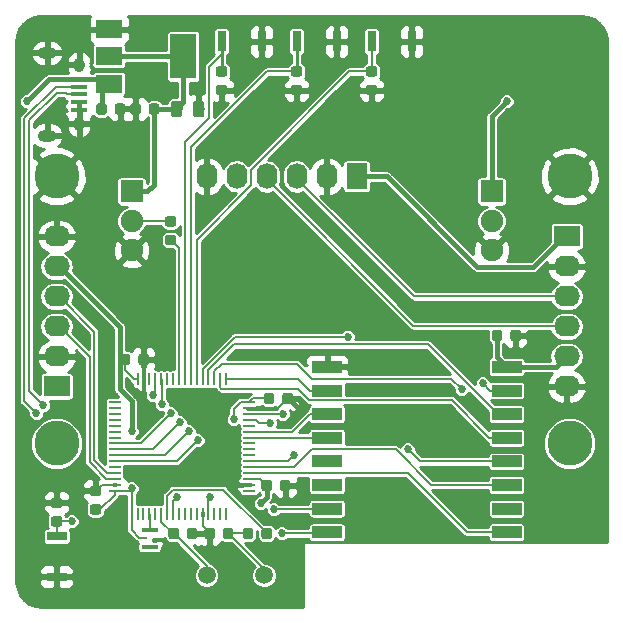
<source format=gtl>
G04 #@! TF.GenerationSoftware,KiCad,Pcbnew,(5.0.1-dev-5-g30da1a3b0)*
G04 #@! TF.CreationDate,2018-07-23T01:39:50-07:00*
G04 #@! TF.ProjectId,clock3,636C6F636B332E6B696361645F706362,rev?*
G04 #@! TF.SameCoordinates,Original*
G04 #@! TF.FileFunction,Copper,L1,Top,Signal*
G04 #@! TF.FilePolarity,Positive*
%FSLAX46Y46*%
G04 Gerber Fmt 4.6, Leading zero omitted, Abs format (unit mm)*
G04 Created by KiCad (PCBNEW (5.0.1-dev-5-g30da1a3b0)) date Mon Jul 23 01:39:50 2018*
%MOMM*%
%LPD*%
G01*
G04 APERTURE LIST*
G04 #@! TA.AperFunction,ComponentPad*
%ADD10C,3.800000*%
G04 #@! TD*
G04 #@! TA.AperFunction,ComponentPad*
%ADD11R,1.900000X1.900000*%
G04 #@! TD*
G04 #@! TA.AperFunction,ComponentPad*
%ADD12C,1.900000*%
G04 #@! TD*
G04 #@! TA.AperFunction,Conductor*
%ADD13C,0.100000*%
G04 #@! TD*
G04 #@! TA.AperFunction,SMDPad,CuDef*
%ADD14C,0.875000*%
G04 #@! TD*
G04 #@! TA.AperFunction,SMDPad,CuDef*
%ADD15C,0.975000*%
G04 #@! TD*
G04 #@! TA.AperFunction,SMDPad,CuDef*
%ADD16R,1.350000X0.400000*%
G04 #@! TD*
G04 #@! TA.AperFunction,ComponentPad*
%ADD17O,0.950000X1.250000*%
G04 #@! TD*
G04 #@! TA.AperFunction,ComponentPad*
%ADD18O,1.550000X1.000000*%
G04 #@! TD*
G04 #@! TA.AperFunction,ComponentPad*
%ADD19R,1.740000X2.200000*%
G04 #@! TD*
G04 #@! TA.AperFunction,ComponentPad*
%ADD20O,1.740000X2.200000*%
G04 #@! TD*
G04 #@! TA.AperFunction,ComponentPad*
%ADD21O,2.200000X1.740000*%
G04 #@! TD*
G04 #@! TA.AperFunction,ComponentPad*
%ADD22R,2.200000X1.740000*%
G04 #@! TD*
G04 #@! TA.AperFunction,SMDPad,CuDef*
%ADD23R,0.800000X1.700000*%
G04 #@! TD*
G04 #@! TA.AperFunction,SMDPad,CuDef*
%ADD24R,1.700000X0.800000*%
G04 #@! TD*
G04 #@! TA.AperFunction,SMDPad,CuDef*
%ADD25R,2.200000X1.500000*%
G04 #@! TD*
G04 #@! TA.AperFunction,SMDPad,CuDef*
%ADD26R,2.200000X3.800000*%
G04 #@! TD*
G04 #@! TA.AperFunction,SMDPad,CuDef*
%ADD27R,0.250000X1.000000*%
G04 #@! TD*
G04 #@! TA.AperFunction,SMDPad,CuDef*
%ADD28R,1.000000X0.250000*%
G04 #@! TD*
G04 #@! TA.AperFunction,SMDPad,CuDef*
%ADD29R,2.500000X1.000000*%
G04 #@! TD*
G04 #@! TA.AperFunction,ComponentPad*
%ADD30C,1.500000*%
G04 #@! TD*
G04 #@! TA.AperFunction,SMDPad,CuDef*
%ADD31R,1.400000X0.400000*%
G04 #@! TD*
G04 #@! TA.AperFunction,SMDPad,CuDef*
%ADD32R,0.500000X0.200000*%
G04 #@! TD*
G04 #@! TA.AperFunction,ViaPad*
%ADD33C,0.685800*%
G04 #@! TD*
G04 #@! TA.AperFunction,Conductor*
%ADD34C,0.381000*%
G04 #@! TD*
G04 #@! TA.AperFunction,Conductor*
%ADD35C,0.203200*%
G04 #@! TD*
G04 #@! TA.AperFunction,Conductor*
%ADD36C,0.254000*%
G04 #@! TD*
G04 APERTURE END LIST*
D10*
G04 #@! TO.P,MK4,1*
G04 #@! TO.N,VDD*
X148844000Y-112776000D03*
G04 #@! TD*
G04 #@! TO.P,MK3,1*
G04 #@! TO.N,VDD*
X105410000Y-112776000D03*
G04 #@! TD*
G04 #@! TO.P,MK2,1*
G04 #@! TO.N,GND*
X148844000Y-90170000D03*
G04 #@! TD*
D11*
G04 #@! TO.P,BOOT1,1*
G04 #@! TO.N,VDD*
X111760000Y-91440000D03*
D12*
G04 #@! TO.P,BOOT1,2*
G04 #@! TO.N,Net-(BOOT1-Pad2)*
X111760000Y-93940000D03*
G04 #@! TO.P,BOOT1,3*
G04 #@! TO.N,GND*
X111760000Y-96440000D03*
G04 #@! TD*
G04 #@! TO.P,BOOT2,3*
G04 #@! TO.N,GND*
X142240000Y-96440000D03*
G04 #@! TO.P,BOOT2,2*
G04 #@! TO.N,Net-(BOOT2-Pad2)*
X142240000Y-93940000D03*
D11*
G04 #@! TO.P,BOOT2,1*
G04 #@! TO.N,VDD*
X142240000Y-91440000D03*
G04 #@! TD*
D13*
G04 #@! TO.N,GND*
G04 #@! TO.C,C1*
G36*
X111035191Y-83981053D02*
X111056426Y-83984203D01*
X111077250Y-83989419D01*
X111097462Y-83996651D01*
X111116868Y-84005830D01*
X111135281Y-84016866D01*
X111152524Y-84029654D01*
X111168430Y-84044070D01*
X111182846Y-84059976D01*
X111195634Y-84077219D01*
X111206670Y-84095632D01*
X111215849Y-84115038D01*
X111223081Y-84135250D01*
X111228297Y-84156074D01*
X111231447Y-84177309D01*
X111232500Y-84198750D01*
X111232500Y-84711250D01*
X111231447Y-84732691D01*
X111228297Y-84753926D01*
X111223081Y-84774750D01*
X111215849Y-84794962D01*
X111206670Y-84814368D01*
X111195634Y-84832781D01*
X111182846Y-84850024D01*
X111168430Y-84865930D01*
X111152524Y-84880346D01*
X111135281Y-84893134D01*
X111116868Y-84904170D01*
X111097462Y-84913349D01*
X111077250Y-84920581D01*
X111056426Y-84925797D01*
X111035191Y-84928947D01*
X111013750Y-84930000D01*
X110576250Y-84930000D01*
X110554809Y-84928947D01*
X110533574Y-84925797D01*
X110512750Y-84920581D01*
X110492538Y-84913349D01*
X110473132Y-84904170D01*
X110454719Y-84893134D01*
X110437476Y-84880346D01*
X110421570Y-84865930D01*
X110407154Y-84850024D01*
X110394366Y-84832781D01*
X110383330Y-84814368D01*
X110374151Y-84794962D01*
X110366919Y-84774750D01*
X110361703Y-84753926D01*
X110358553Y-84732691D01*
X110357500Y-84711250D01*
X110357500Y-84198750D01*
X110358553Y-84177309D01*
X110361703Y-84156074D01*
X110366919Y-84135250D01*
X110374151Y-84115038D01*
X110383330Y-84095632D01*
X110394366Y-84077219D01*
X110407154Y-84059976D01*
X110421570Y-84044070D01*
X110437476Y-84029654D01*
X110454719Y-84016866D01*
X110473132Y-84005830D01*
X110492538Y-83996651D01*
X110512750Y-83989419D01*
X110533574Y-83984203D01*
X110554809Y-83981053D01*
X110576250Y-83980000D01*
X111013750Y-83980000D01*
X111035191Y-83981053D01*
X111035191Y-83981053D01*
G37*
D14*
G04 #@! TD*
G04 #@! TO.P,C1,2*
G04 #@! TO.N,GND*
X110795000Y-84455000D03*
D13*
G04 #@! TO.N,VCC*
G04 #@! TO.C,C1*
G36*
X109460191Y-83981053D02*
X109481426Y-83984203D01*
X109502250Y-83989419D01*
X109522462Y-83996651D01*
X109541868Y-84005830D01*
X109560281Y-84016866D01*
X109577524Y-84029654D01*
X109593430Y-84044070D01*
X109607846Y-84059976D01*
X109620634Y-84077219D01*
X109631670Y-84095632D01*
X109640849Y-84115038D01*
X109648081Y-84135250D01*
X109653297Y-84156074D01*
X109656447Y-84177309D01*
X109657500Y-84198750D01*
X109657500Y-84711250D01*
X109656447Y-84732691D01*
X109653297Y-84753926D01*
X109648081Y-84774750D01*
X109640849Y-84794962D01*
X109631670Y-84814368D01*
X109620634Y-84832781D01*
X109607846Y-84850024D01*
X109593430Y-84865930D01*
X109577524Y-84880346D01*
X109560281Y-84893134D01*
X109541868Y-84904170D01*
X109522462Y-84913349D01*
X109502250Y-84920581D01*
X109481426Y-84925797D01*
X109460191Y-84928947D01*
X109438750Y-84930000D01*
X109001250Y-84930000D01*
X108979809Y-84928947D01*
X108958574Y-84925797D01*
X108937750Y-84920581D01*
X108917538Y-84913349D01*
X108898132Y-84904170D01*
X108879719Y-84893134D01*
X108862476Y-84880346D01*
X108846570Y-84865930D01*
X108832154Y-84850024D01*
X108819366Y-84832781D01*
X108808330Y-84814368D01*
X108799151Y-84794962D01*
X108791919Y-84774750D01*
X108786703Y-84753926D01*
X108783553Y-84732691D01*
X108782500Y-84711250D01*
X108782500Y-84198750D01*
X108783553Y-84177309D01*
X108786703Y-84156074D01*
X108791919Y-84135250D01*
X108799151Y-84115038D01*
X108808330Y-84095632D01*
X108819366Y-84077219D01*
X108832154Y-84059976D01*
X108846570Y-84044070D01*
X108862476Y-84029654D01*
X108879719Y-84016866D01*
X108898132Y-84005830D01*
X108917538Y-83996651D01*
X108937750Y-83989419D01*
X108958574Y-83984203D01*
X108979809Y-83981053D01*
X109001250Y-83980000D01*
X109438750Y-83980000D01*
X109460191Y-83981053D01*
X109460191Y-83981053D01*
G37*
D14*
G04 #@! TD*
G04 #@! TO.P,C1,1*
G04 #@! TO.N,VCC*
X109220000Y-84455000D03*
D13*
G04 #@! TO.N,VDD*
G04 #@! TO.C,C2*
G36*
X113905191Y-83981053D02*
X113926426Y-83984203D01*
X113947250Y-83989419D01*
X113967462Y-83996651D01*
X113986868Y-84005830D01*
X114005281Y-84016866D01*
X114022524Y-84029654D01*
X114038430Y-84044070D01*
X114052846Y-84059976D01*
X114065634Y-84077219D01*
X114076670Y-84095632D01*
X114085849Y-84115038D01*
X114093081Y-84135250D01*
X114098297Y-84156074D01*
X114101447Y-84177309D01*
X114102500Y-84198750D01*
X114102500Y-84711250D01*
X114101447Y-84732691D01*
X114098297Y-84753926D01*
X114093081Y-84774750D01*
X114085849Y-84794962D01*
X114076670Y-84814368D01*
X114065634Y-84832781D01*
X114052846Y-84850024D01*
X114038430Y-84865930D01*
X114022524Y-84880346D01*
X114005281Y-84893134D01*
X113986868Y-84904170D01*
X113967462Y-84913349D01*
X113947250Y-84920581D01*
X113926426Y-84925797D01*
X113905191Y-84928947D01*
X113883750Y-84930000D01*
X113446250Y-84930000D01*
X113424809Y-84928947D01*
X113403574Y-84925797D01*
X113382750Y-84920581D01*
X113362538Y-84913349D01*
X113343132Y-84904170D01*
X113324719Y-84893134D01*
X113307476Y-84880346D01*
X113291570Y-84865930D01*
X113277154Y-84850024D01*
X113264366Y-84832781D01*
X113253330Y-84814368D01*
X113244151Y-84794962D01*
X113236919Y-84774750D01*
X113231703Y-84753926D01*
X113228553Y-84732691D01*
X113227500Y-84711250D01*
X113227500Y-84198750D01*
X113228553Y-84177309D01*
X113231703Y-84156074D01*
X113236919Y-84135250D01*
X113244151Y-84115038D01*
X113253330Y-84095632D01*
X113264366Y-84077219D01*
X113277154Y-84059976D01*
X113291570Y-84044070D01*
X113307476Y-84029654D01*
X113324719Y-84016866D01*
X113343132Y-84005830D01*
X113362538Y-83996651D01*
X113382750Y-83989419D01*
X113403574Y-83984203D01*
X113424809Y-83981053D01*
X113446250Y-83980000D01*
X113883750Y-83980000D01*
X113905191Y-83981053D01*
X113905191Y-83981053D01*
G37*
D14*
G04 #@! TD*
G04 #@! TO.P,C2,1*
G04 #@! TO.N,VDD*
X113665000Y-84455000D03*
D13*
G04 #@! TO.N,GND*
G04 #@! TO.C,C2*
G36*
X112330191Y-83981053D02*
X112351426Y-83984203D01*
X112372250Y-83989419D01*
X112392462Y-83996651D01*
X112411868Y-84005830D01*
X112430281Y-84016866D01*
X112447524Y-84029654D01*
X112463430Y-84044070D01*
X112477846Y-84059976D01*
X112490634Y-84077219D01*
X112501670Y-84095632D01*
X112510849Y-84115038D01*
X112518081Y-84135250D01*
X112523297Y-84156074D01*
X112526447Y-84177309D01*
X112527500Y-84198750D01*
X112527500Y-84711250D01*
X112526447Y-84732691D01*
X112523297Y-84753926D01*
X112518081Y-84774750D01*
X112510849Y-84794962D01*
X112501670Y-84814368D01*
X112490634Y-84832781D01*
X112477846Y-84850024D01*
X112463430Y-84865930D01*
X112447524Y-84880346D01*
X112430281Y-84893134D01*
X112411868Y-84904170D01*
X112392462Y-84913349D01*
X112372250Y-84920581D01*
X112351426Y-84925797D01*
X112330191Y-84928947D01*
X112308750Y-84930000D01*
X111871250Y-84930000D01*
X111849809Y-84928947D01*
X111828574Y-84925797D01*
X111807750Y-84920581D01*
X111787538Y-84913349D01*
X111768132Y-84904170D01*
X111749719Y-84893134D01*
X111732476Y-84880346D01*
X111716570Y-84865930D01*
X111702154Y-84850024D01*
X111689366Y-84832781D01*
X111678330Y-84814368D01*
X111669151Y-84794962D01*
X111661919Y-84774750D01*
X111656703Y-84753926D01*
X111653553Y-84732691D01*
X111652500Y-84711250D01*
X111652500Y-84198750D01*
X111653553Y-84177309D01*
X111656703Y-84156074D01*
X111661919Y-84135250D01*
X111669151Y-84115038D01*
X111678330Y-84095632D01*
X111689366Y-84077219D01*
X111702154Y-84059976D01*
X111716570Y-84044070D01*
X111732476Y-84029654D01*
X111749719Y-84016866D01*
X111768132Y-84005830D01*
X111787538Y-83996651D01*
X111807750Y-83989419D01*
X111828574Y-83984203D01*
X111849809Y-83981053D01*
X111871250Y-83980000D01*
X112308750Y-83980000D01*
X112330191Y-83981053D01*
X112330191Y-83981053D01*
G37*
D14*
G04 #@! TD*
G04 #@! TO.P,C2,2*
G04 #@! TO.N,GND*
X112090000Y-84455000D03*
D13*
G04 #@! TO.N,VDD*
G04 #@! TO.C,C3*
G36*
X115837642Y-83756174D02*
X115861303Y-83759684D01*
X115884507Y-83765496D01*
X115907029Y-83773554D01*
X115928653Y-83783782D01*
X115949170Y-83796079D01*
X115968383Y-83810329D01*
X115986107Y-83826393D01*
X116002171Y-83844117D01*
X116016421Y-83863330D01*
X116028718Y-83883847D01*
X116038946Y-83905471D01*
X116047004Y-83927993D01*
X116052816Y-83951197D01*
X116056326Y-83974858D01*
X116057500Y-83998750D01*
X116057500Y-84911250D01*
X116056326Y-84935142D01*
X116052816Y-84958803D01*
X116047004Y-84982007D01*
X116038946Y-85004529D01*
X116028718Y-85026153D01*
X116016421Y-85046670D01*
X116002171Y-85065883D01*
X115986107Y-85083607D01*
X115968383Y-85099671D01*
X115949170Y-85113921D01*
X115928653Y-85126218D01*
X115907029Y-85136446D01*
X115884507Y-85144504D01*
X115861303Y-85150316D01*
X115837642Y-85153826D01*
X115813750Y-85155000D01*
X115326250Y-85155000D01*
X115302358Y-85153826D01*
X115278697Y-85150316D01*
X115255493Y-85144504D01*
X115232971Y-85136446D01*
X115211347Y-85126218D01*
X115190830Y-85113921D01*
X115171617Y-85099671D01*
X115153893Y-85083607D01*
X115137829Y-85065883D01*
X115123579Y-85046670D01*
X115111282Y-85026153D01*
X115101054Y-85004529D01*
X115092996Y-84982007D01*
X115087184Y-84958803D01*
X115083674Y-84935142D01*
X115082500Y-84911250D01*
X115082500Y-83998750D01*
X115083674Y-83974858D01*
X115087184Y-83951197D01*
X115092996Y-83927993D01*
X115101054Y-83905471D01*
X115111282Y-83883847D01*
X115123579Y-83863330D01*
X115137829Y-83844117D01*
X115153893Y-83826393D01*
X115171617Y-83810329D01*
X115190830Y-83796079D01*
X115211347Y-83783782D01*
X115232971Y-83773554D01*
X115255493Y-83765496D01*
X115278697Y-83759684D01*
X115302358Y-83756174D01*
X115326250Y-83755000D01*
X115813750Y-83755000D01*
X115837642Y-83756174D01*
X115837642Y-83756174D01*
G37*
D15*
G04 #@! TD*
G04 #@! TO.P,C3,1*
G04 #@! TO.N,VDD*
X115570000Y-84455000D03*
D13*
G04 #@! TO.N,GND*
G04 #@! TO.C,C3*
G36*
X117712642Y-83756174D02*
X117736303Y-83759684D01*
X117759507Y-83765496D01*
X117782029Y-83773554D01*
X117803653Y-83783782D01*
X117824170Y-83796079D01*
X117843383Y-83810329D01*
X117861107Y-83826393D01*
X117877171Y-83844117D01*
X117891421Y-83863330D01*
X117903718Y-83883847D01*
X117913946Y-83905471D01*
X117922004Y-83927993D01*
X117927816Y-83951197D01*
X117931326Y-83974858D01*
X117932500Y-83998750D01*
X117932500Y-84911250D01*
X117931326Y-84935142D01*
X117927816Y-84958803D01*
X117922004Y-84982007D01*
X117913946Y-85004529D01*
X117903718Y-85026153D01*
X117891421Y-85046670D01*
X117877171Y-85065883D01*
X117861107Y-85083607D01*
X117843383Y-85099671D01*
X117824170Y-85113921D01*
X117803653Y-85126218D01*
X117782029Y-85136446D01*
X117759507Y-85144504D01*
X117736303Y-85150316D01*
X117712642Y-85153826D01*
X117688750Y-85155000D01*
X117201250Y-85155000D01*
X117177358Y-85153826D01*
X117153697Y-85150316D01*
X117130493Y-85144504D01*
X117107971Y-85136446D01*
X117086347Y-85126218D01*
X117065830Y-85113921D01*
X117046617Y-85099671D01*
X117028893Y-85083607D01*
X117012829Y-85065883D01*
X116998579Y-85046670D01*
X116986282Y-85026153D01*
X116976054Y-85004529D01*
X116967996Y-84982007D01*
X116962184Y-84958803D01*
X116958674Y-84935142D01*
X116957500Y-84911250D01*
X116957500Y-83998750D01*
X116958674Y-83974858D01*
X116962184Y-83951197D01*
X116967996Y-83927993D01*
X116976054Y-83905471D01*
X116986282Y-83883847D01*
X116998579Y-83863330D01*
X117012829Y-83844117D01*
X117028893Y-83826393D01*
X117046617Y-83810329D01*
X117065830Y-83796079D01*
X117086347Y-83783782D01*
X117107971Y-83773554D01*
X117130493Y-83765496D01*
X117153697Y-83759684D01*
X117177358Y-83756174D01*
X117201250Y-83755000D01*
X117688750Y-83755000D01*
X117712642Y-83756174D01*
X117712642Y-83756174D01*
G37*
D15*
G04 #@! TD*
G04 #@! TO.P,C3,2*
G04 #@! TO.N,GND*
X117445000Y-84455000D03*
D13*
G04 #@! TO.N,GND*
G04 #@! TO.C,C4*
G36*
X117131191Y-119922053D02*
X117152426Y-119925203D01*
X117173250Y-119930419D01*
X117193462Y-119937651D01*
X117212868Y-119946830D01*
X117231281Y-119957866D01*
X117248524Y-119970654D01*
X117264430Y-119985070D01*
X117278846Y-120000976D01*
X117291634Y-120018219D01*
X117302670Y-120036632D01*
X117311849Y-120056038D01*
X117319081Y-120076250D01*
X117324297Y-120097074D01*
X117327447Y-120118309D01*
X117328500Y-120139750D01*
X117328500Y-120652250D01*
X117327447Y-120673691D01*
X117324297Y-120694926D01*
X117319081Y-120715750D01*
X117311849Y-120735962D01*
X117302670Y-120755368D01*
X117291634Y-120773781D01*
X117278846Y-120791024D01*
X117264430Y-120806930D01*
X117248524Y-120821346D01*
X117231281Y-120834134D01*
X117212868Y-120845170D01*
X117193462Y-120854349D01*
X117173250Y-120861581D01*
X117152426Y-120866797D01*
X117131191Y-120869947D01*
X117109750Y-120871000D01*
X116672250Y-120871000D01*
X116650809Y-120869947D01*
X116629574Y-120866797D01*
X116608750Y-120861581D01*
X116588538Y-120854349D01*
X116569132Y-120845170D01*
X116550719Y-120834134D01*
X116533476Y-120821346D01*
X116517570Y-120806930D01*
X116503154Y-120791024D01*
X116490366Y-120773781D01*
X116479330Y-120755368D01*
X116470151Y-120735962D01*
X116462919Y-120715750D01*
X116457703Y-120694926D01*
X116454553Y-120673691D01*
X116453500Y-120652250D01*
X116453500Y-120139750D01*
X116454553Y-120118309D01*
X116457703Y-120097074D01*
X116462919Y-120076250D01*
X116470151Y-120056038D01*
X116479330Y-120036632D01*
X116490366Y-120018219D01*
X116503154Y-120000976D01*
X116517570Y-119985070D01*
X116533476Y-119970654D01*
X116550719Y-119957866D01*
X116569132Y-119946830D01*
X116588538Y-119937651D01*
X116608750Y-119930419D01*
X116629574Y-119925203D01*
X116650809Y-119922053D01*
X116672250Y-119921000D01*
X117109750Y-119921000D01*
X117131191Y-119922053D01*
X117131191Y-119922053D01*
G37*
D14*
G04 #@! TD*
G04 #@! TO.P,C4,2*
G04 #@! TO.N,GND*
X116891000Y-120396000D03*
D13*
G04 #@! TO.N,Net-(C4-Pad1)*
G04 #@! TO.C,C4*
G36*
X115556191Y-119922053D02*
X115577426Y-119925203D01*
X115598250Y-119930419D01*
X115618462Y-119937651D01*
X115637868Y-119946830D01*
X115656281Y-119957866D01*
X115673524Y-119970654D01*
X115689430Y-119985070D01*
X115703846Y-120000976D01*
X115716634Y-120018219D01*
X115727670Y-120036632D01*
X115736849Y-120056038D01*
X115744081Y-120076250D01*
X115749297Y-120097074D01*
X115752447Y-120118309D01*
X115753500Y-120139750D01*
X115753500Y-120652250D01*
X115752447Y-120673691D01*
X115749297Y-120694926D01*
X115744081Y-120715750D01*
X115736849Y-120735962D01*
X115727670Y-120755368D01*
X115716634Y-120773781D01*
X115703846Y-120791024D01*
X115689430Y-120806930D01*
X115673524Y-120821346D01*
X115656281Y-120834134D01*
X115637868Y-120845170D01*
X115618462Y-120854349D01*
X115598250Y-120861581D01*
X115577426Y-120866797D01*
X115556191Y-120869947D01*
X115534750Y-120871000D01*
X115097250Y-120871000D01*
X115075809Y-120869947D01*
X115054574Y-120866797D01*
X115033750Y-120861581D01*
X115013538Y-120854349D01*
X114994132Y-120845170D01*
X114975719Y-120834134D01*
X114958476Y-120821346D01*
X114942570Y-120806930D01*
X114928154Y-120791024D01*
X114915366Y-120773781D01*
X114904330Y-120755368D01*
X114895151Y-120735962D01*
X114887919Y-120715750D01*
X114882703Y-120694926D01*
X114879553Y-120673691D01*
X114878500Y-120652250D01*
X114878500Y-120139750D01*
X114879553Y-120118309D01*
X114882703Y-120097074D01*
X114887919Y-120076250D01*
X114895151Y-120056038D01*
X114904330Y-120036632D01*
X114915366Y-120018219D01*
X114928154Y-120000976D01*
X114942570Y-119985070D01*
X114958476Y-119970654D01*
X114975719Y-119957866D01*
X114994132Y-119946830D01*
X115013538Y-119937651D01*
X115033750Y-119930419D01*
X115054574Y-119925203D01*
X115075809Y-119922053D01*
X115097250Y-119921000D01*
X115534750Y-119921000D01*
X115556191Y-119922053D01*
X115556191Y-119922053D01*
G37*
D14*
G04 #@! TD*
G04 #@! TO.P,C4,1*
G04 #@! TO.N,Net-(C4-Pad1)*
X115316000Y-120396000D03*
D13*
G04 #@! TO.N,Net-(C5-Pad1)*
G04 #@! TO.C,C5*
G36*
X120179191Y-119922053D02*
X120200426Y-119925203D01*
X120221250Y-119930419D01*
X120241462Y-119937651D01*
X120260868Y-119946830D01*
X120279281Y-119957866D01*
X120296524Y-119970654D01*
X120312430Y-119985070D01*
X120326846Y-120000976D01*
X120339634Y-120018219D01*
X120350670Y-120036632D01*
X120359849Y-120056038D01*
X120367081Y-120076250D01*
X120372297Y-120097074D01*
X120375447Y-120118309D01*
X120376500Y-120139750D01*
X120376500Y-120652250D01*
X120375447Y-120673691D01*
X120372297Y-120694926D01*
X120367081Y-120715750D01*
X120359849Y-120735962D01*
X120350670Y-120755368D01*
X120339634Y-120773781D01*
X120326846Y-120791024D01*
X120312430Y-120806930D01*
X120296524Y-120821346D01*
X120279281Y-120834134D01*
X120260868Y-120845170D01*
X120241462Y-120854349D01*
X120221250Y-120861581D01*
X120200426Y-120866797D01*
X120179191Y-120869947D01*
X120157750Y-120871000D01*
X119720250Y-120871000D01*
X119698809Y-120869947D01*
X119677574Y-120866797D01*
X119656750Y-120861581D01*
X119636538Y-120854349D01*
X119617132Y-120845170D01*
X119598719Y-120834134D01*
X119581476Y-120821346D01*
X119565570Y-120806930D01*
X119551154Y-120791024D01*
X119538366Y-120773781D01*
X119527330Y-120755368D01*
X119518151Y-120735962D01*
X119510919Y-120715750D01*
X119505703Y-120694926D01*
X119502553Y-120673691D01*
X119501500Y-120652250D01*
X119501500Y-120139750D01*
X119502553Y-120118309D01*
X119505703Y-120097074D01*
X119510919Y-120076250D01*
X119518151Y-120056038D01*
X119527330Y-120036632D01*
X119538366Y-120018219D01*
X119551154Y-120000976D01*
X119565570Y-119985070D01*
X119581476Y-119970654D01*
X119598719Y-119957866D01*
X119617132Y-119946830D01*
X119636538Y-119937651D01*
X119656750Y-119930419D01*
X119677574Y-119925203D01*
X119698809Y-119922053D01*
X119720250Y-119921000D01*
X120157750Y-119921000D01*
X120179191Y-119922053D01*
X120179191Y-119922053D01*
G37*
D14*
G04 #@! TD*
G04 #@! TO.P,C5,1*
G04 #@! TO.N,Net-(C5-Pad1)*
X119939000Y-120396000D03*
D13*
G04 #@! TO.N,GND*
G04 #@! TO.C,C5*
G36*
X118604191Y-119922053D02*
X118625426Y-119925203D01*
X118646250Y-119930419D01*
X118666462Y-119937651D01*
X118685868Y-119946830D01*
X118704281Y-119957866D01*
X118721524Y-119970654D01*
X118737430Y-119985070D01*
X118751846Y-120000976D01*
X118764634Y-120018219D01*
X118775670Y-120036632D01*
X118784849Y-120056038D01*
X118792081Y-120076250D01*
X118797297Y-120097074D01*
X118800447Y-120118309D01*
X118801500Y-120139750D01*
X118801500Y-120652250D01*
X118800447Y-120673691D01*
X118797297Y-120694926D01*
X118792081Y-120715750D01*
X118784849Y-120735962D01*
X118775670Y-120755368D01*
X118764634Y-120773781D01*
X118751846Y-120791024D01*
X118737430Y-120806930D01*
X118721524Y-120821346D01*
X118704281Y-120834134D01*
X118685868Y-120845170D01*
X118666462Y-120854349D01*
X118646250Y-120861581D01*
X118625426Y-120866797D01*
X118604191Y-120869947D01*
X118582750Y-120871000D01*
X118145250Y-120871000D01*
X118123809Y-120869947D01*
X118102574Y-120866797D01*
X118081750Y-120861581D01*
X118061538Y-120854349D01*
X118042132Y-120845170D01*
X118023719Y-120834134D01*
X118006476Y-120821346D01*
X117990570Y-120806930D01*
X117976154Y-120791024D01*
X117963366Y-120773781D01*
X117952330Y-120755368D01*
X117943151Y-120735962D01*
X117935919Y-120715750D01*
X117930703Y-120694926D01*
X117927553Y-120673691D01*
X117926500Y-120652250D01*
X117926500Y-120139750D01*
X117927553Y-120118309D01*
X117930703Y-120097074D01*
X117935919Y-120076250D01*
X117943151Y-120056038D01*
X117952330Y-120036632D01*
X117963366Y-120018219D01*
X117976154Y-120000976D01*
X117990570Y-119985070D01*
X118006476Y-119970654D01*
X118023719Y-119957866D01*
X118042132Y-119946830D01*
X118061538Y-119937651D01*
X118081750Y-119930419D01*
X118102574Y-119925203D01*
X118123809Y-119922053D01*
X118145250Y-119921000D01*
X118582750Y-119921000D01*
X118604191Y-119922053D01*
X118604191Y-119922053D01*
G37*
D14*
G04 #@! TD*
G04 #@! TO.P,C5,2*
G04 #@! TO.N,GND*
X118364000Y-120396000D03*
D13*
G04 #@! TO.N,VDD*
G04 #@! TO.C,C6*
G36*
X123430191Y-115858053D02*
X123451426Y-115861203D01*
X123472250Y-115866419D01*
X123492462Y-115873651D01*
X123511868Y-115882830D01*
X123530281Y-115893866D01*
X123547524Y-115906654D01*
X123563430Y-115921070D01*
X123577846Y-115936976D01*
X123590634Y-115954219D01*
X123601670Y-115972632D01*
X123610849Y-115992038D01*
X123618081Y-116012250D01*
X123623297Y-116033074D01*
X123626447Y-116054309D01*
X123627500Y-116075750D01*
X123627500Y-116588250D01*
X123626447Y-116609691D01*
X123623297Y-116630926D01*
X123618081Y-116651750D01*
X123610849Y-116671962D01*
X123601670Y-116691368D01*
X123590634Y-116709781D01*
X123577846Y-116727024D01*
X123563430Y-116742930D01*
X123547524Y-116757346D01*
X123530281Y-116770134D01*
X123511868Y-116781170D01*
X123492462Y-116790349D01*
X123472250Y-116797581D01*
X123451426Y-116802797D01*
X123430191Y-116805947D01*
X123408750Y-116807000D01*
X122971250Y-116807000D01*
X122949809Y-116805947D01*
X122928574Y-116802797D01*
X122907750Y-116797581D01*
X122887538Y-116790349D01*
X122868132Y-116781170D01*
X122849719Y-116770134D01*
X122832476Y-116757346D01*
X122816570Y-116742930D01*
X122802154Y-116727024D01*
X122789366Y-116709781D01*
X122778330Y-116691368D01*
X122769151Y-116671962D01*
X122761919Y-116651750D01*
X122756703Y-116630926D01*
X122753553Y-116609691D01*
X122752500Y-116588250D01*
X122752500Y-116075750D01*
X122753553Y-116054309D01*
X122756703Y-116033074D01*
X122761919Y-116012250D01*
X122769151Y-115992038D01*
X122778330Y-115972632D01*
X122789366Y-115954219D01*
X122802154Y-115936976D01*
X122816570Y-115921070D01*
X122832476Y-115906654D01*
X122849719Y-115893866D01*
X122868132Y-115882830D01*
X122887538Y-115873651D01*
X122907750Y-115866419D01*
X122928574Y-115861203D01*
X122949809Y-115858053D01*
X122971250Y-115857000D01*
X123408750Y-115857000D01*
X123430191Y-115858053D01*
X123430191Y-115858053D01*
G37*
D14*
G04 #@! TD*
G04 #@! TO.P,C6,2*
G04 #@! TO.N,VDD*
X123190000Y-116332000D03*
D13*
G04 #@! TO.N,GND*
G04 #@! TO.C,C6*
G36*
X125005191Y-115858053D02*
X125026426Y-115861203D01*
X125047250Y-115866419D01*
X125067462Y-115873651D01*
X125086868Y-115882830D01*
X125105281Y-115893866D01*
X125122524Y-115906654D01*
X125138430Y-115921070D01*
X125152846Y-115936976D01*
X125165634Y-115954219D01*
X125176670Y-115972632D01*
X125185849Y-115992038D01*
X125193081Y-116012250D01*
X125198297Y-116033074D01*
X125201447Y-116054309D01*
X125202500Y-116075750D01*
X125202500Y-116588250D01*
X125201447Y-116609691D01*
X125198297Y-116630926D01*
X125193081Y-116651750D01*
X125185849Y-116671962D01*
X125176670Y-116691368D01*
X125165634Y-116709781D01*
X125152846Y-116727024D01*
X125138430Y-116742930D01*
X125122524Y-116757346D01*
X125105281Y-116770134D01*
X125086868Y-116781170D01*
X125067462Y-116790349D01*
X125047250Y-116797581D01*
X125026426Y-116802797D01*
X125005191Y-116805947D01*
X124983750Y-116807000D01*
X124546250Y-116807000D01*
X124524809Y-116805947D01*
X124503574Y-116802797D01*
X124482750Y-116797581D01*
X124462538Y-116790349D01*
X124443132Y-116781170D01*
X124424719Y-116770134D01*
X124407476Y-116757346D01*
X124391570Y-116742930D01*
X124377154Y-116727024D01*
X124364366Y-116709781D01*
X124353330Y-116691368D01*
X124344151Y-116671962D01*
X124336919Y-116651750D01*
X124331703Y-116630926D01*
X124328553Y-116609691D01*
X124327500Y-116588250D01*
X124327500Y-116075750D01*
X124328553Y-116054309D01*
X124331703Y-116033074D01*
X124336919Y-116012250D01*
X124344151Y-115992038D01*
X124353330Y-115972632D01*
X124364366Y-115954219D01*
X124377154Y-115936976D01*
X124391570Y-115921070D01*
X124407476Y-115906654D01*
X124424719Y-115893866D01*
X124443132Y-115882830D01*
X124462538Y-115873651D01*
X124482750Y-115866419D01*
X124503574Y-115861203D01*
X124524809Y-115858053D01*
X124546250Y-115857000D01*
X124983750Y-115857000D01*
X125005191Y-115858053D01*
X125005191Y-115858053D01*
G37*
D14*
G04 #@! TD*
G04 #@! TO.P,C6,1*
G04 #@! TO.N,GND*
X124765000Y-116332000D03*
D13*
G04 #@! TO.N,GND*
G04 #@! TO.C,C7*
G36*
X125208191Y-108492053D02*
X125229426Y-108495203D01*
X125250250Y-108500419D01*
X125270462Y-108507651D01*
X125289868Y-108516830D01*
X125308281Y-108527866D01*
X125325524Y-108540654D01*
X125341430Y-108555070D01*
X125355846Y-108570976D01*
X125368634Y-108588219D01*
X125379670Y-108606632D01*
X125388849Y-108626038D01*
X125396081Y-108646250D01*
X125401297Y-108667074D01*
X125404447Y-108688309D01*
X125405500Y-108709750D01*
X125405500Y-109222250D01*
X125404447Y-109243691D01*
X125401297Y-109264926D01*
X125396081Y-109285750D01*
X125388849Y-109305962D01*
X125379670Y-109325368D01*
X125368634Y-109343781D01*
X125355846Y-109361024D01*
X125341430Y-109376930D01*
X125325524Y-109391346D01*
X125308281Y-109404134D01*
X125289868Y-109415170D01*
X125270462Y-109424349D01*
X125250250Y-109431581D01*
X125229426Y-109436797D01*
X125208191Y-109439947D01*
X125186750Y-109441000D01*
X124749250Y-109441000D01*
X124727809Y-109439947D01*
X124706574Y-109436797D01*
X124685750Y-109431581D01*
X124665538Y-109424349D01*
X124646132Y-109415170D01*
X124627719Y-109404134D01*
X124610476Y-109391346D01*
X124594570Y-109376930D01*
X124580154Y-109361024D01*
X124567366Y-109343781D01*
X124556330Y-109325368D01*
X124547151Y-109305962D01*
X124539919Y-109285750D01*
X124534703Y-109264926D01*
X124531553Y-109243691D01*
X124530500Y-109222250D01*
X124530500Y-108709750D01*
X124531553Y-108688309D01*
X124534703Y-108667074D01*
X124539919Y-108646250D01*
X124547151Y-108626038D01*
X124556330Y-108606632D01*
X124567366Y-108588219D01*
X124580154Y-108570976D01*
X124594570Y-108555070D01*
X124610476Y-108540654D01*
X124627719Y-108527866D01*
X124646132Y-108516830D01*
X124665538Y-108507651D01*
X124685750Y-108500419D01*
X124706574Y-108495203D01*
X124727809Y-108492053D01*
X124749250Y-108491000D01*
X125186750Y-108491000D01*
X125208191Y-108492053D01*
X125208191Y-108492053D01*
G37*
D14*
G04 #@! TD*
G04 #@! TO.P,C7,1*
G04 #@! TO.N,GND*
X124968000Y-108966000D03*
D13*
G04 #@! TO.N,VDD*
G04 #@! TO.C,C7*
G36*
X123633191Y-108492053D02*
X123654426Y-108495203D01*
X123675250Y-108500419D01*
X123695462Y-108507651D01*
X123714868Y-108516830D01*
X123733281Y-108527866D01*
X123750524Y-108540654D01*
X123766430Y-108555070D01*
X123780846Y-108570976D01*
X123793634Y-108588219D01*
X123804670Y-108606632D01*
X123813849Y-108626038D01*
X123821081Y-108646250D01*
X123826297Y-108667074D01*
X123829447Y-108688309D01*
X123830500Y-108709750D01*
X123830500Y-109222250D01*
X123829447Y-109243691D01*
X123826297Y-109264926D01*
X123821081Y-109285750D01*
X123813849Y-109305962D01*
X123804670Y-109325368D01*
X123793634Y-109343781D01*
X123780846Y-109361024D01*
X123766430Y-109376930D01*
X123750524Y-109391346D01*
X123733281Y-109404134D01*
X123714868Y-109415170D01*
X123695462Y-109424349D01*
X123675250Y-109431581D01*
X123654426Y-109436797D01*
X123633191Y-109439947D01*
X123611750Y-109441000D01*
X123174250Y-109441000D01*
X123152809Y-109439947D01*
X123131574Y-109436797D01*
X123110750Y-109431581D01*
X123090538Y-109424349D01*
X123071132Y-109415170D01*
X123052719Y-109404134D01*
X123035476Y-109391346D01*
X123019570Y-109376930D01*
X123005154Y-109361024D01*
X122992366Y-109343781D01*
X122981330Y-109325368D01*
X122972151Y-109305962D01*
X122964919Y-109285750D01*
X122959703Y-109264926D01*
X122956553Y-109243691D01*
X122955500Y-109222250D01*
X122955500Y-108709750D01*
X122956553Y-108688309D01*
X122959703Y-108667074D01*
X122964919Y-108646250D01*
X122972151Y-108626038D01*
X122981330Y-108606632D01*
X122992366Y-108588219D01*
X123005154Y-108570976D01*
X123019570Y-108555070D01*
X123035476Y-108540654D01*
X123052719Y-108527866D01*
X123071132Y-108516830D01*
X123090538Y-108507651D01*
X123110750Y-108500419D01*
X123131574Y-108495203D01*
X123152809Y-108492053D01*
X123174250Y-108491000D01*
X123611750Y-108491000D01*
X123633191Y-108492053D01*
X123633191Y-108492053D01*
G37*
D14*
G04 #@! TD*
G04 #@! TO.P,C7,2*
G04 #@! TO.N,VDD*
X123393000Y-108966000D03*
D13*
G04 #@! TO.N,VDD*
G04 #@! TO.C,C8*
G36*
X111441191Y-105190053D02*
X111462426Y-105193203D01*
X111483250Y-105198419D01*
X111503462Y-105205651D01*
X111522868Y-105214830D01*
X111541281Y-105225866D01*
X111558524Y-105238654D01*
X111574430Y-105253070D01*
X111588846Y-105268976D01*
X111601634Y-105286219D01*
X111612670Y-105304632D01*
X111621849Y-105324038D01*
X111629081Y-105344250D01*
X111634297Y-105365074D01*
X111637447Y-105386309D01*
X111638500Y-105407750D01*
X111638500Y-105920250D01*
X111637447Y-105941691D01*
X111634297Y-105962926D01*
X111629081Y-105983750D01*
X111621849Y-106003962D01*
X111612670Y-106023368D01*
X111601634Y-106041781D01*
X111588846Y-106059024D01*
X111574430Y-106074930D01*
X111558524Y-106089346D01*
X111541281Y-106102134D01*
X111522868Y-106113170D01*
X111503462Y-106122349D01*
X111483250Y-106129581D01*
X111462426Y-106134797D01*
X111441191Y-106137947D01*
X111419750Y-106139000D01*
X110982250Y-106139000D01*
X110960809Y-106137947D01*
X110939574Y-106134797D01*
X110918750Y-106129581D01*
X110898538Y-106122349D01*
X110879132Y-106113170D01*
X110860719Y-106102134D01*
X110843476Y-106089346D01*
X110827570Y-106074930D01*
X110813154Y-106059024D01*
X110800366Y-106041781D01*
X110789330Y-106023368D01*
X110780151Y-106003962D01*
X110772919Y-105983750D01*
X110767703Y-105962926D01*
X110764553Y-105941691D01*
X110763500Y-105920250D01*
X110763500Y-105407750D01*
X110764553Y-105386309D01*
X110767703Y-105365074D01*
X110772919Y-105344250D01*
X110780151Y-105324038D01*
X110789330Y-105304632D01*
X110800366Y-105286219D01*
X110813154Y-105268976D01*
X110827570Y-105253070D01*
X110843476Y-105238654D01*
X110860719Y-105225866D01*
X110879132Y-105214830D01*
X110898538Y-105205651D01*
X110918750Y-105198419D01*
X110939574Y-105193203D01*
X110960809Y-105190053D01*
X110982250Y-105189000D01*
X111419750Y-105189000D01*
X111441191Y-105190053D01*
X111441191Y-105190053D01*
G37*
D14*
G04 #@! TD*
G04 #@! TO.P,C8,2*
G04 #@! TO.N,VDD*
X111201000Y-105664000D03*
D13*
G04 #@! TO.N,GND*
G04 #@! TO.C,C8*
G36*
X113016191Y-105190053D02*
X113037426Y-105193203D01*
X113058250Y-105198419D01*
X113078462Y-105205651D01*
X113097868Y-105214830D01*
X113116281Y-105225866D01*
X113133524Y-105238654D01*
X113149430Y-105253070D01*
X113163846Y-105268976D01*
X113176634Y-105286219D01*
X113187670Y-105304632D01*
X113196849Y-105324038D01*
X113204081Y-105344250D01*
X113209297Y-105365074D01*
X113212447Y-105386309D01*
X113213500Y-105407750D01*
X113213500Y-105920250D01*
X113212447Y-105941691D01*
X113209297Y-105962926D01*
X113204081Y-105983750D01*
X113196849Y-106003962D01*
X113187670Y-106023368D01*
X113176634Y-106041781D01*
X113163846Y-106059024D01*
X113149430Y-106074930D01*
X113133524Y-106089346D01*
X113116281Y-106102134D01*
X113097868Y-106113170D01*
X113078462Y-106122349D01*
X113058250Y-106129581D01*
X113037426Y-106134797D01*
X113016191Y-106137947D01*
X112994750Y-106139000D01*
X112557250Y-106139000D01*
X112535809Y-106137947D01*
X112514574Y-106134797D01*
X112493750Y-106129581D01*
X112473538Y-106122349D01*
X112454132Y-106113170D01*
X112435719Y-106102134D01*
X112418476Y-106089346D01*
X112402570Y-106074930D01*
X112388154Y-106059024D01*
X112375366Y-106041781D01*
X112364330Y-106023368D01*
X112355151Y-106003962D01*
X112347919Y-105983750D01*
X112342703Y-105962926D01*
X112339553Y-105941691D01*
X112338500Y-105920250D01*
X112338500Y-105407750D01*
X112339553Y-105386309D01*
X112342703Y-105365074D01*
X112347919Y-105344250D01*
X112355151Y-105324038D01*
X112364330Y-105304632D01*
X112375366Y-105286219D01*
X112388154Y-105268976D01*
X112402570Y-105253070D01*
X112418476Y-105238654D01*
X112435719Y-105225866D01*
X112454132Y-105214830D01*
X112473538Y-105205651D01*
X112493750Y-105198419D01*
X112514574Y-105193203D01*
X112535809Y-105190053D01*
X112557250Y-105189000D01*
X112994750Y-105189000D01*
X113016191Y-105190053D01*
X113016191Y-105190053D01*
G37*
D14*
G04 #@! TD*
G04 #@! TO.P,C8,1*
G04 #@! TO.N,GND*
X112776000Y-105664000D03*
D13*
G04 #@! TO.N,GND*
G04 #@! TO.C,C9*
G36*
X108989691Y-116352553D02*
X109010926Y-116355703D01*
X109031750Y-116360919D01*
X109051962Y-116368151D01*
X109071368Y-116377330D01*
X109089781Y-116388366D01*
X109107024Y-116401154D01*
X109122930Y-116415570D01*
X109137346Y-116431476D01*
X109150134Y-116448719D01*
X109161170Y-116467132D01*
X109170349Y-116486538D01*
X109177581Y-116506750D01*
X109182797Y-116527574D01*
X109185947Y-116548809D01*
X109187000Y-116570250D01*
X109187000Y-117007750D01*
X109185947Y-117029191D01*
X109182797Y-117050426D01*
X109177581Y-117071250D01*
X109170349Y-117091462D01*
X109161170Y-117110868D01*
X109150134Y-117129281D01*
X109137346Y-117146524D01*
X109122930Y-117162430D01*
X109107024Y-117176846D01*
X109089781Y-117189634D01*
X109071368Y-117200670D01*
X109051962Y-117209849D01*
X109031750Y-117217081D01*
X109010926Y-117222297D01*
X108989691Y-117225447D01*
X108968250Y-117226500D01*
X108455750Y-117226500D01*
X108434309Y-117225447D01*
X108413074Y-117222297D01*
X108392250Y-117217081D01*
X108372038Y-117209849D01*
X108352632Y-117200670D01*
X108334219Y-117189634D01*
X108316976Y-117176846D01*
X108301070Y-117162430D01*
X108286654Y-117146524D01*
X108273866Y-117129281D01*
X108262830Y-117110868D01*
X108253651Y-117091462D01*
X108246419Y-117071250D01*
X108241203Y-117050426D01*
X108238053Y-117029191D01*
X108237000Y-117007750D01*
X108237000Y-116570250D01*
X108238053Y-116548809D01*
X108241203Y-116527574D01*
X108246419Y-116506750D01*
X108253651Y-116486538D01*
X108262830Y-116467132D01*
X108273866Y-116448719D01*
X108286654Y-116431476D01*
X108301070Y-116415570D01*
X108316976Y-116401154D01*
X108334219Y-116388366D01*
X108352632Y-116377330D01*
X108372038Y-116368151D01*
X108392250Y-116360919D01*
X108413074Y-116355703D01*
X108434309Y-116352553D01*
X108455750Y-116351500D01*
X108968250Y-116351500D01*
X108989691Y-116352553D01*
X108989691Y-116352553D01*
G37*
D14*
G04 #@! TD*
G04 #@! TO.P,C9,1*
G04 #@! TO.N,GND*
X108712000Y-116789000D03*
D13*
G04 #@! TO.N,VDD*
G04 #@! TO.C,C9*
G36*
X108989691Y-117927553D02*
X109010926Y-117930703D01*
X109031750Y-117935919D01*
X109051962Y-117943151D01*
X109071368Y-117952330D01*
X109089781Y-117963366D01*
X109107024Y-117976154D01*
X109122930Y-117990570D01*
X109137346Y-118006476D01*
X109150134Y-118023719D01*
X109161170Y-118042132D01*
X109170349Y-118061538D01*
X109177581Y-118081750D01*
X109182797Y-118102574D01*
X109185947Y-118123809D01*
X109187000Y-118145250D01*
X109187000Y-118582750D01*
X109185947Y-118604191D01*
X109182797Y-118625426D01*
X109177581Y-118646250D01*
X109170349Y-118666462D01*
X109161170Y-118685868D01*
X109150134Y-118704281D01*
X109137346Y-118721524D01*
X109122930Y-118737430D01*
X109107024Y-118751846D01*
X109089781Y-118764634D01*
X109071368Y-118775670D01*
X109051962Y-118784849D01*
X109031750Y-118792081D01*
X109010926Y-118797297D01*
X108989691Y-118800447D01*
X108968250Y-118801500D01*
X108455750Y-118801500D01*
X108434309Y-118800447D01*
X108413074Y-118797297D01*
X108392250Y-118792081D01*
X108372038Y-118784849D01*
X108352632Y-118775670D01*
X108334219Y-118764634D01*
X108316976Y-118751846D01*
X108301070Y-118737430D01*
X108286654Y-118721524D01*
X108273866Y-118704281D01*
X108262830Y-118685868D01*
X108253651Y-118666462D01*
X108246419Y-118646250D01*
X108241203Y-118625426D01*
X108238053Y-118604191D01*
X108237000Y-118582750D01*
X108237000Y-118145250D01*
X108238053Y-118123809D01*
X108241203Y-118102574D01*
X108246419Y-118081750D01*
X108253651Y-118061538D01*
X108262830Y-118042132D01*
X108273866Y-118023719D01*
X108286654Y-118006476D01*
X108301070Y-117990570D01*
X108316976Y-117976154D01*
X108334219Y-117963366D01*
X108352632Y-117952330D01*
X108372038Y-117943151D01*
X108392250Y-117935919D01*
X108413074Y-117930703D01*
X108434309Y-117927553D01*
X108455750Y-117926500D01*
X108968250Y-117926500D01*
X108989691Y-117927553D01*
X108989691Y-117927553D01*
G37*
D14*
G04 #@! TD*
G04 #@! TO.P,C9,2*
G04 #@! TO.N,VDD*
X108712000Y-118364000D03*
D13*
G04 #@! TO.N,GND*
G04 #@! TO.C,C12*
G36*
X119657691Y-82418553D02*
X119678926Y-82421703D01*
X119699750Y-82426919D01*
X119719962Y-82434151D01*
X119739368Y-82443330D01*
X119757781Y-82454366D01*
X119775024Y-82467154D01*
X119790930Y-82481570D01*
X119805346Y-82497476D01*
X119818134Y-82514719D01*
X119829170Y-82533132D01*
X119838349Y-82552538D01*
X119845581Y-82572750D01*
X119850797Y-82593574D01*
X119853947Y-82614809D01*
X119855000Y-82636250D01*
X119855000Y-83073750D01*
X119853947Y-83095191D01*
X119850797Y-83116426D01*
X119845581Y-83137250D01*
X119838349Y-83157462D01*
X119829170Y-83176868D01*
X119818134Y-83195281D01*
X119805346Y-83212524D01*
X119790930Y-83228430D01*
X119775024Y-83242846D01*
X119757781Y-83255634D01*
X119739368Y-83266670D01*
X119719962Y-83275849D01*
X119699750Y-83283081D01*
X119678926Y-83288297D01*
X119657691Y-83291447D01*
X119636250Y-83292500D01*
X119123750Y-83292500D01*
X119102309Y-83291447D01*
X119081074Y-83288297D01*
X119060250Y-83283081D01*
X119040038Y-83275849D01*
X119020632Y-83266670D01*
X119002219Y-83255634D01*
X118984976Y-83242846D01*
X118969070Y-83228430D01*
X118954654Y-83212524D01*
X118941866Y-83195281D01*
X118930830Y-83176868D01*
X118921651Y-83157462D01*
X118914419Y-83137250D01*
X118909203Y-83116426D01*
X118906053Y-83095191D01*
X118905000Y-83073750D01*
X118905000Y-82636250D01*
X118906053Y-82614809D01*
X118909203Y-82593574D01*
X118914419Y-82572750D01*
X118921651Y-82552538D01*
X118930830Y-82533132D01*
X118941866Y-82514719D01*
X118954654Y-82497476D01*
X118969070Y-82481570D01*
X118984976Y-82467154D01*
X119002219Y-82454366D01*
X119020632Y-82443330D01*
X119040038Y-82434151D01*
X119060250Y-82426919D01*
X119081074Y-82421703D01*
X119102309Y-82418553D01*
X119123750Y-82417500D01*
X119636250Y-82417500D01*
X119657691Y-82418553D01*
X119657691Y-82418553D01*
G37*
D14*
G04 #@! TD*
G04 #@! TO.P,C12,2*
G04 #@! TO.N,GND*
X119380000Y-82855000D03*
D13*
G04 #@! TO.N,/BUTTON1*
G04 #@! TO.C,C12*
G36*
X119657691Y-80843553D02*
X119678926Y-80846703D01*
X119699750Y-80851919D01*
X119719962Y-80859151D01*
X119739368Y-80868330D01*
X119757781Y-80879366D01*
X119775024Y-80892154D01*
X119790930Y-80906570D01*
X119805346Y-80922476D01*
X119818134Y-80939719D01*
X119829170Y-80958132D01*
X119838349Y-80977538D01*
X119845581Y-80997750D01*
X119850797Y-81018574D01*
X119853947Y-81039809D01*
X119855000Y-81061250D01*
X119855000Y-81498750D01*
X119853947Y-81520191D01*
X119850797Y-81541426D01*
X119845581Y-81562250D01*
X119838349Y-81582462D01*
X119829170Y-81601868D01*
X119818134Y-81620281D01*
X119805346Y-81637524D01*
X119790930Y-81653430D01*
X119775024Y-81667846D01*
X119757781Y-81680634D01*
X119739368Y-81691670D01*
X119719962Y-81700849D01*
X119699750Y-81708081D01*
X119678926Y-81713297D01*
X119657691Y-81716447D01*
X119636250Y-81717500D01*
X119123750Y-81717500D01*
X119102309Y-81716447D01*
X119081074Y-81713297D01*
X119060250Y-81708081D01*
X119040038Y-81700849D01*
X119020632Y-81691670D01*
X119002219Y-81680634D01*
X118984976Y-81667846D01*
X118969070Y-81653430D01*
X118954654Y-81637524D01*
X118941866Y-81620281D01*
X118930830Y-81601868D01*
X118921651Y-81582462D01*
X118914419Y-81562250D01*
X118909203Y-81541426D01*
X118906053Y-81520191D01*
X118905000Y-81498750D01*
X118905000Y-81061250D01*
X118906053Y-81039809D01*
X118909203Y-81018574D01*
X118914419Y-80997750D01*
X118921651Y-80977538D01*
X118930830Y-80958132D01*
X118941866Y-80939719D01*
X118954654Y-80922476D01*
X118969070Y-80906570D01*
X118984976Y-80892154D01*
X119002219Y-80879366D01*
X119020632Y-80868330D01*
X119040038Y-80859151D01*
X119060250Y-80851919D01*
X119081074Y-80846703D01*
X119102309Y-80843553D01*
X119123750Y-80842500D01*
X119636250Y-80842500D01*
X119657691Y-80843553D01*
X119657691Y-80843553D01*
G37*
D14*
G04 #@! TD*
G04 #@! TO.P,C12,1*
G04 #@! TO.N,/BUTTON1*
X119380000Y-81280000D03*
D13*
G04 #@! TO.N,/BUTTON2*
G04 #@! TO.C,C13*
G36*
X126007691Y-80843553D02*
X126028926Y-80846703D01*
X126049750Y-80851919D01*
X126069962Y-80859151D01*
X126089368Y-80868330D01*
X126107781Y-80879366D01*
X126125024Y-80892154D01*
X126140930Y-80906570D01*
X126155346Y-80922476D01*
X126168134Y-80939719D01*
X126179170Y-80958132D01*
X126188349Y-80977538D01*
X126195581Y-80997750D01*
X126200797Y-81018574D01*
X126203947Y-81039809D01*
X126205000Y-81061250D01*
X126205000Y-81498750D01*
X126203947Y-81520191D01*
X126200797Y-81541426D01*
X126195581Y-81562250D01*
X126188349Y-81582462D01*
X126179170Y-81601868D01*
X126168134Y-81620281D01*
X126155346Y-81637524D01*
X126140930Y-81653430D01*
X126125024Y-81667846D01*
X126107781Y-81680634D01*
X126089368Y-81691670D01*
X126069962Y-81700849D01*
X126049750Y-81708081D01*
X126028926Y-81713297D01*
X126007691Y-81716447D01*
X125986250Y-81717500D01*
X125473750Y-81717500D01*
X125452309Y-81716447D01*
X125431074Y-81713297D01*
X125410250Y-81708081D01*
X125390038Y-81700849D01*
X125370632Y-81691670D01*
X125352219Y-81680634D01*
X125334976Y-81667846D01*
X125319070Y-81653430D01*
X125304654Y-81637524D01*
X125291866Y-81620281D01*
X125280830Y-81601868D01*
X125271651Y-81582462D01*
X125264419Y-81562250D01*
X125259203Y-81541426D01*
X125256053Y-81520191D01*
X125255000Y-81498750D01*
X125255000Y-81061250D01*
X125256053Y-81039809D01*
X125259203Y-81018574D01*
X125264419Y-80997750D01*
X125271651Y-80977538D01*
X125280830Y-80958132D01*
X125291866Y-80939719D01*
X125304654Y-80922476D01*
X125319070Y-80906570D01*
X125334976Y-80892154D01*
X125352219Y-80879366D01*
X125370632Y-80868330D01*
X125390038Y-80859151D01*
X125410250Y-80851919D01*
X125431074Y-80846703D01*
X125452309Y-80843553D01*
X125473750Y-80842500D01*
X125986250Y-80842500D01*
X126007691Y-80843553D01*
X126007691Y-80843553D01*
G37*
D14*
G04 #@! TD*
G04 #@! TO.P,C13,1*
G04 #@! TO.N,/BUTTON2*
X125730000Y-81280000D03*
D13*
G04 #@! TO.N,GND*
G04 #@! TO.C,C13*
G36*
X126007691Y-82418553D02*
X126028926Y-82421703D01*
X126049750Y-82426919D01*
X126069962Y-82434151D01*
X126089368Y-82443330D01*
X126107781Y-82454366D01*
X126125024Y-82467154D01*
X126140930Y-82481570D01*
X126155346Y-82497476D01*
X126168134Y-82514719D01*
X126179170Y-82533132D01*
X126188349Y-82552538D01*
X126195581Y-82572750D01*
X126200797Y-82593574D01*
X126203947Y-82614809D01*
X126205000Y-82636250D01*
X126205000Y-83073750D01*
X126203947Y-83095191D01*
X126200797Y-83116426D01*
X126195581Y-83137250D01*
X126188349Y-83157462D01*
X126179170Y-83176868D01*
X126168134Y-83195281D01*
X126155346Y-83212524D01*
X126140930Y-83228430D01*
X126125024Y-83242846D01*
X126107781Y-83255634D01*
X126089368Y-83266670D01*
X126069962Y-83275849D01*
X126049750Y-83283081D01*
X126028926Y-83288297D01*
X126007691Y-83291447D01*
X125986250Y-83292500D01*
X125473750Y-83292500D01*
X125452309Y-83291447D01*
X125431074Y-83288297D01*
X125410250Y-83283081D01*
X125390038Y-83275849D01*
X125370632Y-83266670D01*
X125352219Y-83255634D01*
X125334976Y-83242846D01*
X125319070Y-83228430D01*
X125304654Y-83212524D01*
X125291866Y-83195281D01*
X125280830Y-83176868D01*
X125271651Y-83157462D01*
X125264419Y-83137250D01*
X125259203Y-83116426D01*
X125256053Y-83095191D01*
X125255000Y-83073750D01*
X125255000Y-82636250D01*
X125256053Y-82614809D01*
X125259203Y-82593574D01*
X125264419Y-82572750D01*
X125271651Y-82552538D01*
X125280830Y-82533132D01*
X125291866Y-82514719D01*
X125304654Y-82497476D01*
X125319070Y-82481570D01*
X125334976Y-82467154D01*
X125352219Y-82454366D01*
X125370632Y-82443330D01*
X125390038Y-82434151D01*
X125410250Y-82426919D01*
X125431074Y-82421703D01*
X125452309Y-82418553D01*
X125473750Y-82417500D01*
X125986250Y-82417500D01*
X126007691Y-82418553D01*
X126007691Y-82418553D01*
G37*
D14*
G04 #@! TD*
G04 #@! TO.P,C13,2*
G04 #@! TO.N,GND*
X125730000Y-82855000D03*
D13*
G04 #@! TO.N,GND*
G04 #@! TO.C,C14*
G36*
X132357691Y-82418553D02*
X132378926Y-82421703D01*
X132399750Y-82426919D01*
X132419962Y-82434151D01*
X132439368Y-82443330D01*
X132457781Y-82454366D01*
X132475024Y-82467154D01*
X132490930Y-82481570D01*
X132505346Y-82497476D01*
X132518134Y-82514719D01*
X132529170Y-82533132D01*
X132538349Y-82552538D01*
X132545581Y-82572750D01*
X132550797Y-82593574D01*
X132553947Y-82614809D01*
X132555000Y-82636250D01*
X132555000Y-83073750D01*
X132553947Y-83095191D01*
X132550797Y-83116426D01*
X132545581Y-83137250D01*
X132538349Y-83157462D01*
X132529170Y-83176868D01*
X132518134Y-83195281D01*
X132505346Y-83212524D01*
X132490930Y-83228430D01*
X132475024Y-83242846D01*
X132457781Y-83255634D01*
X132439368Y-83266670D01*
X132419962Y-83275849D01*
X132399750Y-83283081D01*
X132378926Y-83288297D01*
X132357691Y-83291447D01*
X132336250Y-83292500D01*
X131823750Y-83292500D01*
X131802309Y-83291447D01*
X131781074Y-83288297D01*
X131760250Y-83283081D01*
X131740038Y-83275849D01*
X131720632Y-83266670D01*
X131702219Y-83255634D01*
X131684976Y-83242846D01*
X131669070Y-83228430D01*
X131654654Y-83212524D01*
X131641866Y-83195281D01*
X131630830Y-83176868D01*
X131621651Y-83157462D01*
X131614419Y-83137250D01*
X131609203Y-83116426D01*
X131606053Y-83095191D01*
X131605000Y-83073750D01*
X131605000Y-82636250D01*
X131606053Y-82614809D01*
X131609203Y-82593574D01*
X131614419Y-82572750D01*
X131621651Y-82552538D01*
X131630830Y-82533132D01*
X131641866Y-82514719D01*
X131654654Y-82497476D01*
X131669070Y-82481570D01*
X131684976Y-82467154D01*
X131702219Y-82454366D01*
X131720632Y-82443330D01*
X131740038Y-82434151D01*
X131760250Y-82426919D01*
X131781074Y-82421703D01*
X131802309Y-82418553D01*
X131823750Y-82417500D01*
X132336250Y-82417500D01*
X132357691Y-82418553D01*
X132357691Y-82418553D01*
G37*
D14*
G04 #@! TD*
G04 #@! TO.P,C14,2*
G04 #@! TO.N,GND*
X132080000Y-82855000D03*
D13*
G04 #@! TO.N,/BUTTON3*
G04 #@! TO.C,C14*
G36*
X132357691Y-80843553D02*
X132378926Y-80846703D01*
X132399750Y-80851919D01*
X132419962Y-80859151D01*
X132439368Y-80868330D01*
X132457781Y-80879366D01*
X132475024Y-80892154D01*
X132490930Y-80906570D01*
X132505346Y-80922476D01*
X132518134Y-80939719D01*
X132529170Y-80958132D01*
X132538349Y-80977538D01*
X132545581Y-80997750D01*
X132550797Y-81018574D01*
X132553947Y-81039809D01*
X132555000Y-81061250D01*
X132555000Y-81498750D01*
X132553947Y-81520191D01*
X132550797Y-81541426D01*
X132545581Y-81562250D01*
X132538349Y-81582462D01*
X132529170Y-81601868D01*
X132518134Y-81620281D01*
X132505346Y-81637524D01*
X132490930Y-81653430D01*
X132475024Y-81667846D01*
X132457781Y-81680634D01*
X132439368Y-81691670D01*
X132419962Y-81700849D01*
X132399750Y-81708081D01*
X132378926Y-81713297D01*
X132357691Y-81716447D01*
X132336250Y-81717500D01*
X131823750Y-81717500D01*
X131802309Y-81716447D01*
X131781074Y-81713297D01*
X131760250Y-81708081D01*
X131740038Y-81700849D01*
X131720632Y-81691670D01*
X131702219Y-81680634D01*
X131684976Y-81667846D01*
X131669070Y-81653430D01*
X131654654Y-81637524D01*
X131641866Y-81620281D01*
X131630830Y-81601868D01*
X131621651Y-81582462D01*
X131614419Y-81562250D01*
X131609203Y-81541426D01*
X131606053Y-81520191D01*
X131605000Y-81498750D01*
X131605000Y-81061250D01*
X131606053Y-81039809D01*
X131609203Y-81018574D01*
X131614419Y-80997750D01*
X131621651Y-80977538D01*
X131630830Y-80958132D01*
X131641866Y-80939719D01*
X131654654Y-80922476D01*
X131669070Y-80906570D01*
X131684976Y-80892154D01*
X131702219Y-80879366D01*
X131720632Y-80868330D01*
X131740038Y-80859151D01*
X131760250Y-80851919D01*
X131781074Y-80846703D01*
X131802309Y-80843553D01*
X131823750Y-80842500D01*
X132336250Y-80842500D01*
X132357691Y-80843553D01*
X132357691Y-80843553D01*
G37*
D14*
G04 #@! TD*
G04 #@! TO.P,C14,1*
G04 #@! TO.N,/BUTTON3*
X132080000Y-81280000D03*
D13*
G04 #@! TO.N,/~RESET*
G04 #@! TO.C,C15*
G36*
X105687691Y-118943553D02*
X105708926Y-118946703D01*
X105729750Y-118951919D01*
X105749962Y-118959151D01*
X105769368Y-118968330D01*
X105787781Y-118979366D01*
X105805024Y-118992154D01*
X105820930Y-119006570D01*
X105835346Y-119022476D01*
X105848134Y-119039719D01*
X105859170Y-119058132D01*
X105868349Y-119077538D01*
X105875581Y-119097750D01*
X105880797Y-119118574D01*
X105883947Y-119139809D01*
X105885000Y-119161250D01*
X105885000Y-119598750D01*
X105883947Y-119620191D01*
X105880797Y-119641426D01*
X105875581Y-119662250D01*
X105868349Y-119682462D01*
X105859170Y-119701868D01*
X105848134Y-119720281D01*
X105835346Y-119737524D01*
X105820930Y-119753430D01*
X105805024Y-119767846D01*
X105787781Y-119780634D01*
X105769368Y-119791670D01*
X105749962Y-119800849D01*
X105729750Y-119808081D01*
X105708926Y-119813297D01*
X105687691Y-119816447D01*
X105666250Y-119817500D01*
X105153750Y-119817500D01*
X105132309Y-119816447D01*
X105111074Y-119813297D01*
X105090250Y-119808081D01*
X105070038Y-119800849D01*
X105050632Y-119791670D01*
X105032219Y-119780634D01*
X105014976Y-119767846D01*
X104999070Y-119753430D01*
X104984654Y-119737524D01*
X104971866Y-119720281D01*
X104960830Y-119701868D01*
X104951651Y-119682462D01*
X104944419Y-119662250D01*
X104939203Y-119641426D01*
X104936053Y-119620191D01*
X104935000Y-119598750D01*
X104935000Y-119161250D01*
X104936053Y-119139809D01*
X104939203Y-119118574D01*
X104944419Y-119097750D01*
X104951651Y-119077538D01*
X104960830Y-119058132D01*
X104971866Y-119039719D01*
X104984654Y-119022476D01*
X104999070Y-119006570D01*
X105014976Y-118992154D01*
X105032219Y-118979366D01*
X105050632Y-118968330D01*
X105070038Y-118959151D01*
X105090250Y-118951919D01*
X105111074Y-118946703D01*
X105132309Y-118943553D01*
X105153750Y-118942500D01*
X105666250Y-118942500D01*
X105687691Y-118943553D01*
X105687691Y-118943553D01*
G37*
D14*
G04 #@! TD*
G04 #@! TO.P,C15,1*
G04 #@! TO.N,/~RESET*
X105410000Y-119380000D03*
D13*
G04 #@! TO.N,GND*
G04 #@! TO.C,C15*
G36*
X105687691Y-117368553D02*
X105708926Y-117371703D01*
X105729750Y-117376919D01*
X105749962Y-117384151D01*
X105769368Y-117393330D01*
X105787781Y-117404366D01*
X105805024Y-117417154D01*
X105820930Y-117431570D01*
X105835346Y-117447476D01*
X105848134Y-117464719D01*
X105859170Y-117483132D01*
X105868349Y-117502538D01*
X105875581Y-117522750D01*
X105880797Y-117543574D01*
X105883947Y-117564809D01*
X105885000Y-117586250D01*
X105885000Y-118023750D01*
X105883947Y-118045191D01*
X105880797Y-118066426D01*
X105875581Y-118087250D01*
X105868349Y-118107462D01*
X105859170Y-118126868D01*
X105848134Y-118145281D01*
X105835346Y-118162524D01*
X105820930Y-118178430D01*
X105805024Y-118192846D01*
X105787781Y-118205634D01*
X105769368Y-118216670D01*
X105749962Y-118225849D01*
X105729750Y-118233081D01*
X105708926Y-118238297D01*
X105687691Y-118241447D01*
X105666250Y-118242500D01*
X105153750Y-118242500D01*
X105132309Y-118241447D01*
X105111074Y-118238297D01*
X105090250Y-118233081D01*
X105070038Y-118225849D01*
X105050632Y-118216670D01*
X105032219Y-118205634D01*
X105014976Y-118192846D01*
X104999070Y-118178430D01*
X104984654Y-118162524D01*
X104971866Y-118145281D01*
X104960830Y-118126868D01*
X104951651Y-118107462D01*
X104944419Y-118087250D01*
X104939203Y-118066426D01*
X104936053Y-118045191D01*
X104935000Y-118023750D01*
X104935000Y-117586250D01*
X104936053Y-117564809D01*
X104939203Y-117543574D01*
X104944419Y-117522750D01*
X104951651Y-117502538D01*
X104960830Y-117483132D01*
X104971866Y-117464719D01*
X104984654Y-117447476D01*
X104999070Y-117431570D01*
X105014976Y-117417154D01*
X105032219Y-117404366D01*
X105050632Y-117393330D01*
X105070038Y-117384151D01*
X105090250Y-117376919D01*
X105111074Y-117371703D01*
X105132309Y-117368553D01*
X105153750Y-117367500D01*
X105666250Y-117367500D01*
X105687691Y-117368553D01*
X105687691Y-117368553D01*
G37*
D14*
G04 #@! TD*
G04 #@! TO.P,C15,2*
G04 #@! TO.N,GND*
X105410000Y-117805000D03*
D13*
G04 #@! TO.N,VDD*
G04 #@! TO.C,C16*
G36*
X142937191Y-103158053D02*
X142958426Y-103161203D01*
X142979250Y-103166419D01*
X142999462Y-103173651D01*
X143018868Y-103182830D01*
X143037281Y-103193866D01*
X143054524Y-103206654D01*
X143070430Y-103221070D01*
X143084846Y-103236976D01*
X143097634Y-103254219D01*
X143108670Y-103272632D01*
X143117849Y-103292038D01*
X143125081Y-103312250D01*
X143130297Y-103333074D01*
X143133447Y-103354309D01*
X143134500Y-103375750D01*
X143134500Y-103888250D01*
X143133447Y-103909691D01*
X143130297Y-103930926D01*
X143125081Y-103951750D01*
X143117849Y-103971962D01*
X143108670Y-103991368D01*
X143097634Y-104009781D01*
X143084846Y-104027024D01*
X143070430Y-104042930D01*
X143054524Y-104057346D01*
X143037281Y-104070134D01*
X143018868Y-104081170D01*
X142999462Y-104090349D01*
X142979250Y-104097581D01*
X142958426Y-104102797D01*
X142937191Y-104105947D01*
X142915750Y-104107000D01*
X142478250Y-104107000D01*
X142456809Y-104105947D01*
X142435574Y-104102797D01*
X142414750Y-104097581D01*
X142394538Y-104090349D01*
X142375132Y-104081170D01*
X142356719Y-104070134D01*
X142339476Y-104057346D01*
X142323570Y-104042930D01*
X142309154Y-104027024D01*
X142296366Y-104009781D01*
X142285330Y-103991368D01*
X142276151Y-103971962D01*
X142268919Y-103951750D01*
X142263703Y-103930926D01*
X142260553Y-103909691D01*
X142259500Y-103888250D01*
X142259500Y-103375750D01*
X142260553Y-103354309D01*
X142263703Y-103333074D01*
X142268919Y-103312250D01*
X142276151Y-103292038D01*
X142285330Y-103272632D01*
X142296366Y-103254219D01*
X142309154Y-103236976D01*
X142323570Y-103221070D01*
X142339476Y-103206654D01*
X142356719Y-103193866D01*
X142375132Y-103182830D01*
X142394538Y-103173651D01*
X142414750Y-103166419D01*
X142435574Y-103161203D01*
X142456809Y-103158053D01*
X142478250Y-103157000D01*
X142915750Y-103157000D01*
X142937191Y-103158053D01*
X142937191Y-103158053D01*
G37*
D14*
G04 #@! TD*
G04 #@! TO.P,C16,1*
G04 #@! TO.N,VDD*
X142697000Y-103632000D03*
D13*
G04 #@! TO.N,GND*
G04 #@! TO.C,C16*
G36*
X144512191Y-103158053D02*
X144533426Y-103161203D01*
X144554250Y-103166419D01*
X144574462Y-103173651D01*
X144593868Y-103182830D01*
X144612281Y-103193866D01*
X144629524Y-103206654D01*
X144645430Y-103221070D01*
X144659846Y-103236976D01*
X144672634Y-103254219D01*
X144683670Y-103272632D01*
X144692849Y-103292038D01*
X144700081Y-103312250D01*
X144705297Y-103333074D01*
X144708447Y-103354309D01*
X144709500Y-103375750D01*
X144709500Y-103888250D01*
X144708447Y-103909691D01*
X144705297Y-103930926D01*
X144700081Y-103951750D01*
X144692849Y-103971962D01*
X144683670Y-103991368D01*
X144672634Y-104009781D01*
X144659846Y-104027024D01*
X144645430Y-104042930D01*
X144629524Y-104057346D01*
X144612281Y-104070134D01*
X144593868Y-104081170D01*
X144574462Y-104090349D01*
X144554250Y-104097581D01*
X144533426Y-104102797D01*
X144512191Y-104105947D01*
X144490750Y-104107000D01*
X144053250Y-104107000D01*
X144031809Y-104105947D01*
X144010574Y-104102797D01*
X143989750Y-104097581D01*
X143969538Y-104090349D01*
X143950132Y-104081170D01*
X143931719Y-104070134D01*
X143914476Y-104057346D01*
X143898570Y-104042930D01*
X143884154Y-104027024D01*
X143871366Y-104009781D01*
X143860330Y-103991368D01*
X143851151Y-103971962D01*
X143843919Y-103951750D01*
X143838703Y-103930926D01*
X143835553Y-103909691D01*
X143834500Y-103888250D01*
X143834500Y-103375750D01*
X143835553Y-103354309D01*
X143838703Y-103333074D01*
X143843919Y-103312250D01*
X143851151Y-103292038D01*
X143860330Y-103272632D01*
X143871366Y-103254219D01*
X143884154Y-103236976D01*
X143898570Y-103221070D01*
X143914476Y-103206654D01*
X143931719Y-103193866D01*
X143950132Y-103182830D01*
X143969538Y-103173651D01*
X143989750Y-103166419D01*
X144010574Y-103161203D01*
X144031809Y-103158053D01*
X144053250Y-103157000D01*
X144490750Y-103157000D01*
X144512191Y-103158053D01*
X144512191Y-103158053D01*
G37*
D14*
G04 #@! TD*
G04 #@! TO.P,C16,2*
G04 #@! TO.N,GND*
X144272000Y-103632000D03*
D16*
G04 #@! TO.P,J1,3*
G04 #@! TO.N,/USB_D+*
X107315000Y-83215000D03*
G04 #@! TO.P,J1,4*
G04 #@! TO.N,GND*
X107315000Y-83865000D03*
G04 #@! TO.P,J1,5*
X107315000Y-84515000D03*
G04 #@! TO.P,J1,2*
G04 #@! TO.N,/USB_D-*
X107315000Y-82565000D03*
G04 #@! TO.P,J1,1*
G04 #@! TO.N,VCC*
X107315000Y-81915000D03*
D17*
G04 #@! TO.P,J1,SH*
G04 #@! TO.N,GND*
X107315000Y-85715000D03*
X107315000Y-80715000D03*
D18*
X104615000Y-79715000D03*
X104615000Y-86715000D03*
G04 #@! TD*
D19*
G04 #@! TO.P,J3,1*
G04 #@! TO.N,VCC*
X130810000Y-90170000D03*
D20*
G04 #@! TO.P,J3,2*
G04 #@! TO.N,GND*
X128270000Y-90170000D03*
G04 #@! TO.P,J3,3*
G04 #@! TO.N,/I2C1_SDA*
X125730000Y-90170000D03*
G04 #@! TO.P,J3,4*
G04 #@! TO.N,/I2C1_SCL*
X123190000Y-90170000D03*
G04 #@! TO.P,J3,5*
G04 #@! TO.N,VDD*
X120650000Y-90170000D03*
G04 #@! TO.P,J3,6*
G04 #@! TO.N,GND*
X118110000Y-90170000D03*
G04 #@! TD*
D21*
G04 #@! TO.P,J4,6*
G04 #@! TO.N,GND*
X105410000Y-95250000D03*
G04 #@! TO.P,J4,5*
G04 #@! TO.N,VDD*
X105410000Y-97790000D03*
G04 #@! TO.P,J4,4*
G04 #@! TO.N,/I2C1_SCL*
X105410000Y-100330000D03*
G04 #@! TO.P,J4,3*
G04 #@! TO.N,/I2C1_SDA*
X105410000Y-102870000D03*
G04 #@! TO.P,J4,2*
G04 #@! TO.N,GND*
X105410000Y-105410000D03*
D22*
G04 #@! TO.P,J4,1*
G04 #@! TO.N,VCC*
X105410000Y-107950000D03*
G04 #@! TD*
G04 #@! TO.P,J5,1*
G04 #@! TO.N,VCC*
X148590000Y-95250000D03*
D21*
G04 #@! TO.P,J5,2*
G04 #@! TO.N,GND*
X148590000Y-97790000D03*
G04 #@! TO.P,J5,3*
G04 #@! TO.N,/I2C1_SDA*
X148590000Y-100330000D03*
G04 #@! TO.P,J5,4*
G04 #@! TO.N,/I2C1_SCL*
X148590000Y-102870000D03*
G04 #@! TO.P,J5,5*
G04 #@! TO.N,VDD*
X148590000Y-105410000D03*
G04 #@! TO.P,J5,6*
G04 #@! TO.N,GND*
X148590000Y-107950000D03*
G04 #@! TD*
D10*
G04 #@! TO.P,MK1,1*
G04 #@! TO.N,GND*
X105410000Y-90170000D03*
G04 #@! TD*
D13*
G04 #@! TO.N,Net-(C5-Pad1)*
G04 #@! TO.C,R1*
G36*
X121855191Y-119922053D02*
X121876426Y-119925203D01*
X121897250Y-119930419D01*
X121917462Y-119937651D01*
X121936868Y-119946830D01*
X121955281Y-119957866D01*
X121972524Y-119970654D01*
X121988430Y-119985070D01*
X122002846Y-120000976D01*
X122015634Y-120018219D01*
X122026670Y-120036632D01*
X122035849Y-120056038D01*
X122043081Y-120076250D01*
X122048297Y-120097074D01*
X122051447Y-120118309D01*
X122052500Y-120139750D01*
X122052500Y-120652250D01*
X122051447Y-120673691D01*
X122048297Y-120694926D01*
X122043081Y-120715750D01*
X122035849Y-120735962D01*
X122026670Y-120755368D01*
X122015634Y-120773781D01*
X122002846Y-120791024D01*
X121988430Y-120806930D01*
X121972524Y-120821346D01*
X121955281Y-120834134D01*
X121936868Y-120845170D01*
X121917462Y-120854349D01*
X121897250Y-120861581D01*
X121876426Y-120866797D01*
X121855191Y-120869947D01*
X121833750Y-120871000D01*
X121396250Y-120871000D01*
X121374809Y-120869947D01*
X121353574Y-120866797D01*
X121332750Y-120861581D01*
X121312538Y-120854349D01*
X121293132Y-120845170D01*
X121274719Y-120834134D01*
X121257476Y-120821346D01*
X121241570Y-120806930D01*
X121227154Y-120791024D01*
X121214366Y-120773781D01*
X121203330Y-120755368D01*
X121194151Y-120735962D01*
X121186919Y-120715750D01*
X121181703Y-120694926D01*
X121178553Y-120673691D01*
X121177500Y-120652250D01*
X121177500Y-120139750D01*
X121178553Y-120118309D01*
X121181703Y-120097074D01*
X121186919Y-120076250D01*
X121194151Y-120056038D01*
X121203330Y-120036632D01*
X121214366Y-120018219D01*
X121227154Y-120000976D01*
X121241570Y-119985070D01*
X121257476Y-119970654D01*
X121274719Y-119957866D01*
X121293132Y-119946830D01*
X121312538Y-119937651D01*
X121332750Y-119930419D01*
X121353574Y-119925203D01*
X121374809Y-119922053D01*
X121396250Y-119921000D01*
X121833750Y-119921000D01*
X121855191Y-119922053D01*
X121855191Y-119922053D01*
G37*
D14*
G04 #@! TD*
G04 #@! TO.P,R1,2*
G04 #@! TO.N,Net-(C5-Pad1)*
X121615000Y-120396000D03*
D13*
G04 #@! TO.N,Net-(R1-Pad1)*
G04 #@! TO.C,R1*
G36*
X123430191Y-119922053D02*
X123451426Y-119925203D01*
X123472250Y-119930419D01*
X123492462Y-119937651D01*
X123511868Y-119946830D01*
X123530281Y-119957866D01*
X123547524Y-119970654D01*
X123563430Y-119985070D01*
X123577846Y-120000976D01*
X123590634Y-120018219D01*
X123601670Y-120036632D01*
X123610849Y-120056038D01*
X123618081Y-120076250D01*
X123623297Y-120097074D01*
X123626447Y-120118309D01*
X123627500Y-120139750D01*
X123627500Y-120652250D01*
X123626447Y-120673691D01*
X123623297Y-120694926D01*
X123618081Y-120715750D01*
X123610849Y-120735962D01*
X123601670Y-120755368D01*
X123590634Y-120773781D01*
X123577846Y-120791024D01*
X123563430Y-120806930D01*
X123547524Y-120821346D01*
X123530281Y-120834134D01*
X123511868Y-120845170D01*
X123492462Y-120854349D01*
X123472250Y-120861581D01*
X123451426Y-120866797D01*
X123430191Y-120869947D01*
X123408750Y-120871000D01*
X122971250Y-120871000D01*
X122949809Y-120869947D01*
X122928574Y-120866797D01*
X122907750Y-120861581D01*
X122887538Y-120854349D01*
X122868132Y-120845170D01*
X122849719Y-120834134D01*
X122832476Y-120821346D01*
X122816570Y-120806930D01*
X122802154Y-120791024D01*
X122789366Y-120773781D01*
X122778330Y-120755368D01*
X122769151Y-120735962D01*
X122761919Y-120715750D01*
X122756703Y-120694926D01*
X122753553Y-120673691D01*
X122752500Y-120652250D01*
X122752500Y-120139750D01*
X122753553Y-120118309D01*
X122756703Y-120097074D01*
X122761919Y-120076250D01*
X122769151Y-120056038D01*
X122778330Y-120036632D01*
X122789366Y-120018219D01*
X122802154Y-120000976D01*
X122816570Y-119985070D01*
X122832476Y-119970654D01*
X122849719Y-119957866D01*
X122868132Y-119946830D01*
X122887538Y-119937651D01*
X122907750Y-119930419D01*
X122928574Y-119925203D01*
X122949809Y-119922053D01*
X122971250Y-119921000D01*
X123408750Y-119921000D01*
X123430191Y-119922053D01*
X123430191Y-119922053D01*
G37*
D14*
G04 #@! TD*
G04 #@! TO.P,R1,1*
G04 #@! TO.N,Net-(R1-Pad1)*
X123190000Y-120396000D03*
D13*
G04 #@! TO.N,/BOOT0*
G04 #@! TO.C,R2*
G36*
X115339691Y-95118553D02*
X115360926Y-95121703D01*
X115381750Y-95126919D01*
X115401962Y-95134151D01*
X115421368Y-95143330D01*
X115439781Y-95154366D01*
X115457024Y-95167154D01*
X115472930Y-95181570D01*
X115487346Y-95197476D01*
X115500134Y-95214719D01*
X115511170Y-95233132D01*
X115520349Y-95252538D01*
X115527581Y-95272750D01*
X115532797Y-95293574D01*
X115535947Y-95314809D01*
X115537000Y-95336250D01*
X115537000Y-95773750D01*
X115535947Y-95795191D01*
X115532797Y-95816426D01*
X115527581Y-95837250D01*
X115520349Y-95857462D01*
X115511170Y-95876868D01*
X115500134Y-95895281D01*
X115487346Y-95912524D01*
X115472930Y-95928430D01*
X115457024Y-95942846D01*
X115439781Y-95955634D01*
X115421368Y-95966670D01*
X115401962Y-95975849D01*
X115381750Y-95983081D01*
X115360926Y-95988297D01*
X115339691Y-95991447D01*
X115318250Y-95992500D01*
X114805750Y-95992500D01*
X114784309Y-95991447D01*
X114763074Y-95988297D01*
X114742250Y-95983081D01*
X114722038Y-95975849D01*
X114702632Y-95966670D01*
X114684219Y-95955634D01*
X114666976Y-95942846D01*
X114651070Y-95928430D01*
X114636654Y-95912524D01*
X114623866Y-95895281D01*
X114612830Y-95876868D01*
X114603651Y-95857462D01*
X114596419Y-95837250D01*
X114591203Y-95816426D01*
X114588053Y-95795191D01*
X114587000Y-95773750D01*
X114587000Y-95336250D01*
X114588053Y-95314809D01*
X114591203Y-95293574D01*
X114596419Y-95272750D01*
X114603651Y-95252538D01*
X114612830Y-95233132D01*
X114623866Y-95214719D01*
X114636654Y-95197476D01*
X114651070Y-95181570D01*
X114666976Y-95167154D01*
X114684219Y-95154366D01*
X114702632Y-95143330D01*
X114722038Y-95134151D01*
X114742250Y-95126919D01*
X114763074Y-95121703D01*
X114784309Y-95118553D01*
X114805750Y-95117500D01*
X115318250Y-95117500D01*
X115339691Y-95118553D01*
X115339691Y-95118553D01*
G37*
D14*
G04 #@! TD*
G04 #@! TO.P,R2,2*
G04 #@! TO.N,/BOOT0*
X115062000Y-95555000D03*
D13*
G04 #@! TO.N,Net-(BOOT1-Pad2)*
G04 #@! TO.C,R2*
G36*
X115339691Y-93543553D02*
X115360926Y-93546703D01*
X115381750Y-93551919D01*
X115401962Y-93559151D01*
X115421368Y-93568330D01*
X115439781Y-93579366D01*
X115457024Y-93592154D01*
X115472930Y-93606570D01*
X115487346Y-93622476D01*
X115500134Y-93639719D01*
X115511170Y-93658132D01*
X115520349Y-93677538D01*
X115527581Y-93697750D01*
X115532797Y-93718574D01*
X115535947Y-93739809D01*
X115537000Y-93761250D01*
X115537000Y-94198750D01*
X115535947Y-94220191D01*
X115532797Y-94241426D01*
X115527581Y-94262250D01*
X115520349Y-94282462D01*
X115511170Y-94301868D01*
X115500134Y-94320281D01*
X115487346Y-94337524D01*
X115472930Y-94353430D01*
X115457024Y-94367846D01*
X115439781Y-94380634D01*
X115421368Y-94391670D01*
X115401962Y-94400849D01*
X115381750Y-94408081D01*
X115360926Y-94413297D01*
X115339691Y-94416447D01*
X115318250Y-94417500D01*
X114805750Y-94417500D01*
X114784309Y-94416447D01*
X114763074Y-94413297D01*
X114742250Y-94408081D01*
X114722038Y-94400849D01*
X114702632Y-94391670D01*
X114684219Y-94380634D01*
X114666976Y-94367846D01*
X114651070Y-94353430D01*
X114636654Y-94337524D01*
X114623866Y-94320281D01*
X114612830Y-94301868D01*
X114603651Y-94282462D01*
X114596419Y-94262250D01*
X114591203Y-94241426D01*
X114588053Y-94220191D01*
X114587000Y-94198750D01*
X114587000Y-93761250D01*
X114588053Y-93739809D01*
X114591203Y-93718574D01*
X114596419Y-93697750D01*
X114603651Y-93677538D01*
X114612830Y-93658132D01*
X114623866Y-93639719D01*
X114636654Y-93622476D01*
X114651070Y-93606570D01*
X114666976Y-93592154D01*
X114684219Y-93579366D01*
X114702632Y-93568330D01*
X114722038Y-93559151D01*
X114742250Y-93551919D01*
X114763074Y-93546703D01*
X114784309Y-93543553D01*
X114805750Y-93542500D01*
X115318250Y-93542500D01*
X115339691Y-93543553D01*
X115339691Y-93543553D01*
G37*
D14*
G04 #@! TD*
G04 #@! TO.P,R2,1*
G04 #@! TO.N,Net-(BOOT1-Pad2)*
X115062000Y-93980000D03*
D23*
G04 #@! TO.P,S1,1*
G04 #@! TO.N,/BUTTON1*
X119380000Y-78740000D03*
G04 #@! TO.P,S1,2*
G04 #@! TO.N,GND*
X122780000Y-78740000D03*
G04 #@! TD*
G04 #@! TO.P,S2,2*
G04 #@! TO.N,GND*
X129130000Y-78740000D03*
G04 #@! TO.P,S2,1*
G04 #@! TO.N,/BUTTON2*
X125730000Y-78740000D03*
G04 #@! TD*
G04 #@! TO.P,S3,2*
G04 #@! TO.N,GND*
X135480000Y-78740000D03*
G04 #@! TO.P,S3,1*
G04 #@! TO.N,/BUTTON3*
X132080000Y-78740000D03*
G04 #@! TD*
D24*
G04 #@! TO.P,S4,1*
G04 #@! TO.N,GND*
X105410000Y-124050000D03*
G04 #@! TO.P,S4,2*
G04 #@! TO.N,/~RESET*
X105410000Y-120650000D03*
G04 #@! TD*
D25*
G04 #@! TO.P,U1,3*
G04 #@! TO.N,VCC*
X109855000Y-82310000D03*
G04 #@! TO.P,U1,2*
G04 #@! TO.N,VDD*
X109855000Y-80010000D03*
G04 #@! TO.P,U1,1*
G04 #@! TO.N,GND*
X109855000Y-77710000D03*
D26*
G04 #@! TO.P,U1,4*
G04 #@! TO.N,VDD*
X116155000Y-80010000D03*
G04 #@! TD*
D27*
G04 #@! TO.P,U2,1*
G04 #@! TO.N,N/C*
X112268000Y-118730000D03*
G04 #@! TO.P,U2,2*
X112768000Y-118730000D03*
G04 #@! TO.P,U2,3*
G04 #@! TO.N,Net-(U2-Pad3)*
X113268000Y-118730000D03*
G04 #@! TO.P,U2,4*
G04 #@! TO.N,N/C*
X113768000Y-118730000D03*
G04 #@! TO.P,U2,5*
G04 #@! TO.N,Net-(C4-Pad1)*
X114268000Y-118730000D03*
G04 #@! TO.P,U2,6*
G04 #@! TO.N,Net-(R1-Pad1)*
X114768000Y-118730000D03*
G04 #@! TO.P,U2,7*
G04 #@! TO.N,/~RESET*
X115268000Y-118730000D03*
G04 #@! TO.P,U2,8*
G04 #@! TO.N,N/C*
X115768000Y-118730000D03*
G04 #@! TO.P,U2,9*
X116268000Y-118730000D03*
G04 #@! TO.P,U2,10*
X116768000Y-118730000D03*
G04 #@! TO.P,U2,11*
X117268000Y-118730000D03*
G04 #@! TO.P,U2,12*
G04 #@! TO.N,GND*
X117768000Y-118730000D03*
G04 #@! TO.P,U2,13*
G04 #@! TO.N,VDD*
X118268000Y-118730000D03*
G04 #@! TO.P,U2,14*
G04 #@! TO.N,N/C*
X118768000Y-118730000D03*
G04 #@! TO.P,U2,15*
X119268000Y-118730000D03*
G04 #@! TO.P,U2,16*
X119768000Y-118730000D03*
D28*
G04 #@! TO.P,U2,17*
X121718000Y-116780000D03*
G04 #@! TO.P,U2,18*
G04 #@! TO.N,GND*
X121718000Y-116280000D03*
G04 #@! TO.P,U2,19*
G04 #@! TO.N,VDD*
X121718000Y-115780000D03*
G04 #@! TO.P,U2,20*
G04 #@! TO.N,/ESP_NRST*
X121718000Y-115280000D03*
G04 #@! TO.P,U2,21*
G04 #@! TO.N,/ESP_ENABLE*
X121718000Y-114780000D03*
G04 #@! TO.P,U2,22*
G04 #@! TO.N,/ESP_WAKE*
X121718000Y-114280000D03*
G04 #@! TO.P,U2,23*
G04 #@! TO.N,N/C*
X121718000Y-113780000D03*
G04 #@! TO.P,U2,24*
X121718000Y-113280000D03*
G04 #@! TO.P,U2,25*
X121718000Y-112780000D03*
G04 #@! TO.P,U2,26*
G04 #@! TO.N,/ESP_GPIO0*
X121718000Y-112280000D03*
G04 #@! TO.P,U2,27*
G04 #@! TO.N,/ESP_GPIO2*
X121718000Y-111780000D03*
G04 #@! TO.P,U2,28*
G04 #@! TO.N,N/C*
X121718000Y-111280000D03*
G04 #@! TO.P,U2,29*
G04 #@! TO.N,/USART3_TX*
X121718000Y-110780000D03*
G04 #@! TO.P,U2,30*
G04 #@! TO.N,/USART3_RX*
X121718000Y-110280000D03*
G04 #@! TO.P,U2,31*
G04 #@! TO.N,GND*
X121718000Y-109780000D03*
G04 #@! TO.P,U2,32*
G04 #@! TO.N,VDD*
X121718000Y-109280000D03*
D27*
G04 #@! TO.P,U2,33*
G04 #@! TO.N,/SPI2_NSS*
X119768000Y-107330000D03*
G04 #@! TO.P,U2,34*
G04 #@! TO.N,/SPI2_SCK*
X119268000Y-107330000D03*
G04 #@! TO.P,U2,35*
G04 #@! TO.N,/SPI2_MISO*
X118768000Y-107330000D03*
G04 #@! TO.P,U2,36*
G04 #@! TO.N,/SPI2_MOSI*
X118268000Y-107330000D03*
G04 #@! TO.P,U2,37*
G04 #@! TO.N,/BOOT1*
X117768000Y-107330000D03*
G04 #@! TO.P,U2,38*
G04 #@! TO.N,/BUTTON3*
X117268000Y-107330000D03*
G04 #@! TO.P,U2,39*
G04 #@! TO.N,/BUTTON2*
X116768000Y-107330000D03*
G04 #@! TO.P,U2,40*
G04 #@! TO.N,/BUTTON1*
X116268000Y-107330000D03*
G04 #@! TO.P,U2,41*
G04 #@! TO.N,/BOOT0*
X115768000Y-107330000D03*
G04 #@! TO.P,U2,42*
G04 #@! TO.N,/USART1_TX*
X115268000Y-107330000D03*
G04 #@! TO.P,U2,43*
G04 #@! TO.N,/USART1_RX*
X114768000Y-107330000D03*
G04 #@! TO.P,U2,44*
G04 #@! TO.N,/USB_D-*
X114268000Y-107330000D03*
G04 #@! TO.P,U2,45*
G04 #@! TO.N,/USB_D+*
X113768000Y-107330000D03*
G04 #@! TO.P,U2,46*
G04 #@! TO.N,/SWDIO*
X113268000Y-107330000D03*
G04 #@! TO.P,U2,47*
G04 #@! TO.N,GND*
X112768000Y-107330000D03*
G04 #@! TO.P,U2,48*
G04 #@! TO.N,VDD*
X112268000Y-107330000D03*
D28*
G04 #@! TO.P,U2,49*
G04 #@! TO.N,/SWCLK*
X110318000Y-109280000D03*
G04 #@! TO.P,U2,50*
G04 #@! TO.N,N/C*
X110318000Y-109780000D03*
G04 #@! TO.P,U2,51*
X110318000Y-110280000D03*
G04 #@! TO.P,U2,52*
X110318000Y-110780000D03*
G04 #@! TO.P,U2,53*
X110318000Y-111280000D03*
G04 #@! TO.P,U2,54*
X110318000Y-111780000D03*
G04 #@! TO.P,U2,55*
X110318000Y-112280000D03*
G04 #@! TO.P,U2,56*
G04 #@! TO.N,/LED1*
X110318000Y-112780000D03*
G04 #@! TO.P,U2,57*
G04 #@! TO.N,/LED2*
X110318000Y-113280000D03*
G04 #@! TO.P,U2,58*
G04 #@! TO.N,/LED3*
X110318000Y-113780000D03*
G04 #@! TO.P,U2,59*
G04 #@! TO.N,/LED4*
X110318000Y-114280000D03*
G04 #@! TO.P,U2,60*
G04 #@! TO.N,N/C*
X110318000Y-114780000D03*
G04 #@! TO.P,U2,61*
G04 #@! TO.N,/I2C1_SCL*
X110318000Y-115280000D03*
G04 #@! TO.P,U2,62*
G04 #@! TO.N,/I2C1_SDA*
X110318000Y-115780000D03*
G04 #@! TO.P,U2,63*
G04 #@! TO.N,GND*
X110318000Y-116280000D03*
G04 #@! TO.P,U2,64*
G04 #@! TO.N,VDD*
X110318000Y-116780000D03*
G04 #@! TD*
D29*
G04 #@! TO.P,U3,16*
G04 #@! TO.N,/USART3_RX*
X128310000Y-120300000D03*
G04 #@! TO.P,U3,15*
G04 #@! TO.N,/USART3_TX*
X128310000Y-118300000D03*
G04 #@! TO.P,U3,14*
G04 #@! TO.N,N/C*
X128310000Y-116300000D03*
G04 #@! TO.P,U3,13*
X128310000Y-114300000D03*
G04 #@! TO.P,U3,12*
G04 #@! TO.N,/ESP_GPIO0*
X128310000Y-112300000D03*
G04 #@! TO.P,U3,11*
G04 #@! TO.N,/ESP_GPIO2*
X128310000Y-110300000D03*
G04 #@! TO.P,U3,10*
G04 #@! TO.N,/SPI2_NSS*
X128310000Y-108300000D03*
G04 #@! TO.P,U3,9*
G04 #@! TO.N,GND*
X128310000Y-106300000D03*
G04 #@! TO.P,U3,8*
G04 #@! TO.N,VDD*
X143510000Y-106300000D03*
G04 #@! TO.P,U3,7*
G04 #@! TO.N,/SPI2_MISO*
X143510000Y-108300000D03*
G04 #@! TO.P,U3,6*
G04 #@! TO.N,/SPI2_MOSI*
X143510000Y-110300000D03*
G04 #@! TO.P,U3,5*
G04 #@! TO.N,/SPI2_SCK*
X143510000Y-112300000D03*
G04 #@! TO.P,U3,4*
G04 #@! TO.N,/ESP_WAKE*
X143510000Y-114300000D03*
G04 #@! TO.P,U3,3*
G04 #@! TO.N,/ESP_ENABLE*
X143510000Y-116300000D03*
G04 #@! TO.P,U3,2*
G04 #@! TO.N,N/C*
X143510000Y-118300000D03*
G04 #@! TO.P,U3,1*
G04 #@! TO.N,/ESP_NRST*
X143510000Y-120300000D03*
G04 #@! TD*
D30*
G04 #@! TO.P,Y1,1*
G04 #@! TO.N,Net-(C5-Pad1)*
X122990000Y-123952000D03*
G04 #@! TO.P,Y1,2*
G04 #@! TO.N,Net-(C4-Pad1)*
X118110000Y-123952000D03*
G04 #@! TD*
D31*
G04 #@! TO.P,Y2,1*
G04 #@! TO.N,N/C*
X113284000Y-121542000D03*
G04 #@! TO.P,Y2,3*
G04 #@! TO.N,Net-(U2-Pad3)*
X113284000Y-120142000D03*
D32*
G04 #@! TO.P,Y2,2*
G04 #@! TO.N,GND*
X113734000Y-120942000D03*
G04 #@! TO.P,Y2,4*
G04 #@! TO.N,VDD*
X112834000Y-120742000D03*
G04 #@! TD*
D33*
G04 #@! TO.N,VDD*
X118364000Y-117348000D03*
X122682000Y-117856000D03*
X111760000Y-116586000D03*
X143510000Y-83820000D03*
X111760000Y-111760000D03*
X120396000Y-110744000D03*
G04 #@! TO.N,GND*
X130810000Y-106426000D03*
X120142000Y-114046000D03*
X125984000Y-109982000D03*
G04 #@! TO.N,VCC*
X102870000Y-83820000D03*
G04 #@! TO.N,/~RESET*
X106680000Y-119380000D03*
X115570000Y-117348000D03*
G04 #@! TO.N,/BOOT1*
X130048000Y-103746290D03*
G04 #@! TO.N,/ESP_WAKE*
X125476000Y-113792000D03*
X135128000Y-113284000D03*
G04 #@! TO.N,/USART3_TX*
X123812290Y-118364000D03*
X123464638Y-111036119D03*
G04 #@! TO.N,/USART3_RX*
X124460000Y-120396000D03*
X124548342Y-110293832D03*
G04 #@! TO.N,/SPI2_MISO*
X139700000Y-108204000D03*
X141478000Y-107696000D03*
G04 #@! TO.N,/USB_D+*
X113538000Y-108712000D03*
X104293409Y-109544622D03*
G04 #@! TO.N,/USB_D-*
X114300000Y-109474000D03*
X103701537Y-110207970D03*
G04 #@! TO.N,/LED1*
X115062000Y-110236000D03*
G04 #@! TO.N,/LED2*
X115824000Y-110998000D03*
G04 #@! TO.N,/LED3*
X116586000Y-111760000D03*
G04 #@! TO.N,/LED4*
X117348000Y-112522000D03*
G04 #@! TD*
D34*
G04 #@! TO.N,VDD*
X109855000Y-80010000D02*
X116155000Y-80010000D01*
X116155000Y-83870000D02*
X115570000Y-84455000D01*
X116155000Y-80010000D02*
X116155000Y-83870000D01*
X115570000Y-84455000D02*
X113665000Y-84455000D01*
X113091000Y-91440000D02*
X111760000Y-91440000D01*
X113665000Y-90866000D02*
X113091000Y-91440000D01*
X113665000Y-84455000D02*
X113665000Y-90866000D01*
X142697000Y-105487000D02*
X143510000Y-106300000D01*
X142697000Y-103632000D02*
X142697000Y-105487000D01*
X147700000Y-106300000D02*
X148590000Y-105410000D01*
X143510000Y-106300000D02*
X147700000Y-106300000D01*
D35*
X122638000Y-115780000D02*
X123190000Y-116332000D01*
X121718000Y-115780000D02*
X122638000Y-115780000D01*
X122032000Y-108966000D02*
X121718000Y-109280000D01*
X123393000Y-108966000D02*
X122032000Y-108966000D01*
X111939800Y-107330000D02*
X112268000Y-107330000D01*
X111201000Y-106591200D02*
X111939800Y-107330000D01*
X111201000Y-105664000D02*
X111201000Y-106591200D01*
X109062200Y-118364000D02*
X108712000Y-118364000D01*
X110318000Y-117108200D02*
X109062200Y-118364000D01*
X110318000Y-116780000D02*
X110318000Y-117108200D01*
D34*
X123190000Y-117348000D02*
X122682000Y-117856000D01*
X123190000Y-116332000D02*
X123190000Y-117348000D01*
D35*
X111566000Y-116780000D02*
X111760000Y-116586000D01*
X110318000Y-116780000D02*
X111566000Y-116780000D01*
D34*
X142240000Y-85090000D02*
X143510000Y-83820000D01*
X142240000Y-91440000D02*
X142240000Y-85090000D01*
X105640000Y-97790000D02*
X105410000Y-97790000D01*
X110739388Y-102889388D02*
X105640000Y-97790000D01*
X110739388Y-105202388D02*
X110739388Y-102889388D01*
X111201000Y-105664000D02*
X110739388Y-105202388D01*
D35*
X112380800Y-120742000D02*
X111760000Y-120121200D01*
X111760000Y-120121200D02*
X111760000Y-116586000D01*
X112834000Y-120742000D02*
X112380800Y-120742000D01*
D34*
X111760000Y-111760000D02*
X111760000Y-109220000D01*
X110739388Y-108199388D02*
X110739388Y-105202388D01*
X111760000Y-109220000D02*
X110739388Y-108199388D01*
D35*
X118268000Y-117444000D02*
X118268000Y-118730000D01*
X118364000Y-117348000D02*
X118268000Y-117444000D01*
X121718000Y-109280000D02*
X121014800Y-109280000D01*
X121014800Y-109280000D02*
X120396000Y-109898800D01*
X120396000Y-109898800D02*
X120396000Y-110744000D01*
D36*
G04 #@! TO.N,Net-(BOOT1-Pad2)*
X111720000Y-93940000D02*
X111760000Y-93940000D01*
D35*
X115022000Y-93940000D02*
X115062000Y-93980000D01*
X111760000Y-93940000D02*
X115022000Y-93940000D01*
D34*
G04 #@! TO.N,GND*
X107315000Y-83865000D02*
X107315000Y-84515000D01*
X130684000Y-106300000D02*
X130810000Y-106426000D01*
X128310000Y-106300000D02*
X130684000Y-106300000D01*
D35*
X109221000Y-116280000D02*
X110318000Y-116280000D01*
X108712000Y-116789000D02*
X109221000Y-116280000D01*
X121014800Y-116280000D02*
X120142000Y-115407200D01*
X120142000Y-115407200D02*
X120142000Y-114046000D01*
X121718000Y-116280000D02*
X121014800Y-116280000D01*
X124154000Y-109780000D02*
X124968000Y-108966000D01*
X121718000Y-109780000D02*
X124154000Y-109780000D01*
D34*
X124968000Y-108966000D02*
X125984000Y-109982000D01*
D35*
X117768000Y-119800000D02*
X117768000Y-118730000D01*
X118364000Y-120396000D02*
X117768000Y-119800000D01*
X114187200Y-120942000D02*
X114554000Y-121308800D01*
X113734000Y-120942000D02*
X114187200Y-120942000D01*
X112224642Y-124050000D02*
X105410000Y-124050000D01*
X114554000Y-121720642D02*
X112224642Y-124050000D01*
X114554000Y-121308800D02*
X114554000Y-121720642D01*
X112776000Y-107322000D02*
X112768000Y-107330000D01*
X112776000Y-105664000D02*
X112776000Y-107322000D01*
D34*
G04 #@! TO.N,VCC*
X109460000Y-81915000D02*
X109855000Y-82310000D01*
X107315000Y-81915000D02*
X109460000Y-81915000D01*
X109220000Y-82945000D02*
X109855000Y-82310000D01*
X109220000Y-84455000D02*
X109220000Y-82945000D01*
X104775000Y-81915000D02*
X107315000Y-81915000D01*
X102870000Y-83820000D02*
X104775000Y-81915000D01*
X130810000Y-90170000D02*
X133350000Y-90170000D01*
X148360000Y-95250000D02*
X148590000Y-95250000D01*
X141014501Y-97834501D02*
X145775499Y-97834501D01*
X145775499Y-97834501D02*
X148360000Y-95250000D01*
X133350000Y-90170000D02*
X141014501Y-97834501D01*
D35*
G04 #@! TO.N,Net-(C4-Pad1)*
X115230800Y-120396000D02*
X115316000Y-120396000D01*
X114268000Y-119433200D02*
X115230800Y-120396000D01*
X114268000Y-118730000D02*
X114268000Y-119433200D01*
X118110000Y-123190000D02*
X118110000Y-123952000D01*
X115316000Y-120396000D02*
X118110000Y-123190000D01*
G04 #@! TO.N,Net-(C5-Pad1)*
X119939000Y-120396000D02*
X121615000Y-120396000D01*
X122990000Y-123447000D02*
X122990000Y-123952000D01*
X119939000Y-120396000D02*
X122990000Y-123447000D01*
G04 #@! TO.N,/~RESET*
X105410000Y-120650000D02*
X105410000Y-119380000D01*
X105410000Y-119380000D02*
X106680000Y-119380000D01*
X115268000Y-117650000D02*
X115268000Y-118730000D01*
X115570000Y-117348000D02*
X115268000Y-117650000D01*
G04 #@! TO.N,/I2C1_SDA*
X135660000Y-100330000D02*
X148590000Y-100330000D01*
X125730000Y-90400000D02*
X135660000Y-100330000D01*
X125730000Y-90170000D02*
X125730000Y-90400000D01*
X108204000Y-114369200D02*
X108204000Y-105434000D01*
X108204000Y-105434000D02*
X105640000Y-102870000D01*
X109614800Y-115780000D02*
X108204000Y-114369200D01*
X110318000Y-115780000D02*
X109614800Y-115780000D01*
X105640000Y-102870000D02*
X105410000Y-102870000D01*
G04 #@! TO.N,/I2C1_SCL*
X147286800Y-102870000D02*
X148590000Y-102870000D01*
X135591390Y-102801390D02*
X147218190Y-102801390D01*
X147218190Y-102801390D02*
X147286800Y-102870000D01*
X123190000Y-90400000D02*
X135591390Y-102801390D01*
X123190000Y-90170000D02*
X123190000Y-90400000D01*
X110318000Y-115280000D02*
X109689550Y-115280000D01*
X108610411Y-114200861D02*
X108610411Y-103300411D01*
X105640000Y-100330000D02*
X105410000Y-100330000D01*
X109689550Y-115280000D02*
X108610411Y-114200861D01*
X108610411Y-103300411D02*
X105640000Y-100330000D01*
G04 #@! TO.N,Net-(R1-Pad1)*
X114768000Y-117191402D02*
X114768000Y-118730000D01*
X115259103Y-116700299D02*
X114768000Y-117191402D01*
X123190000Y-120396000D02*
X119494299Y-116700299D01*
X119494299Y-116700299D02*
X115259103Y-116700299D01*
G04 #@! TO.N,/BOOT0*
X115768000Y-96261000D02*
X115768000Y-107330000D01*
X115062000Y-95555000D02*
X115768000Y-96261000D01*
G04 #@! TO.N,/BOOT1*
X117768000Y-107330000D02*
X117768000Y-106506856D01*
X120528566Y-103746290D02*
X130048000Y-103746290D01*
X117768000Y-106506856D02*
X120528566Y-103746290D01*
G04 #@! TO.N,Net-(U2-Pad3)*
X113284000Y-118746000D02*
X113268000Y-118730000D01*
X113284000Y-120142000D02*
X113284000Y-118746000D01*
G04 #@! TO.N,/ESP_GPIO0*
X128290000Y-112280000D02*
X128310000Y-112300000D01*
X121890000Y-112280000D02*
X128290000Y-112280000D01*
G04 #@! TO.N,/ESP_GPIO2*
X126856800Y-110300000D02*
X128310000Y-110300000D01*
X121890000Y-111780000D02*
X125376800Y-111780000D01*
X125376800Y-111780000D02*
X126856800Y-110300000D01*
G04 #@! TO.N,/ESP_ENABLE*
X125531358Y-114780000D02*
X127027358Y-113284000D01*
X121890000Y-114780000D02*
X125531358Y-114780000D01*
X127027358Y-113284000D02*
X134112000Y-113284000D01*
X137128000Y-116300000D02*
X143510000Y-116300000D01*
X134112000Y-113284000D02*
X137128000Y-116300000D01*
G04 #@! TO.N,/ESP_NRST*
X122593200Y-115280000D02*
X121890000Y-115280000D01*
X135128000Y-115280000D02*
X122187950Y-115280000D01*
X140148000Y-120300000D02*
X135128000Y-115280000D01*
X143510000Y-120300000D02*
X140148000Y-120300000D01*
G04 #@! TO.N,/ESP_WAKE*
X124988000Y-114280000D02*
X125476000Y-113792000D01*
X121890000Y-114280000D02*
X124988000Y-114280000D01*
X135128000Y-113284000D02*
X136144000Y-114300000D01*
X136144000Y-114300000D02*
X143510000Y-114300000D01*
G04 #@! TO.N,/USART3_TX*
X123876290Y-118300000D02*
X123812290Y-118364000D01*
X128310000Y-118300000D02*
X123876290Y-118300000D01*
X122330499Y-110780000D02*
X122586618Y-111036119D01*
X122586618Y-111036119D02*
X123464638Y-111036119D01*
X121890000Y-110780000D02*
X122330499Y-110780000D01*
G04 #@! TO.N,/USART3_RX*
X128214000Y-120396000D02*
X128310000Y-120300000D01*
X124460000Y-120396000D02*
X128214000Y-120396000D01*
X121890000Y-110280000D02*
X121903832Y-110293832D01*
X121903832Y-110293832D02*
X124548342Y-110293832D01*
G04 #@! TO.N,/SPI2_NSS*
X125886800Y-107330000D02*
X119768000Y-107330000D01*
X126856800Y-108300000D02*
X125886800Y-107330000D01*
X128310000Y-108300000D02*
X126856800Y-108300000D01*
G04 #@! TO.N,/SPI2_SCK*
X138861601Y-109104801D02*
X126816159Y-109104801D01*
X142056800Y-112300000D02*
X138861601Y-109104801D01*
X125846159Y-108134801D02*
X119369601Y-108134801D01*
X119268000Y-108033200D02*
X119268000Y-107330000D01*
X119369601Y-108134801D02*
X119268000Y-108033200D01*
X143510000Y-112300000D02*
X142056800Y-112300000D01*
X126816159Y-109104801D02*
X125846159Y-108134801D01*
G04 #@! TO.N,/SPI2_MISO*
X142760000Y-108300000D02*
X143510000Y-108300000D01*
X118768000Y-107330000D02*
X118838199Y-107259801D01*
X142082000Y-108300000D02*
X143510000Y-108300000D01*
X141478000Y-107696000D02*
X142082000Y-108300000D01*
X118768000Y-106656358D02*
X118768000Y-107330000D01*
X119379358Y-106045000D02*
X118768000Y-106656358D01*
X139700000Y-108204000D02*
X138811000Y-107315000D01*
X125730000Y-106045000D02*
X119379358Y-106045000D01*
X138811000Y-107315000D02*
X127000000Y-107315000D01*
X127000000Y-107315000D02*
X125730000Y-106045000D01*
G04 #@! TO.N,/SPI2_MOSI*
X143446000Y-110236000D02*
X143510000Y-110300000D01*
X136854000Y-104394000D02*
X142760000Y-110300000D01*
X142760000Y-110300000D02*
X143510000Y-110300000D01*
X120455607Y-104394000D02*
X136854000Y-104394000D01*
X118268000Y-107330000D02*
X118268000Y-106581607D01*
X118268000Y-106581607D02*
X120455607Y-104394000D01*
G04 #@! TO.N,/USB_D+*
X113768000Y-108482000D02*
X113768000Y-107330000D01*
X113538000Y-108712000D02*
X113768000Y-108482000D01*
X106180699Y-83093200D02*
X105408170Y-83093200D01*
X103073200Y-108324413D02*
X104293409Y-109544622D01*
X105408170Y-83093200D02*
X103073200Y-85428170D01*
X107315000Y-83215000D02*
X106302499Y-83215000D01*
X103073200Y-85428170D02*
X103073200Y-108324413D01*
X106302499Y-83215000D02*
X106180699Y-83093200D01*
G04 #@! TO.N,/USB_D-*
X114300000Y-107362000D02*
X114268000Y-107330000D01*
X114300000Y-109474000D02*
X114300000Y-107362000D01*
X105361630Y-82565000D02*
X102666800Y-85259830D01*
X102666800Y-109173233D02*
X103701537Y-110207970D01*
X102666800Y-85259830D02*
X102666800Y-109173233D01*
X107315000Y-82565000D02*
X105361630Y-82565000D01*
D36*
G04 #@! TO.N,/BUTTON1*
X119380000Y-78740000D02*
X119380000Y-81280000D01*
D35*
X119380000Y-79793200D02*
X119380000Y-78740000D01*
X116268000Y-107330000D02*
X116268000Y-87254270D01*
X116268000Y-87254270D02*
X118288110Y-85234160D01*
X118288110Y-85234160D02*
X118288110Y-80885090D01*
X118288110Y-80885090D02*
X119380000Y-79793200D01*
D36*
G04 #@! TO.N,/BUTTON2*
X125730000Y-78740000D02*
X125730000Y-81280000D01*
D35*
X123190000Y-81280000D02*
X125730000Y-81280000D01*
X116768000Y-87702000D02*
X123190000Y-81280000D01*
X116768000Y-107330000D02*
X116768000Y-87702000D01*
G04 #@! TO.N,/BUTTON3*
X130188568Y-81280000D02*
X132080000Y-81280000D01*
X121875610Y-89592958D02*
X130188568Y-81280000D01*
X121875610Y-90907664D02*
X121875610Y-89592958D01*
X117268000Y-95515274D02*
X121875610Y-90907664D01*
X117268000Y-107330000D02*
X117268000Y-95515274D01*
X132080000Y-81280000D02*
X132080000Y-78740000D01*
G04 #@! TO.N,/LED1*
X112518000Y-112780000D02*
X115062000Y-110236000D01*
X110318000Y-112780000D02*
X112518000Y-112780000D01*
G04 #@! TO.N,/LED2*
X113542000Y-113280000D02*
X115824000Y-110998000D01*
X110318000Y-113280000D02*
X113542000Y-113280000D01*
G04 #@! TO.N,/LED3*
X114566000Y-113780000D02*
X116586000Y-111760000D01*
X110318000Y-113780000D02*
X114566000Y-113780000D01*
G04 #@! TO.N,/LED4*
X115590000Y-114280000D02*
X117348000Y-112522000D01*
X110318000Y-114280000D02*
X115590000Y-114280000D01*
G04 #@! TD*
D36*
G04 #@! TO.N,GND*
G36*
X108120000Y-76833691D02*
X108120000Y-77424250D01*
X108278750Y-77583000D01*
X109728000Y-77583000D01*
X109728000Y-77563000D01*
X109982000Y-77563000D01*
X109982000Y-77583000D01*
X111431250Y-77583000D01*
X111590000Y-77424250D01*
X111590000Y-76833691D01*
X111495356Y-76605200D01*
X149834506Y-76605200D01*
X150390104Y-76675389D01*
X150886896Y-76872083D01*
X151319167Y-77186146D01*
X151659752Y-77597842D01*
X151887253Y-78081306D01*
X151990990Y-78625115D01*
X151994800Y-78746364D01*
X151994801Y-121158000D01*
X126365000Y-121158000D01*
X126316399Y-121167667D01*
X126275197Y-121195197D01*
X126247667Y-121236399D01*
X126238000Y-121285000D01*
X126238000Y-126594800D01*
X104165495Y-126594800D01*
X103609896Y-126524611D01*
X103113104Y-126327918D01*
X102680834Y-126013854D01*
X102340248Y-125602158D01*
X102112747Y-125118694D01*
X102009010Y-124574885D01*
X102005200Y-124453637D01*
X102005200Y-124335750D01*
X103925000Y-124335750D01*
X103925000Y-124576309D01*
X104021673Y-124809698D01*
X104200301Y-124988327D01*
X104433690Y-125085000D01*
X105124250Y-125085000D01*
X105283000Y-124926250D01*
X105283000Y-124177000D01*
X105537000Y-124177000D01*
X105537000Y-124926250D01*
X105695750Y-125085000D01*
X106386310Y-125085000D01*
X106619699Y-124988327D01*
X106798327Y-124809698D01*
X106895000Y-124576309D01*
X106895000Y-124335750D01*
X106736250Y-124177000D01*
X105537000Y-124177000D01*
X105283000Y-124177000D01*
X104083750Y-124177000D01*
X103925000Y-124335750D01*
X102005200Y-124335750D01*
X102005200Y-123523691D01*
X103925000Y-123523691D01*
X103925000Y-123764250D01*
X104083750Y-123923000D01*
X105283000Y-123923000D01*
X105283000Y-123173750D01*
X105537000Y-123173750D01*
X105537000Y-123923000D01*
X106736250Y-123923000D01*
X106895000Y-123764250D01*
X106895000Y-123523691D01*
X106798327Y-123290302D01*
X106619699Y-123111673D01*
X106386310Y-123015000D01*
X105695750Y-123015000D01*
X105537000Y-123173750D01*
X105283000Y-123173750D01*
X105124250Y-123015000D01*
X104433690Y-123015000D01*
X104200301Y-123111673D01*
X104021673Y-123290302D01*
X103925000Y-123523691D01*
X102005200Y-123523691D01*
X102005200Y-120250000D01*
X104223331Y-120250000D01*
X104223331Y-121050000D01*
X104248958Y-121178838D01*
X104321939Y-121288061D01*
X104431162Y-121361042D01*
X104560000Y-121386669D01*
X106260000Y-121386669D01*
X106388838Y-121361042D01*
X106498061Y-121288061D01*
X106571042Y-121178838D01*
X106596669Y-121050000D01*
X106596669Y-120250000D01*
X106571042Y-120121162D01*
X106517701Y-120041332D01*
X106546112Y-120053100D01*
X106813888Y-120053100D01*
X107061281Y-119950627D01*
X107250627Y-119761281D01*
X107353100Y-119513888D01*
X107353100Y-119246112D01*
X107250627Y-118998719D01*
X107061281Y-118809373D01*
X106813888Y-118706900D01*
X106546112Y-118706900D01*
X106298719Y-118809373D01*
X106171380Y-118936712D01*
X106105694Y-118838405D01*
X106244699Y-118780827D01*
X106423327Y-118602198D01*
X106520000Y-118368809D01*
X106520000Y-118090750D01*
X106361250Y-117932000D01*
X105537000Y-117932000D01*
X105537000Y-117952000D01*
X105283000Y-117952000D01*
X105283000Y-117932000D01*
X104458750Y-117932000D01*
X104300000Y-118090750D01*
X104300000Y-118368809D01*
X104396673Y-118602198D01*
X104575301Y-118780827D01*
X104714306Y-118838405D01*
X104640610Y-118948700D01*
X104598331Y-119161250D01*
X104598331Y-119598750D01*
X104640610Y-119811300D01*
X104708784Y-119913331D01*
X104560000Y-119913331D01*
X104431162Y-119938958D01*
X104321939Y-120011939D01*
X104248958Y-120121162D01*
X104223331Y-120250000D01*
X102005200Y-120250000D01*
X102005200Y-117241191D01*
X104300000Y-117241191D01*
X104300000Y-117519250D01*
X104458750Y-117678000D01*
X105283000Y-117678000D01*
X105283000Y-116891250D01*
X105537000Y-116891250D01*
X105537000Y-117678000D01*
X106361250Y-117678000D01*
X106520000Y-117519250D01*
X106520000Y-117241191D01*
X106423327Y-117007802D01*
X106244699Y-116829173D01*
X106011310Y-116732500D01*
X105695750Y-116732500D01*
X105537000Y-116891250D01*
X105283000Y-116891250D01*
X105124250Y-116732500D01*
X104808690Y-116732500D01*
X104575301Y-116829173D01*
X104396673Y-117007802D01*
X104300000Y-117241191D01*
X102005200Y-117241191D01*
X102005200Y-116225191D01*
X107602000Y-116225191D01*
X107602000Y-116503250D01*
X107760750Y-116662000D01*
X108585000Y-116662000D01*
X108585000Y-115875250D01*
X108426250Y-115716500D01*
X108110690Y-115716500D01*
X107877301Y-115813173D01*
X107698673Y-115991802D01*
X107602000Y-116225191D01*
X102005200Y-116225191D01*
X102005200Y-112332386D01*
X103179800Y-112332386D01*
X103179800Y-113219614D01*
X103519328Y-114039307D01*
X104146693Y-114666672D01*
X104966386Y-115006200D01*
X105853614Y-115006200D01*
X106673307Y-114666672D01*
X107300672Y-114039307D01*
X107640200Y-113219614D01*
X107640200Y-112332386D01*
X107300672Y-111512693D01*
X106673307Y-110885328D01*
X105853614Y-110545800D01*
X104966386Y-110545800D01*
X104146693Y-110885328D01*
X103519328Y-111512693D01*
X103179800Y-112332386D01*
X102005200Y-112332386D01*
X102005200Y-83686112D01*
X102196900Y-83686112D01*
X102196900Y-83953888D01*
X102299373Y-84201281D01*
X102488719Y-84390627D01*
X102736112Y-84493100D01*
X102822873Y-84493100D01*
X102391542Y-84924430D01*
X102355490Y-84948520D01*
X102260054Y-85091351D01*
X102235000Y-85217305D01*
X102235000Y-85217308D01*
X102226542Y-85259830D01*
X102235000Y-85302352D01*
X102235001Y-109130706D01*
X102226542Y-109173233D01*
X102260054Y-109341712D01*
X102331401Y-109448491D01*
X102331403Y-109448493D01*
X102355491Y-109484543D01*
X102391540Y-109508630D01*
X103028437Y-110145528D01*
X103028437Y-110341858D01*
X103130910Y-110589251D01*
X103320256Y-110778597D01*
X103567649Y-110881070D01*
X103835425Y-110881070D01*
X104082818Y-110778597D01*
X104272164Y-110589251D01*
X104374637Y-110341858D01*
X104374637Y-110217722D01*
X104427297Y-110217722D01*
X104674690Y-110115249D01*
X104864036Y-109925903D01*
X104966509Y-109678510D01*
X104966509Y-109410734D01*
X104864036Y-109163341D01*
X104857364Y-109156669D01*
X106510000Y-109156669D01*
X106638838Y-109131042D01*
X106748061Y-109058061D01*
X106821042Y-108948838D01*
X106846669Y-108820000D01*
X106846669Y-107080000D01*
X106821042Y-106951162D01*
X106748061Y-106841939D01*
X106638838Y-106768958D01*
X106510000Y-106743331D01*
X106349994Y-106743331D01*
X106800533Y-106380491D01*
X107083584Y-105862500D01*
X107101302Y-105770031D01*
X106980246Y-105537000D01*
X105537000Y-105537000D01*
X105537000Y-105557000D01*
X105283000Y-105557000D01*
X105283000Y-105537000D01*
X103839754Y-105537000D01*
X103718698Y-105770031D01*
X103736416Y-105862500D01*
X104019467Y-106380491D01*
X104470006Y-106743331D01*
X104310000Y-106743331D01*
X104181162Y-106768958D01*
X104071939Y-106841939D01*
X103998958Y-106951162D01*
X103973331Y-107080000D01*
X103973331Y-108613887D01*
X103505000Y-108145556D01*
X103505000Y-94889969D01*
X103718698Y-94889969D01*
X103839754Y-95123000D01*
X105283000Y-95123000D01*
X105283000Y-93899418D01*
X105537000Y-93899418D01*
X105537000Y-95123000D01*
X106980246Y-95123000D01*
X107101302Y-94889969D01*
X107083584Y-94797500D01*
X106800533Y-94279509D01*
X106340802Y-93909266D01*
X105774380Y-93743138D01*
X105537000Y-93899418D01*
X105283000Y-93899418D01*
X105045620Y-93743138D01*
X104479198Y-93909266D01*
X104019467Y-94279509D01*
X103736416Y-94797500D01*
X103718698Y-94889969D01*
X103505000Y-94889969D01*
X103505000Y-91972830D01*
X103786775Y-91972830D01*
X103995353Y-92333161D01*
X104930843Y-92709862D01*
X105939279Y-92699892D01*
X106824647Y-92333161D01*
X107033225Y-91972830D01*
X105410000Y-90349605D01*
X103786775Y-91972830D01*
X103505000Y-91972830D01*
X103505000Y-91734084D01*
X103607170Y-91793225D01*
X105230395Y-90170000D01*
X105589605Y-90170000D01*
X107212830Y-91793225D01*
X107573161Y-91584647D01*
X107949862Y-90649157D01*
X107939892Y-89640721D01*
X107573161Y-88755353D01*
X107212830Y-88546775D01*
X105589605Y-90170000D01*
X105230395Y-90170000D01*
X103607170Y-88546775D01*
X103505000Y-88605916D01*
X103505000Y-87476131D01*
X103788322Y-87715002D01*
X104213000Y-87850000D01*
X104373996Y-87850000D01*
X103995353Y-88006839D01*
X103786775Y-88367170D01*
X105410000Y-89990395D01*
X107033225Y-88367170D01*
X106824647Y-88006839D01*
X105889157Y-87630138D01*
X105538219Y-87633608D01*
X105782368Y-87427763D01*
X105984119Y-87016874D01*
X105857954Y-86842000D01*
X104742000Y-86842000D01*
X104742000Y-86862000D01*
X104488000Y-86862000D01*
X104488000Y-86842000D01*
X104468000Y-86842000D01*
X104468000Y-86588000D01*
X104488000Y-86588000D01*
X104488000Y-85580000D01*
X104742000Y-85580000D01*
X104742000Y-86588000D01*
X105857954Y-86588000D01*
X105984119Y-86413126D01*
X105789191Y-86016131D01*
X106213771Y-86016131D01*
X106355432Y-86426049D01*
X106643179Y-86750552D01*
X107017062Y-86934268D01*
X107188000Y-86807734D01*
X107188000Y-85842000D01*
X107442000Y-85842000D01*
X107442000Y-86807734D01*
X107612938Y-86934268D01*
X107986821Y-86750552D01*
X108274568Y-86426049D01*
X108416229Y-86016131D01*
X108267563Y-85842000D01*
X107442000Y-85842000D01*
X107188000Y-85842000D01*
X106362437Y-85842000D01*
X106213771Y-86016131D01*
X105789191Y-86016131D01*
X105782368Y-86002237D01*
X105441678Y-85714998D01*
X105017000Y-85580000D01*
X104742000Y-85580000D01*
X104488000Y-85580000D01*
X104213000Y-85580000D01*
X103788322Y-85714998D01*
X103505000Y-85953869D01*
X103505000Y-85607027D01*
X105587027Y-83525000D01*
X105990314Y-83525000D01*
X105991189Y-83526310D01*
X106006023Y-83536222D01*
X106005000Y-83538691D01*
X106005000Y-83606250D01*
X106163750Y-83765000D01*
X106308482Y-83765000D01*
X106280301Y-83776673D01*
X106101673Y-83955302D01*
X106050920Y-84077830D01*
X106005000Y-84123750D01*
X106005000Y-84256250D01*
X106050920Y-84302170D01*
X106101673Y-84424698D01*
X106280301Y-84603327D01*
X106308482Y-84615000D01*
X106163750Y-84615000D01*
X106005000Y-84773750D01*
X106005000Y-84841309D01*
X106101673Y-85074698D01*
X106272089Y-85245115D01*
X106213771Y-85413869D01*
X106362437Y-85588000D01*
X107188000Y-85588000D01*
X107188000Y-84615000D01*
X107178184Y-84615000D01*
X107141445Y-84587805D01*
X107188000Y-84541250D01*
X107188000Y-84368000D01*
X107442000Y-84368000D01*
X107442000Y-84541250D01*
X107462000Y-84561250D01*
X107462000Y-84607462D01*
X107451816Y-84615000D01*
X107442000Y-84615000D01*
X107442000Y-85588000D01*
X108267563Y-85588000D01*
X108416229Y-85413869D01*
X108357911Y-85245115D01*
X108528327Y-85074698D01*
X108551521Y-85018702D01*
X108608509Y-85103991D01*
X108788700Y-85224390D01*
X109001250Y-85266669D01*
X109438750Y-85266669D01*
X109651300Y-85224390D01*
X109761595Y-85150694D01*
X109819173Y-85289699D01*
X109997802Y-85468327D01*
X110231191Y-85565000D01*
X110509250Y-85565000D01*
X110668000Y-85406250D01*
X110668000Y-84582000D01*
X110922000Y-84582000D01*
X110922000Y-85406250D01*
X111080750Y-85565000D01*
X111358809Y-85565000D01*
X111442500Y-85530334D01*
X111526191Y-85565000D01*
X111804250Y-85565000D01*
X111963000Y-85406250D01*
X111963000Y-84582000D01*
X110922000Y-84582000D01*
X110668000Y-84582000D01*
X110648000Y-84582000D01*
X110648000Y-84328000D01*
X110668000Y-84328000D01*
X110668000Y-84308000D01*
X110922000Y-84308000D01*
X110922000Y-84328000D01*
X111963000Y-84328000D01*
X111963000Y-83503750D01*
X111804250Y-83345000D01*
X111526191Y-83345000D01*
X111442500Y-83379666D01*
X111358809Y-83345000D01*
X111122812Y-83345000D01*
X111193061Y-83298061D01*
X111266042Y-83188838D01*
X111291669Y-83060000D01*
X111291669Y-81560000D01*
X111266042Y-81431162D01*
X111193061Y-81321939D01*
X111083838Y-81248958D01*
X110955000Y-81223331D01*
X108755000Y-81223331D01*
X108626162Y-81248958D01*
X108516939Y-81321939D01*
X108468589Y-81394300D01*
X108285540Y-81394300D01*
X108416229Y-81016131D01*
X108267565Y-80842002D01*
X108425000Y-80842002D01*
X108425000Y-80793528D01*
X108443958Y-80888838D01*
X108516939Y-80998061D01*
X108626162Y-81071042D01*
X108755000Y-81096669D01*
X110955000Y-81096669D01*
X111083838Y-81071042D01*
X111193061Y-80998061D01*
X111266042Y-80888838D01*
X111291669Y-80760000D01*
X111291669Y-80530700D01*
X114718331Y-80530700D01*
X114718331Y-81910000D01*
X114743958Y-82038838D01*
X114816939Y-82148061D01*
X114926162Y-82221042D01*
X115055000Y-82246669D01*
X115634301Y-82246669D01*
X115634301Y-83418331D01*
X115326250Y-83418331D01*
X115104133Y-83462513D01*
X114915832Y-83588332D01*
X114790013Y-83776633D01*
X114758651Y-83934300D01*
X114362212Y-83934300D01*
X114276491Y-83806009D01*
X114096300Y-83685610D01*
X113883750Y-83643331D01*
X113446250Y-83643331D01*
X113233700Y-83685610D01*
X113123405Y-83759306D01*
X113065827Y-83620301D01*
X112887198Y-83441673D01*
X112653809Y-83345000D01*
X112375750Y-83345000D01*
X112217000Y-83503750D01*
X112217000Y-84328000D01*
X112237000Y-84328000D01*
X112237000Y-84582000D01*
X112217000Y-84582000D01*
X112217000Y-85406250D01*
X112375750Y-85565000D01*
X112653809Y-85565000D01*
X112887198Y-85468327D01*
X113065827Y-85289699D01*
X113123405Y-85150694D01*
X113144300Y-85164655D01*
X113144301Y-90650318D01*
X113046669Y-90747950D01*
X113046669Y-90490000D01*
X113021042Y-90361162D01*
X112948061Y-90251939D01*
X112838838Y-90178958D01*
X112710000Y-90153331D01*
X110810000Y-90153331D01*
X110681162Y-90178958D01*
X110571939Y-90251939D01*
X110498958Y-90361162D01*
X110473331Y-90490000D01*
X110473331Y-92390000D01*
X110498958Y-92518838D01*
X110571939Y-92628061D01*
X110681162Y-92701042D01*
X110810000Y-92726669D01*
X111343916Y-92726669D01*
X111034825Y-92854699D01*
X110674699Y-93214825D01*
X110479800Y-93685352D01*
X110479800Y-94194648D01*
X110674699Y-94665175D01*
X111025898Y-95016374D01*
X110915792Y-95061981D01*
X110823255Y-95323650D01*
X111760000Y-96260395D01*
X112696745Y-95323650D01*
X112604208Y-95061981D01*
X112490447Y-95020029D01*
X112845301Y-94665175D01*
X112966821Y-94371800D01*
X114284753Y-94371800D01*
X114292610Y-94411300D01*
X114413009Y-94591491D01*
X114593200Y-94711890D01*
X114805750Y-94754169D01*
X115318250Y-94754169D01*
X115530800Y-94711890D01*
X115710991Y-94591491D01*
X115831390Y-94411300D01*
X115836201Y-94387115D01*
X115836201Y-95147884D01*
X115831390Y-95123700D01*
X115710991Y-94943509D01*
X115530800Y-94823110D01*
X115318250Y-94780831D01*
X114805750Y-94780831D01*
X114593200Y-94823110D01*
X114413009Y-94943509D01*
X114292610Y-95123700D01*
X114250331Y-95336250D01*
X114250331Y-95773750D01*
X114292610Y-95986300D01*
X114413009Y-96166491D01*
X114593200Y-96286890D01*
X114805750Y-96329169D01*
X115225511Y-96329169D01*
X115336200Y-96439858D01*
X115336201Y-106493331D01*
X115143000Y-106493331D01*
X115018000Y-106518195D01*
X114893000Y-106493331D01*
X114643000Y-106493331D01*
X114518000Y-106518195D01*
X114393000Y-106493331D01*
X114143000Y-106493331D01*
X114018000Y-106518195D01*
X113893000Y-106493331D01*
X113754051Y-106493331D01*
X113848500Y-106265310D01*
X113848500Y-105949750D01*
X113689750Y-105791000D01*
X112903000Y-105791000D01*
X112903000Y-106281250D01*
X112830500Y-106353750D01*
X112830500Y-106708492D01*
X112806331Y-106830000D01*
X112806331Y-107830000D01*
X112830500Y-107951508D01*
X112830500Y-108306250D01*
X112934451Y-108410201D01*
X112864900Y-108578112D01*
X112864900Y-108845888D01*
X112967373Y-109093281D01*
X113156719Y-109282627D01*
X113404112Y-109385100D01*
X113626900Y-109385100D01*
X113626900Y-109607888D01*
X113729373Y-109855281D01*
X113918719Y-110044627D01*
X114166112Y-110147100D01*
X114388900Y-110147100D01*
X114388900Y-110298443D01*
X112339143Y-112348200D01*
X112098856Y-112348200D01*
X112141281Y-112330627D01*
X112330627Y-112141281D01*
X112433100Y-111893888D01*
X112433100Y-111626112D01*
X112330627Y-111378719D01*
X112280700Y-111328792D01*
X112280700Y-109271282D01*
X112290901Y-109219999D01*
X112277426Y-109152258D01*
X112250489Y-109016833D01*
X112135404Y-108844596D01*
X112091926Y-108815545D01*
X111260088Y-107983708D01*
X111260088Y-107260945D01*
X111604402Y-107605260D01*
X111628490Y-107641310D01*
X111664540Y-107665398D01*
X111664541Y-107665399D01*
X111748871Y-107721746D01*
X111771320Y-107736746D01*
X111806331Y-107743710D01*
X111806331Y-107830000D01*
X111831958Y-107958838D01*
X111904939Y-108068061D01*
X112014162Y-108141042D01*
X112090836Y-108156293D01*
X112104673Y-108189698D01*
X112283301Y-108368327D01*
X112516690Y-108465000D01*
X112546750Y-108465000D01*
X112705500Y-108306250D01*
X112705500Y-107951508D01*
X112729669Y-107830000D01*
X112729669Y-106830000D01*
X112705500Y-106708492D01*
X112705500Y-106353750D01*
X112649000Y-106297250D01*
X112649000Y-105791000D01*
X112629000Y-105791000D01*
X112629000Y-105537000D01*
X112649000Y-105537000D01*
X112649000Y-104712750D01*
X112903000Y-104712750D01*
X112903000Y-105537000D01*
X113689750Y-105537000D01*
X113848500Y-105378250D01*
X113848500Y-105062690D01*
X113751827Y-104829301D01*
X113573198Y-104650673D01*
X113339809Y-104554000D01*
X113061750Y-104554000D01*
X112903000Y-104712750D01*
X112649000Y-104712750D01*
X112490250Y-104554000D01*
X112212191Y-104554000D01*
X111978802Y-104650673D01*
X111800173Y-104829301D01*
X111742595Y-104968306D01*
X111632300Y-104894610D01*
X111419750Y-104852331D01*
X111260088Y-104852331D01*
X111260088Y-102940672D01*
X111270289Y-102889388D01*
X111229877Y-102686220D01*
X111184743Y-102618673D01*
X111114792Y-102513984D01*
X111071314Y-102484933D01*
X106782859Y-98196479D01*
X106863713Y-97790000D01*
X106817237Y-97556350D01*
X110823255Y-97556350D01*
X110915792Y-97818019D01*
X111507398Y-98036188D01*
X112137461Y-98011352D01*
X112604208Y-97818019D01*
X112696745Y-97556350D01*
X111760000Y-96619605D01*
X110823255Y-97556350D01*
X106817237Y-97556350D01*
X106770563Y-97321705D01*
X106505296Y-96924704D01*
X106108295Y-96659437D01*
X106107259Y-96659231D01*
X106340802Y-96590734D01*
X106800533Y-96220491D01*
X106818616Y-96187398D01*
X110163812Y-96187398D01*
X110188648Y-96817461D01*
X110381981Y-97284208D01*
X110643650Y-97376745D01*
X111580395Y-96440000D01*
X111939605Y-96440000D01*
X112876350Y-97376745D01*
X113138019Y-97284208D01*
X113356188Y-96692602D01*
X113331352Y-96062539D01*
X113138019Y-95595792D01*
X112876350Y-95503255D01*
X111939605Y-96440000D01*
X111580395Y-96440000D01*
X110643650Y-95503255D01*
X110381981Y-95595792D01*
X110163812Y-96187398D01*
X106818616Y-96187398D01*
X107083584Y-95702500D01*
X107101302Y-95610031D01*
X106980246Y-95377000D01*
X105537000Y-95377000D01*
X105537000Y-95397000D01*
X105283000Y-95397000D01*
X105283000Y-95377000D01*
X103839754Y-95377000D01*
X103718698Y-95610031D01*
X103736416Y-95702500D01*
X104019467Y-96220491D01*
X104479198Y-96590734D01*
X104712741Y-96659231D01*
X104711705Y-96659437D01*
X104314704Y-96924704D01*
X104049437Y-97321705D01*
X103956287Y-97790000D01*
X104049437Y-98258295D01*
X104314704Y-98655296D01*
X104711705Y-98920563D01*
X105061793Y-98990200D01*
X105758207Y-98990200D01*
X106046479Y-98932859D01*
X110218689Y-103105070D01*
X110218688Y-105151104D01*
X110208487Y-105202388D01*
X110218688Y-105253671D01*
X110218689Y-105253676D01*
X110218688Y-108148105D01*
X110208487Y-108199388D01*
X110218688Y-108250671D01*
X110248899Y-108402554D01*
X110363984Y-108574792D01*
X110407465Y-108603845D01*
X110621951Y-108818331D01*
X109818000Y-108818331D01*
X109689162Y-108843958D01*
X109579939Y-108916939D01*
X109506958Y-109026162D01*
X109481331Y-109155000D01*
X109481331Y-109405000D01*
X109506195Y-109530000D01*
X109481331Y-109655000D01*
X109481331Y-109905000D01*
X109506195Y-110030000D01*
X109481331Y-110155000D01*
X109481331Y-110405000D01*
X109506195Y-110530000D01*
X109481331Y-110655000D01*
X109481331Y-110905000D01*
X109506195Y-111030000D01*
X109481331Y-111155000D01*
X109481331Y-111405000D01*
X109506195Y-111530000D01*
X109481331Y-111655000D01*
X109481331Y-111905000D01*
X109506195Y-112030000D01*
X109481331Y-112155000D01*
X109481331Y-112405000D01*
X109506195Y-112530000D01*
X109481331Y-112655000D01*
X109481331Y-112905000D01*
X109506195Y-113030000D01*
X109481331Y-113155000D01*
X109481331Y-113405000D01*
X109506195Y-113530000D01*
X109481331Y-113655000D01*
X109481331Y-113905000D01*
X109506195Y-114030000D01*
X109481331Y-114155000D01*
X109481331Y-114405000D01*
X109495266Y-114475059D01*
X109042211Y-114022004D01*
X109042211Y-103342937D01*
X109050670Y-103300411D01*
X109017157Y-103131931D01*
X108980218Y-103076648D01*
X108921721Y-102989101D01*
X108885668Y-102965011D01*
X106749891Y-100829234D01*
X106770563Y-100798295D01*
X106863713Y-100330000D01*
X106770563Y-99861705D01*
X106505296Y-99464704D01*
X106108295Y-99199437D01*
X105758207Y-99129800D01*
X105061793Y-99129800D01*
X104711705Y-99199437D01*
X104314704Y-99464704D01*
X104049437Y-99861705D01*
X103956287Y-100330000D01*
X104049437Y-100798295D01*
X104314704Y-101195296D01*
X104711705Y-101460563D01*
X105061793Y-101530200D01*
X105758207Y-101530200D01*
X106108295Y-101460563D01*
X106139234Y-101439891D01*
X108178612Y-103479269D01*
X108178612Y-104797955D01*
X106749891Y-103369234D01*
X106770563Y-103338295D01*
X106863713Y-102870000D01*
X106770563Y-102401705D01*
X106505296Y-102004704D01*
X106108295Y-101739437D01*
X105758207Y-101669800D01*
X105061793Y-101669800D01*
X104711705Y-101739437D01*
X104314704Y-102004704D01*
X104049437Y-102401705D01*
X103956287Y-102870000D01*
X104049437Y-103338295D01*
X104314704Y-103735296D01*
X104711705Y-104000563D01*
X104712741Y-104000769D01*
X104479198Y-104069266D01*
X104019467Y-104439509D01*
X103736416Y-104957500D01*
X103718698Y-105049969D01*
X103839754Y-105283000D01*
X105283000Y-105283000D01*
X105283000Y-105263000D01*
X105537000Y-105263000D01*
X105537000Y-105283000D01*
X106980246Y-105283000D01*
X107101302Y-105049969D01*
X107083584Y-104957500D01*
X107043514Y-104884171D01*
X107772201Y-105612858D01*
X107772200Y-114326678D01*
X107763742Y-114369200D01*
X107772200Y-114411722D01*
X107772200Y-114411725D01*
X107797254Y-114537679D01*
X107892690Y-114680510D01*
X107928743Y-114704600D01*
X108969197Y-115745054D01*
X108839000Y-115875250D01*
X108839000Y-116662000D01*
X108859000Y-116662000D01*
X108859000Y-116916000D01*
X108839000Y-116916000D01*
X108839000Y-116936000D01*
X108585000Y-116936000D01*
X108585000Y-116916000D01*
X107760750Y-116916000D01*
X107602000Y-117074750D01*
X107602000Y-117352809D01*
X107698673Y-117586198D01*
X107877301Y-117764827D01*
X108016306Y-117822405D01*
X107942610Y-117932700D01*
X107900331Y-118145250D01*
X107900331Y-118582750D01*
X107942610Y-118795300D01*
X108063009Y-118975491D01*
X108243200Y-119095890D01*
X108455750Y-119138169D01*
X108968250Y-119138169D01*
X109180800Y-119095890D01*
X109360991Y-118975491D01*
X109481390Y-118795300D01*
X109523669Y-118582750D01*
X109523669Y-118513188D01*
X110593257Y-117443600D01*
X110629310Y-117419510D01*
X110724746Y-117276680D01*
X110731710Y-117241669D01*
X110818000Y-117241669D01*
X110946838Y-117216042D01*
X110953187Y-117211800D01*
X111328201Y-117211800D01*
X111328200Y-120078678D01*
X111319742Y-120121200D01*
X111328200Y-120163722D01*
X111328200Y-120163725D01*
X111353254Y-120289679D01*
X111448690Y-120432510D01*
X111484742Y-120456599D01*
X112045402Y-121017260D01*
X112069490Y-121053310D01*
X112105540Y-121077398D01*
X112105541Y-121077399D01*
X112212320Y-121148746D01*
X112303836Y-121166950D01*
X112272958Y-121213162D01*
X112247331Y-121342000D01*
X112247331Y-121742000D01*
X112272958Y-121870838D01*
X112345939Y-121980061D01*
X112455162Y-122053042D01*
X112584000Y-122078669D01*
X113984000Y-122078669D01*
X114112838Y-122053042D01*
X114222061Y-121980061D01*
X114295042Y-121870838D01*
X114320669Y-121742000D01*
X114320669Y-121589866D01*
X114343699Y-121580327D01*
X114522327Y-121401698D01*
X114619000Y-121168309D01*
X114619000Y-121150750D01*
X114460250Y-120992000D01*
X113859000Y-120992000D01*
X113859000Y-121005331D01*
X113609000Y-121005331D01*
X113609000Y-120992000D01*
X113587000Y-120992000D01*
X113587000Y-120892000D01*
X113609000Y-120892000D01*
X113609000Y-120842000D01*
X113859000Y-120842000D01*
X113859000Y-120892000D01*
X114460250Y-120892000D01*
X114568073Y-120784177D01*
X114584110Y-120864800D01*
X114704509Y-121044991D01*
X114884700Y-121165390D01*
X115097250Y-121207669D01*
X115517012Y-121207669D01*
X117421855Y-123112512D01*
X117194251Y-123340116D01*
X117029800Y-123737135D01*
X117029800Y-124166865D01*
X117194251Y-124563884D01*
X117498116Y-124867749D01*
X117895135Y-125032200D01*
X118324865Y-125032200D01*
X118721884Y-124867749D01*
X119025749Y-124563884D01*
X119190200Y-124166865D01*
X119190200Y-123737135D01*
X119025749Y-123340116D01*
X118721884Y-123036251D01*
X118451853Y-122924400D01*
X118445399Y-122914741D01*
X118445398Y-122914740D01*
X118421310Y-122878690D01*
X118385261Y-122854603D01*
X117018002Y-121487345D01*
X117018002Y-121347252D01*
X117176750Y-121506000D01*
X117454809Y-121506000D01*
X117627500Y-121434469D01*
X117800191Y-121506000D01*
X118078250Y-121506000D01*
X118237000Y-121347250D01*
X118237000Y-120523000D01*
X117018000Y-120523000D01*
X117018000Y-120543000D01*
X116764000Y-120543000D01*
X116764000Y-120523000D01*
X116744000Y-120523000D01*
X116744000Y-120269000D01*
X116764000Y-120269000D01*
X116764000Y-120249000D01*
X117018000Y-120249000D01*
X117018000Y-120269000D01*
X118237000Y-120269000D01*
X118237000Y-120249000D01*
X118491000Y-120249000D01*
X118491000Y-120269000D01*
X118511000Y-120269000D01*
X118511000Y-120523000D01*
X118491000Y-120523000D01*
X118491000Y-121347250D01*
X118649750Y-121506000D01*
X118927809Y-121506000D01*
X119161198Y-121409327D01*
X119339827Y-121230699D01*
X119397405Y-121091694D01*
X119507700Y-121165390D01*
X119720250Y-121207669D01*
X120140012Y-121207669D01*
X122173355Y-123241012D01*
X122074251Y-123340116D01*
X121909800Y-123737135D01*
X121909800Y-124166865D01*
X122074251Y-124563884D01*
X122378116Y-124867749D01*
X122775135Y-125032200D01*
X123204865Y-125032200D01*
X123601884Y-124867749D01*
X123905749Y-124563884D01*
X124070200Y-124166865D01*
X124070200Y-123737135D01*
X123905749Y-123340116D01*
X123601884Y-123036251D01*
X123204865Y-122871800D01*
X123025457Y-122871800D01*
X121352654Y-121198997D01*
X121396250Y-121207669D01*
X121833750Y-121207669D01*
X122046300Y-121165390D01*
X122226491Y-121044991D01*
X122346890Y-120864800D01*
X122389169Y-120652250D01*
X122389169Y-120205826D01*
X122415831Y-120232488D01*
X122415831Y-120652250D01*
X122458110Y-120864800D01*
X122578509Y-121044991D01*
X122758700Y-121165390D01*
X122971250Y-121207669D01*
X123408750Y-121207669D01*
X123621300Y-121165390D01*
X123801491Y-121044991D01*
X123921890Y-120864800D01*
X123931015Y-120818923D01*
X124078719Y-120966627D01*
X124326112Y-121069100D01*
X124593888Y-121069100D01*
X124841281Y-120966627D01*
X124980108Y-120827800D01*
X126728861Y-120827800D01*
X126748958Y-120928838D01*
X126821939Y-121038061D01*
X126931162Y-121111042D01*
X127060000Y-121136669D01*
X129560000Y-121136669D01*
X129688838Y-121111042D01*
X129798061Y-121038061D01*
X129871042Y-120928838D01*
X129896669Y-120800000D01*
X129896669Y-119800000D01*
X129871042Y-119671162D01*
X129798061Y-119561939D01*
X129688838Y-119488958D01*
X129560000Y-119463331D01*
X127060000Y-119463331D01*
X126931162Y-119488958D01*
X126821939Y-119561939D01*
X126748958Y-119671162D01*
X126723331Y-119800000D01*
X126723331Y-119964200D01*
X124980108Y-119964200D01*
X124841281Y-119825373D01*
X124593888Y-119722900D01*
X124326112Y-119722900D01*
X124078719Y-119825373D01*
X123931015Y-119973077D01*
X123921890Y-119927200D01*
X123801491Y-119747009D01*
X123621300Y-119626610D01*
X123408750Y-119584331D01*
X122988988Y-119584331D01*
X119829699Y-116425042D01*
X119805609Y-116388989D01*
X119662779Y-116293553D01*
X119536825Y-116268499D01*
X119536821Y-116268499D01*
X119494299Y-116260041D01*
X119451777Y-116268499D01*
X115301629Y-116268499D01*
X115259103Y-116260040D01*
X115216577Y-116268499D01*
X115090623Y-116293553D01*
X114947793Y-116388989D01*
X114923703Y-116425042D01*
X114492743Y-116856002D01*
X114456690Y-116880092D01*
X114361254Y-117022923D01*
X114336200Y-117148877D01*
X114336200Y-117148880D01*
X114327742Y-117191402D01*
X114336200Y-117233924D01*
X114336200Y-117893331D01*
X114143000Y-117893331D01*
X114018000Y-117918195D01*
X113893000Y-117893331D01*
X113643000Y-117893331D01*
X113518000Y-117918195D01*
X113393000Y-117893331D01*
X113143000Y-117893331D01*
X113018000Y-117918195D01*
X112893000Y-117893331D01*
X112643000Y-117893331D01*
X112518000Y-117918195D01*
X112393000Y-117893331D01*
X112191800Y-117893331D01*
X112191800Y-117106108D01*
X112330627Y-116967281D01*
X112433100Y-116719888D01*
X112433100Y-116452112D01*
X112330627Y-116204719D01*
X112141281Y-116015373D01*
X111893888Y-115912900D01*
X111626112Y-115912900D01*
X111437414Y-115991061D01*
X111356327Y-115795301D01*
X111177698Y-115616673D01*
X111144293Y-115602836D01*
X111129805Y-115530000D01*
X111154669Y-115405000D01*
X111154669Y-115155000D01*
X111129805Y-115030000D01*
X111154669Y-114905000D01*
X111154669Y-114711800D01*
X115547478Y-114711800D01*
X115590000Y-114720258D01*
X115632522Y-114711800D01*
X115632526Y-114711800D01*
X115758480Y-114686746D01*
X115901310Y-114591310D01*
X115925400Y-114555257D01*
X117285557Y-113195100D01*
X117481888Y-113195100D01*
X117729281Y-113092627D01*
X117918627Y-112903281D01*
X118021100Y-112655888D01*
X118021100Y-112388112D01*
X117918627Y-112140719D01*
X117729281Y-111951373D01*
X117481888Y-111848900D01*
X117259100Y-111848900D01*
X117259100Y-111626112D01*
X117156627Y-111378719D01*
X116967281Y-111189373D01*
X116719888Y-111086900D01*
X116497100Y-111086900D01*
X116497100Y-110864112D01*
X116394627Y-110616719D01*
X116205281Y-110427373D01*
X115957888Y-110324900D01*
X115735100Y-110324900D01*
X115735100Y-110102112D01*
X115632627Y-109854719D01*
X115443281Y-109665373D01*
X115195888Y-109562900D01*
X114973100Y-109562900D01*
X114973100Y-109340112D01*
X114870627Y-109092719D01*
X114731800Y-108953892D01*
X114731800Y-108166669D01*
X114893000Y-108166669D01*
X115018000Y-108141805D01*
X115143000Y-108166669D01*
X115393000Y-108166669D01*
X115518000Y-108141805D01*
X115643000Y-108166669D01*
X115893000Y-108166669D01*
X116018000Y-108141805D01*
X116143000Y-108166669D01*
X116393000Y-108166669D01*
X116518000Y-108141805D01*
X116643000Y-108166669D01*
X116893000Y-108166669D01*
X117018000Y-108141805D01*
X117143000Y-108166669D01*
X117393000Y-108166669D01*
X117518000Y-108141805D01*
X117643000Y-108166669D01*
X117893000Y-108166669D01*
X118018000Y-108141805D01*
X118143000Y-108166669D01*
X118393000Y-108166669D01*
X118518000Y-108141805D01*
X118643000Y-108166669D01*
X118854290Y-108166669D01*
X118861254Y-108201679D01*
X118956690Y-108344510D01*
X118992744Y-108368600D01*
X119034200Y-108410057D01*
X119058291Y-108446111D01*
X119201121Y-108541547D01*
X119327075Y-108566601D01*
X119369601Y-108575060D01*
X119412127Y-108566601D01*
X121852524Y-108566601D01*
X121756741Y-108630601D01*
X121756740Y-108630602D01*
X121720690Y-108654690D01*
X121696602Y-108690740D01*
X121569012Y-108818331D01*
X121218000Y-108818331D01*
X121089162Y-108843958D01*
X121082813Y-108848200D01*
X121057320Y-108848200D01*
X121014799Y-108839742D01*
X120972278Y-108848200D01*
X120972274Y-108848200D01*
X120846320Y-108873254D01*
X120703490Y-108968690D01*
X120679401Y-109004742D01*
X120120743Y-109563400D01*
X120084690Y-109587490D01*
X119989254Y-109730321D01*
X119964200Y-109856275D01*
X119964200Y-109856278D01*
X119955742Y-109898800D01*
X119964200Y-109941322D01*
X119964200Y-110223892D01*
X119825373Y-110362719D01*
X119722900Y-110610112D01*
X119722900Y-110877888D01*
X119825373Y-111125281D01*
X120014719Y-111314627D01*
X120262112Y-111417100D01*
X120529888Y-111417100D01*
X120777281Y-111314627D01*
X120881331Y-111210577D01*
X120881331Y-111405000D01*
X120906195Y-111530000D01*
X120881331Y-111655000D01*
X120881331Y-111905000D01*
X120906195Y-112030000D01*
X120881331Y-112155000D01*
X120881331Y-112405000D01*
X120906195Y-112530000D01*
X120881331Y-112655000D01*
X120881331Y-112905000D01*
X120906195Y-113030000D01*
X120881331Y-113155000D01*
X120881331Y-113405000D01*
X120906195Y-113530000D01*
X120881331Y-113655000D01*
X120881331Y-113905000D01*
X120906195Y-114030000D01*
X120881331Y-114155000D01*
X120881331Y-114405000D01*
X120906195Y-114530000D01*
X120881331Y-114655000D01*
X120881331Y-114905000D01*
X120906195Y-115030000D01*
X120881331Y-115155000D01*
X120881331Y-115405000D01*
X120906195Y-115530000D01*
X120891707Y-115602836D01*
X120858302Y-115616673D01*
X120679673Y-115795301D01*
X120583000Y-116028690D01*
X120583000Y-116058750D01*
X120741750Y-116217500D01*
X121096492Y-116217500D01*
X121218000Y-116241669D01*
X121865000Y-116241669D01*
X121865000Y-116318331D01*
X121218000Y-116318331D01*
X121096492Y-116342500D01*
X120741750Y-116342500D01*
X120583000Y-116501250D01*
X120583000Y-116531310D01*
X120679673Y-116764699D01*
X120858302Y-116943327D01*
X120891707Y-116957164D01*
X120906958Y-117033838D01*
X120979939Y-117143061D01*
X121089162Y-117216042D01*
X121218000Y-117241669D01*
X122218000Y-117241669D01*
X122346838Y-117216042D01*
X122456061Y-117143061D01*
X122529042Y-117033838D01*
X122544293Y-116957164D01*
X122558622Y-116951228D01*
X122578509Y-116980991D01*
X122669301Y-117041656D01*
X122669301Y-117132319D01*
X122618719Y-117182900D01*
X122548112Y-117182900D01*
X122300719Y-117285373D01*
X122111373Y-117474719D01*
X122008900Y-117722112D01*
X122008900Y-117989888D01*
X122111373Y-118237281D01*
X122300719Y-118426627D01*
X122548112Y-118529100D01*
X122815888Y-118529100D01*
X123063281Y-118426627D01*
X123139190Y-118350718D01*
X123139190Y-118497888D01*
X123241663Y-118745281D01*
X123431009Y-118934627D01*
X123678402Y-119037100D01*
X123946178Y-119037100D01*
X124193571Y-118934627D01*
X124382917Y-118745281D01*
X124388501Y-118731800D01*
X126723331Y-118731800D01*
X126723331Y-118800000D01*
X126748958Y-118928838D01*
X126821939Y-119038061D01*
X126931162Y-119111042D01*
X127060000Y-119136669D01*
X129560000Y-119136669D01*
X129688838Y-119111042D01*
X129798061Y-119038061D01*
X129871042Y-118928838D01*
X129896669Y-118800000D01*
X129896669Y-117800000D01*
X129871042Y-117671162D01*
X129798061Y-117561939D01*
X129688838Y-117488958D01*
X129560000Y-117463331D01*
X127060000Y-117463331D01*
X126931162Y-117488958D01*
X126821939Y-117561939D01*
X126748958Y-117671162D01*
X126723331Y-117800000D01*
X126723331Y-117868200D01*
X124268398Y-117868200D01*
X124193571Y-117793373D01*
X123946178Y-117690900D01*
X123678402Y-117690900D01*
X123516362Y-117758019D01*
X123521925Y-117752455D01*
X123565404Y-117723404D01*
X123680489Y-117551167D01*
X123710700Y-117399284D01*
X123720901Y-117348001D01*
X123710700Y-117296718D01*
X123710700Y-117041655D01*
X123731595Y-117027694D01*
X123789173Y-117166699D01*
X123967802Y-117345327D01*
X124201191Y-117442000D01*
X124479250Y-117442000D01*
X124638000Y-117283250D01*
X124638000Y-116459000D01*
X124892000Y-116459000D01*
X124892000Y-117283250D01*
X125050750Y-117442000D01*
X125328809Y-117442000D01*
X125562198Y-117345327D01*
X125740827Y-117166699D01*
X125837500Y-116933310D01*
X125837500Y-116617750D01*
X125678750Y-116459000D01*
X124892000Y-116459000D01*
X124638000Y-116459000D01*
X124618000Y-116459000D01*
X124618000Y-116205000D01*
X124638000Y-116205000D01*
X124638000Y-116185000D01*
X124892000Y-116185000D01*
X124892000Y-116205000D01*
X125678750Y-116205000D01*
X125837500Y-116046250D01*
X125837500Y-115730690D01*
X125829675Y-115711800D01*
X126740875Y-115711800D01*
X126723331Y-115800000D01*
X126723331Y-116800000D01*
X126748958Y-116928838D01*
X126821939Y-117038061D01*
X126931162Y-117111042D01*
X127060000Y-117136669D01*
X129560000Y-117136669D01*
X129688838Y-117111042D01*
X129798061Y-117038061D01*
X129871042Y-116928838D01*
X129896669Y-116800000D01*
X129896669Y-115800000D01*
X129879125Y-115711800D01*
X134949143Y-115711800D01*
X139812602Y-120575260D01*
X139836690Y-120611310D01*
X139872740Y-120635398D01*
X139872741Y-120635399D01*
X139899146Y-120653042D01*
X139979520Y-120706746D01*
X140105474Y-120731800D01*
X140105477Y-120731800D01*
X140147999Y-120740258D01*
X140190521Y-120731800D01*
X141923331Y-120731800D01*
X141923331Y-120800000D01*
X141948958Y-120928838D01*
X142021939Y-121038061D01*
X142131162Y-121111042D01*
X142260000Y-121136669D01*
X144760000Y-121136669D01*
X144888838Y-121111042D01*
X144998061Y-121038061D01*
X145071042Y-120928838D01*
X145096669Y-120800000D01*
X145096669Y-119800000D01*
X145071042Y-119671162D01*
X144998061Y-119561939D01*
X144888838Y-119488958D01*
X144760000Y-119463331D01*
X142260000Y-119463331D01*
X142131162Y-119488958D01*
X142021939Y-119561939D01*
X141948958Y-119671162D01*
X141923331Y-119800000D01*
X141923331Y-119868200D01*
X140326858Y-119868200D01*
X138258658Y-117800000D01*
X141923331Y-117800000D01*
X141923331Y-118800000D01*
X141948958Y-118928838D01*
X142021939Y-119038061D01*
X142131162Y-119111042D01*
X142260000Y-119136669D01*
X144760000Y-119136669D01*
X144888838Y-119111042D01*
X144998061Y-119038061D01*
X145071042Y-118928838D01*
X145096669Y-118800000D01*
X145096669Y-117800000D01*
X145071042Y-117671162D01*
X144998061Y-117561939D01*
X144888838Y-117488958D01*
X144760000Y-117463331D01*
X142260000Y-117463331D01*
X142131162Y-117488958D01*
X142021939Y-117561939D01*
X141948958Y-117671162D01*
X141923331Y-117800000D01*
X138258658Y-117800000D01*
X137190457Y-116731800D01*
X141923331Y-116731800D01*
X141923331Y-116800000D01*
X141948958Y-116928838D01*
X142021939Y-117038061D01*
X142131162Y-117111042D01*
X142260000Y-117136669D01*
X144760000Y-117136669D01*
X144888838Y-117111042D01*
X144998061Y-117038061D01*
X145071042Y-116928838D01*
X145096669Y-116800000D01*
X145096669Y-115800000D01*
X145071042Y-115671162D01*
X144998061Y-115561939D01*
X144888838Y-115488958D01*
X144760000Y-115463331D01*
X142260000Y-115463331D01*
X142131162Y-115488958D01*
X142021939Y-115561939D01*
X141948958Y-115671162D01*
X141923331Y-115800000D01*
X141923331Y-115868200D01*
X137306858Y-115868200D01*
X136173123Y-114734465D01*
X136186522Y-114731800D01*
X141923331Y-114731800D01*
X141923331Y-114800000D01*
X141948958Y-114928838D01*
X142021939Y-115038061D01*
X142131162Y-115111042D01*
X142260000Y-115136669D01*
X144760000Y-115136669D01*
X144888838Y-115111042D01*
X144998061Y-115038061D01*
X145071042Y-114928838D01*
X145096669Y-114800000D01*
X145096669Y-113800000D01*
X145071042Y-113671162D01*
X144998061Y-113561939D01*
X144888838Y-113488958D01*
X144760000Y-113463331D01*
X142260000Y-113463331D01*
X142131162Y-113488958D01*
X142021939Y-113561939D01*
X141948958Y-113671162D01*
X141923331Y-113800000D01*
X141923331Y-113868200D01*
X136322858Y-113868200D01*
X135801100Y-113346443D01*
X135801100Y-113150112D01*
X135698627Y-112902719D01*
X135509281Y-112713373D01*
X135261888Y-112610900D01*
X134994112Y-112610900D01*
X134746719Y-112713373D01*
X134557373Y-112902719D01*
X134494109Y-113055452D01*
X134447400Y-113008743D01*
X134423310Y-112972690D01*
X134280480Y-112877254D01*
X134154526Y-112852200D01*
X134154522Y-112852200D01*
X134112000Y-112843742D01*
X134069478Y-112852200D01*
X129886286Y-112852200D01*
X129896669Y-112800000D01*
X129896669Y-111800000D01*
X129871042Y-111671162D01*
X129798061Y-111561939D01*
X129688838Y-111488958D01*
X129560000Y-111463331D01*
X127060000Y-111463331D01*
X126931162Y-111488958D01*
X126821939Y-111561939D01*
X126748958Y-111671162D01*
X126723331Y-111800000D01*
X126723331Y-111848200D01*
X125919257Y-111848200D01*
X126784872Y-110982586D01*
X126821939Y-111038061D01*
X126931162Y-111111042D01*
X127060000Y-111136669D01*
X129560000Y-111136669D01*
X129688838Y-111111042D01*
X129798061Y-111038061D01*
X129871042Y-110928838D01*
X129896669Y-110800000D01*
X129896669Y-109800000D01*
X129871042Y-109671162D01*
X129798061Y-109561939D01*
X129760140Y-109536601D01*
X138682744Y-109536601D01*
X141721402Y-112575260D01*
X141745490Y-112611310D01*
X141781540Y-112635398D01*
X141781541Y-112635399D01*
X141858388Y-112686746D01*
X141888320Y-112706746D01*
X141923331Y-112713710D01*
X141923331Y-112800000D01*
X141948958Y-112928838D01*
X142021939Y-113038061D01*
X142131162Y-113111042D01*
X142260000Y-113136669D01*
X144760000Y-113136669D01*
X144888838Y-113111042D01*
X144998061Y-113038061D01*
X145071042Y-112928838D01*
X145096669Y-112800000D01*
X145096669Y-112332386D01*
X146613800Y-112332386D01*
X146613800Y-113219614D01*
X146953328Y-114039307D01*
X147580693Y-114666672D01*
X148400386Y-115006200D01*
X149287614Y-115006200D01*
X150107307Y-114666672D01*
X150734672Y-114039307D01*
X151074200Y-113219614D01*
X151074200Y-112332386D01*
X150734672Y-111512693D01*
X150107307Y-110885328D01*
X149287614Y-110545800D01*
X148400386Y-110545800D01*
X147580693Y-110885328D01*
X146953328Y-111512693D01*
X146613800Y-112332386D01*
X145096669Y-112332386D01*
X145096669Y-111800000D01*
X145071042Y-111671162D01*
X144998061Y-111561939D01*
X144888838Y-111488958D01*
X144760000Y-111463331D01*
X142260000Y-111463331D01*
X142131162Y-111488958D01*
X142021939Y-111561939D01*
X141984872Y-111617414D01*
X139197001Y-108829544D01*
X139172911Y-108793491D01*
X139030081Y-108698055D01*
X138904127Y-108673001D01*
X138904123Y-108673001D01*
X138861601Y-108664543D01*
X138819079Y-108673001D01*
X129896669Y-108673001D01*
X129896669Y-107800000D01*
X129886087Y-107746800D01*
X138632143Y-107746800D01*
X139026900Y-108141558D01*
X139026900Y-108337888D01*
X139129373Y-108585281D01*
X139318719Y-108774627D01*
X139566112Y-108877100D01*
X139833888Y-108877100D01*
X140081281Y-108774627D01*
X140270627Y-108585281D01*
X140318660Y-108469317D01*
X141923331Y-110073988D01*
X141923331Y-110800000D01*
X141948958Y-110928838D01*
X142021939Y-111038061D01*
X142131162Y-111111042D01*
X142260000Y-111136669D01*
X144760000Y-111136669D01*
X144888838Y-111111042D01*
X144998061Y-111038061D01*
X145071042Y-110928838D01*
X145096669Y-110800000D01*
X145096669Y-109800000D01*
X145071042Y-109671162D01*
X144998061Y-109561939D01*
X144888838Y-109488958D01*
X144760000Y-109463331D01*
X142533988Y-109463331D01*
X142194247Y-109123590D01*
X142260000Y-109136669D01*
X144760000Y-109136669D01*
X144888838Y-109111042D01*
X144998061Y-109038061D01*
X145071042Y-108928838D01*
X145096669Y-108800000D01*
X145096669Y-108310031D01*
X146898698Y-108310031D01*
X146916416Y-108402500D01*
X147199467Y-108920491D01*
X147659198Y-109290734D01*
X148225620Y-109456862D01*
X148463000Y-109300582D01*
X148463000Y-108077000D01*
X148717000Y-108077000D01*
X148717000Y-109300582D01*
X148954380Y-109456862D01*
X149520802Y-109290734D01*
X149980533Y-108920491D01*
X150263584Y-108402500D01*
X150281302Y-108310031D01*
X150160246Y-108077000D01*
X148717000Y-108077000D01*
X148463000Y-108077000D01*
X147019754Y-108077000D01*
X146898698Y-108310031D01*
X145096669Y-108310031D01*
X145096669Y-107800000D01*
X145071042Y-107671162D01*
X144998061Y-107561939D01*
X144888838Y-107488958D01*
X144760000Y-107463331D01*
X142260000Y-107463331D01*
X142131162Y-107488958D01*
X142123045Y-107494381D01*
X142048627Y-107314719D01*
X141859281Y-107125373D01*
X141611888Y-107022900D01*
X141344112Y-107022900D01*
X141096719Y-107125373D01*
X140907373Y-107314719D01*
X140804900Y-107562112D01*
X140804900Y-107734243D01*
X137189400Y-104118743D01*
X137165310Y-104082690D01*
X137022480Y-103987254D01*
X136896526Y-103962200D01*
X136896522Y-103962200D01*
X136854000Y-103953742D01*
X136811478Y-103962200D01*
X130687126Y-103962200D01*
X130721100Y-103880178D01*
X130721100Y-103612402D01*
X130618627Y-103365009D01*
X130429281Y-103175663D01*
X130181888Y-103073190D01*
X129914112Y-103073190D01*
X129666719Y-103175663D01*
X129527892Y-103314490D01*
X120571088Y-103314490D01*
X120528566Y-103306032D01*
X120486044Y-103314490D01*
X120486040Y-103314490D01*
X120366365Y-103338295D01*
X120360086Y-103339544D01*
X120253307Y-103410891D01*
X120253306Y-103410892D01*
X120217256Y-103434980D01*
X120193168Y-103471030D01*
X117699800Y-105964399D01*
X117699800Y-95694131D01*
X122150868Y-91243063D01*
X122186920Y-91218974D01*
X122240337Y-91139031D01*
X122324704Y-91265296D01*
X122721705Y-91530563D01*
X123190000Y-91623713D01*
X123658294Y-91530563D01*
X123689233Y-91509890D01*
X135255992Y-103076650D01*
X135280080Y-103112700D01*
X135316130Y-103136788D01*
X135316131Y-103136789D01*
X135382762Y-103181310D01*
X135422910Y-103208136D01*
X135548864Y-103233190D01*
X135548868Y-103233190D01*
X135591390Y-103241648D01*
X135633912Y-103233190D01*
X141951188Y-103233190D01*
X141922831Y-103375750D01*
X141922831Y-103888250D01*
X141965110Y-104100800D01*
X142085509Y-104280991D01*
X142176300Y-104341655D01*
X142176301Y-105435712D01*
X142167133Y-105481803D01*
X142131162Y-105488958D01*
X142021939Y-105561939D01*
X141948958Y-105671162D01*
X141923331Y-105800000D01*
X141923331Y-106800000D01*
X141948958Y-106928838D01*
X142021939Y-107038061D01*
X142131162Y-107111042D01*
X142260000Y-107136669D01*
X144760000Y-107136669D01*
X144888838Y-107111042D01*
X144998061Y-107038061D01*
X145071042Y-106928838D01*
X145092552Y-106820700D01*
X147396660Y-106820700D01*
X147199467Y-106979509D01*
X146916416Y-107497500D01*
X146898698Y-107589969D01*
X147019754Y-107823000D01*
X148463000Y-107823000D01*
X148463000Y-107803000D01*
X148717000Y-107803000D01*
X148717000Y-107823000D01*
X150160246Y-107823000D01*
X150281302Y-107589969D01*
X150263584Y-107497500D01*
X149980533Y-106979509D01*
X149520802Y-106609266D01*
X149287259Y-106540769D01*
X149288295Y-106540563D01*
X149685296Y-106275296D01*
X149950563Y-105878295D01*
X150043713Y-105410000D01*
X149950563Y-104941705D01*
X149685296Y-104544704D01*
X149288295Y-104279437D01*
X148938207Y-104209800D01*
X148241793Y-104209800D01*
X147891705Y-104279437D01*
X147494704Y-104544704D01*
X147229437Y-104941705D01*
X147136287Y-105410000D01*
X147209746Y-105779300D01*
X145092552Y-105779300D01*
X145071042Y-105671162D01*
X144998061Y-105561939D01*
X144888838Y-105488958D01*
X144760000Y-105463331D01*
X143409711Y-105463331D01*
X143217700Y-105271320D01*
X143217700Y-104341655D01*
X143238595Y-104327694D01*
X143296173Y-104466699D01*
X143474802Y-104645327D01*
X143708191Y-104742000D01*
X143986250Y-104742000D01*
X144145000Y-104583250D01*
X144145000Y-103759000D01*
X144399000Y-103759000D01*
X144399000Y-104583250D01*
X144557750Y-104742000D01*
X144835809Y-104742000D01*
X145069198Y-104645327D01*
X145247827Y-104466699D01*
X145344500Y-104233310D01*
X145344500Y-103917750D01*
X145185750Y-103759000D01*
X144399000Y-103759000D01*
X144145000Y-103759000D01*
X144125000Y-103759000D01*
X144125000Y-103505000D01*
X144145000Y-103505000D01*
X144145000Y-103485000D01*
X144399000Y-103485000D01*
X144399000Y-103505000D01*
X145185750Y-103505000D01*
X145344500Y-103346250D01*
X145344500Y-103233190D01*
X147053134Y-103233190D01*
X147118320Y-103276746D01*
X147221267Y-103297224D01*
X147229437Y-103338295D01*
X147494704Y-103735296D01*
X147891705Y-104000563D01*
X148241793Y-104070200D01*
X148938207Y-104070200D01*
X149288295Y-104000563D01*
X149685296Y-103735296D01*
X149950563Y-103338295D01*
X150043713Y-102870000D01*
X149950563Y-102401705D01*
X149685296Y-102004704D01*
X149288295Y-101739437D01*
X148938207Y-101669800D01*
X148241793Y-101669800D01*
X147891705Y-101739437D01*
X147494704Y-102004704D01*
X147252047Y-102367866D01*
X147218190Y-102361132D01*
X147175668Y-102369590D01*
X135770248Y-102369590D01*
X124299891Y-90899234D01*
X124320563Y-90868295D01*
X124390200Y-90518207D01*
X124390200Y-89821794D01*
X124390200Y-89821793D01*
X124529800Y-89821793D01*
X124529800Y-90518206D01*
X124599437Y-90868294D01*
X124864704Y-91265296D01*
X125261705Y-91530563D01*
X125730000Y-91623713D01*
X126198294Y-91530563D01*
X126229233Y-91509890D01*
X135324602Y-100605260D01*
X135348690Y-100641310D01*
X135384740Y-100665398D01*
X135384741Y-100665399D01*
X135491520Y-100736746D01*
X135660000Y-100770259D01*
X135702526Y-100761800D01*
X147222178Y-100761800D01*
X147229437Y-100798295D01*
X147494704Y-101195296D01*
X147891705Y-101460563D01*
X148241793Y-101530200D01*
X148938207Y-101530200D01*
X149288295Y-101460563D01*
X149685296Y-101195296D01*
X149950563Y-100798295D01*
X150043713Y-100330000D01*
X149950563Y-99861705D01*
X149685296Y-99464704D01*
X149288295Y-99199437D01*
X149287259Y-99199231D01*
X149520802Y-99130734D01*
X149980533Y-98760491D01*
X150263584Y-98242500D01*
X150281302Y-98150031D01*
X150160246Y-97917000D01*
X148717000Y-97917000D01*
X148717000Y-97937000D01*
X148463000Y-97937000D01*
X148463000Y-97917000D01*
X147019754Y-97917000D01*
X146898698Y-98150031D01*
X146916416Y-98242500D01*
X147199467Y-98760491D01*
X147659198Y-99130734D01*
X147892741Y-99199231D01*
X147891705Y-99199437D01*
X147494704Y-99464704D01*
X147229437Y-99861705D01*
X147222178Y-99898200D01*
X135838858Y-99898200D01*
X127744172Y-91803514D01*
X127817500Y-91843584D01*
X127909969Y-91861302D01*
X128143000Y-91740246D01*
X128143000Y-90297000D01*
X128123000Y-90297000D01*
X128123000Y-90043000D01*
X128143000Y-90043000D01*
X128143000Y-88599754D01*
X128397000Y-88599754D01*
X128397000Y-90043000D01*
X128417000Y-90043000D01*
X128417000Y-90297000D01*
X128397000Y-90297000D01*
X128397000Y-91740246D01*
X128630031Y-91861302D01*
X128722500Y-91843584D01*
X129240491Y-91560533D01*
X129603331Y-91109994D01*
X129603331Y-91270000D01*
X129628958Y-91398838D01*
X129701939Y-91508061D01*
X129811162Y-91581042D01*
X129940000Y-91606669D01*
X131680000Y-91606669D01*
X131808838Y-91581042D01*
X131918061Y-91508061D01*
X131991042Y-91398838D01*
X132016669Y-91270000D01*
X132016669Y-90690700D01*
X133134320Y-90690700D01*
X140610046Y-98166427D01*
X140639097Y-98209905D01*
X140811334Y-98324990D01*
X140963217Y-98355201D01*
X141014500Y-98365402D01*
X141065783Y-98355201D01*
X145724216Y-98355201D01*
X145775499Y-98365402D01*
X145826782Y-98355201D01*
X145826783Y-98355201D01*
X145978666Y-98324990D01*
X146150903Y-98209905D01*
X146179956Y-98166424D01*
X146904754Y-97441626D01*
X147019754Y-97663000D01*
X148463000Y-97663000D01*
X148463000Y-97643000D01*
X148717000Y-97643000D01*
X148717000Y-97663000D01*
X150160246Y-97663000D01*
X150281302Y-97429969D01*
X150263584Y-97337500D01*
X149980533Y-96819509D01*
X149529994Y-96456669D01*
X149690000Y-96456669D01*
X149818838Y-96431042D01*
X149928061Y-96358061D01*
X150001042Y-96248838D01*
X150026669Y-96120000D01*
X150026669Y-94380000D01*
X150001042Y-94251162D01*
X149928061Y-94141939D01*
X149818838Y-94068958D01*
X149690000Y-94043331D01*
X147490000Y-94043331D01*
X147361162Y-94068958D01*
X147251939Y-94141939D01*
X147178958Y-94251162D01*
X147153331Y-94380000D01*
X147153331Y-95720288D01*
X145559819Y-97313801D01*
X143534338Y-97313801D01*
X143618019Y-97284208D01*
X143836188Y-96692602D01*
X143811352Y-96062539D01*
X143618019Y-95595792D01*
X143356350Y-95503255D01*
X142419605Y-96440000D01*
X142433748Y-96454143D01*
X142254143Y-96633748D01*
X142240000Y-96619605D01*
X142225858Y-96633748D01*
X142046253Y-96454143D01*
X142060395Y-96440000D01*
X141123650Y-95503255D01*
X140861981Y-95595792D01*
X140643812Y-96187398D01*
X140665973Y-96749592D01*
X134406381Y-90490000D01*
X140953331Y-90490000D01*
X140953331Y-92390000D01*
X140978958Y-92518838D01*
X141051939Y-92628061D01*
X141161162Y-92701042D01*
X141290000Y-92726669D01*
X141823916Y-92726669D01*
X141514825Y-92854699D01*
X141154699Y-93214825D01*
X140959800Y-93685352D01*
X140959800Y-94194648D01*
X141154699Y-94665175D01*
X141505898Y-95016374D01*
X141395792Y-95061981D01*
X141303255Y-95323650D01*
X142240000Y-96260395D01*
X143176745Y-95323650D01*
X143084208Y-95061981D01*
X142970447Y-95020029D01*
X143325301Y-94665175D01*
X143520200Y-94194648D01*
X143520200Y-93685352D01*
X143325301Y-93214825D01*
X142965175Y-92854699D01*
X142656084Y-92726669D01*
X143190000Y-92726669D01*
X143318838Y-92701042D01*
X143428061Y-92628061D01*
X143501042Y-92518838D01*
X143526669Y-92390000D01*
X143526669Y-91972830D01*
X147220775Y-91972830D01*
X147429353Y-92333161D01*
X148364843Y-92709862D01*
X149373279Y-92699892D01*
X150258647Y-92333161D01*
X150467225Y-91972830D01*
X148844000Y-90349605D01*
X147220775Y-91972830D01*
X143526669Y-91972830D01*
X143526669Y-90490000D01*
X143501042Y-90361162D01*
X143428061Y-90251939D01*
X143318838Y-90178958D01*
X143190000Y-90153331D01*
X142760700Y-90153331D01*
X142760700Y-89690843D01*
X146304138Y-89690843D01*
X146314108Y-90699279D01*
X146680839Y-91584647D01*
X147041170Y-91793225D01*
X148664395Y-90170000D01*
X149023605Y-90170000D01*
X150646830Y-91793225D01*
X151007161Y-91584647D01*
X151383862Y-90649157D01*
X151373892Y-89640721D01*
X151007161Y-88755353D01*
X150646830Y-88546775D01*
X149023605Y-90170000D01*
X148664395Y-90170000D01*
X147041170Y-88546775D01*
X146680839Y-88755353D01*
X146304138Y-89690843D01*
X142760700Y-89690843D01*
X142760700Y-88367170D01*
X147220775Y-88367170D01*
X148844000Y-89990395D01*
X150467225Y-88367170D01*
X150258647Y-88006839D01*
X149323157Y-87630138D01*
X148314721Y-87640108D01*
X147429353Y-88006839D01*
X147220775Y-88367170D01*
X142760700Y-88367170D01*
X142760700Y-85305680D01*
X143573281Y-84493100D01*
X143643888Y-84493100D01*
X143891281Y-84390627D01*
X144080627Y-84201281D01*
X144183100Y-83953888D01*
X144183100Y-83686112D01*
X144080627Y-83438719D01*
X143891281Y-83249373D01*
X143643888Y-83146900D01*
X143376112Y-83146900D01*
X143128719Y-83249373D01*
X142939373Y-83438719D01*
X142836900Y-83686112D01*
X142836900Y-83756719D01*
X141908075Y-84685545D01*
X141864597Y-84714596D01*
X141787217Y-84830403D01*
X141749512Y-84886833D01*
X141709099Y-85090000D01*
X141719301Y-85141288D01*
X141719300Y-90153331D01*
X141290000Y-90153331D01*
X141161162Y-90178958D01*
X141051939Y-90251939D01*
X140978958Y-90361162D01*
X140953331Y-90490000D01*
X134406381Y-90490000D01*
X133754457Y-89838077D01*
X133725404Y-89794596D01*
X133553167Y-89679511D01*
X133401284Y-89649300D01*
X133401283Y-89649300D01*
X133350000Y-89639099D01*
X133298717Y-89649300D01*
X132016669Y-89649300D01*
X132016669Y-89070000D01*
X131991042Y-88941162D01*
X131918061Y-88831939D01*
X131808838Y-88758958D01*
X131680000Y-88733331D01*
X129940000Y-88733331D01*
X129811162Y-88758958D01*
X129701939Y-88831939D01*
X129628958Y-88941162D01*
X129603331Y-89070000D01*
X129603331Y-89230006D01*
X129240491Y-88779467D01*
X128722500Y-88496416D01*
X128630031Y-88478698D01*
X128397000Y-88599754D01*
X128143000Y-88599754D01*
X127909969Y-88478698D01*
X127817500Y-88496416D01*
X127299509Y-88779467D01*
X126929266Y-89239198D01*
X126860769Y-89472741D01*
X126860563Y-89471706D01*
X126595296Y-89074704D01*
X126198295Y-88809437D01*
X125730000Y-88716287D01*
X125261706Y-88809437D01*
X124864705Y-89074704D01*
X124599437Y-89471705D01*
X124529800Y-89821793D01*
X124390200Y-89821793D01*
X124320563Y-89471706D01*
X124055296Y-89074704D01*
X123658295Y-88809437D01*
X123334246Y-88744979D01*
X128938475Y-83140750D01*
X130970000Y-83140750D01*
X130970000Y-83418809D01*
X131066673Y-83652198D01*
X131245301Y-83830827D01*
X131478690Y-83927500D01*
X131794250Y-83927500D01*
X131953000Y-83768750D01*
X131953000Y-82982000D01*
X132207000Y-82982000D01*
X132207000Y-83768750D01*
X132365750Y-83927500D01*
X132681310Y-83927500D01*
X132914699Y-83830827D01*
X133093327Y-83652198D01*
X133190000Y-83418809D01*
X133190000Y-83140750D01*
X133031250Y-82982000D01*
X132207000Y-82982000D01*
X131953000Y-82982000D01*
X131128750Y-82982000D01*
X130970000Y-83140750D01*
X128938475Y-83140750D01*
X130367426Y-81711800D01*
X131310944Y-81711800D01*
X131384306Y-81821595D01*
X131245301Y-81879173D01*
X131066673Y-82057802D01*
X130970000Y-82291191D01*
X130970000Y-82569250D01*
X131128750Y-82728000D01*
X131953000Y-82728000D01*
X131953000Y-82708000D01*
X132207000Y-82708000D01*
X132207000Y-82728000D01*
X133031250Y-82728000D01*
X133190000Y-82569250D01*
X133190000Y-82291191D01*
X133093327Y-82057802D01*
X132914699Y-81879173D01*
X132775694Y-81821595D01*
X132849390Y-81711300D01*
X132891669Y-81498750D01*
X132891669Y-81061250D01*
X132849390Y-80848700D01*
X132728991Y-80668509D01*
X132548800Y-80548110D01*
X132511800Y-80540750D01*
X132511800Y-79920344D01*
X132608838Y-79901042D01*
X132718061Y-79828061D01*
X132791042Y-79718838D01*
X132816669Y-79590000D01*
X132816669Y-79025750D01*
X134445000Y-79025750D01*
X134445000Y-79716310D01*
X134541673Y-79949699D01*
X134720302Y-80128327D01*
X134953691Y-80225000D01*
X135194250Y-80225000D01*
X135353000Y-80066250D01*
X135353000Y-78867000D01*
X135607000Y-78867000D01*
X135607000Y-80066250D01*
X135765750Y-80225000D01*
X136006309Y-80225000D01*
X136239698Y-80128327D01*
X136418327Y-79949699D01*
X136515000Y-79716310D01*
X136515000Y-79025750D01*
X136356250Y-78867000D01*
X135607000Y-78867000D01*
X135353000Y-78867000D01*
X134603750Y-78867000D01*
X134445000Y-79025750D01*
X132816669Y-79025750D01*
X132816669Y-77890000D01*
X132791545Y-77763690D01*
X134445000Y-77763690D01*
X134445000Y-78454250D01*
X134603750Y-78613000D01*
X135353000Y-78613000D01*
X135353000Y-77413750D01*
X135607000Y-77413750D01*
X135607000Y-78613000D01*
X136356250Y-78613000D01*
X136515000Y-78454250D01*
X136515000Y-77763690D01*
X136418327Y-77530301D01*
X136239698Y-77351673D01*
X136006309Y-77255000D01*
X135765750Y-77255000D01*
X135607000Y-77413750D01*
X135353000Y-77413750D01*
X135194250Y-77255000D01*
X134953691Y-77255000D01*
X134720302Y-77351673D01*
X134541673Y-77530301D01*
X134445000Y-77763690D01*
X132791545Y-77763690D01*
X132791042Y-77761162D01*
X132718061Y-77651939D01*
X132608838Y-77578958D01*
X132480000Y-77553331D01*
X131680000Y-77553331D01*
X131551162Y-77578958D01*
X131441939Y-77651939D01*
X131368958Y-77761162D01*
X131343331Y-77890000D01*
X131343331Y-79590000D01*
X131368958Y-79718838D01*
X131441939Y-79828061D01*
X131551162Y-79901042D01*
X131648201Y-79920344D01*
X131648200Y-80540750D01*
X131611200Y-80548110D01*
X131431009Y-80668509D01*
X131310944Y-80848200D01*
X130231090Y-80848200D01*
X130188568Y-80839742D01*
X130146046Y-80848200D01*
X130146042Y-80848200D01*
X130020088Y-80873254D01*
X129913309Y-80944601D01*
X129913308Y-80944602D01*
X129877258Y-80968690D01*
X129853170Y-81004740D01*
X121622606Y-89235305D01*
X121515296Y-89074704D01*
X121118295Y-88809437D01*
X120650000Y-88716287D01*
X120181706Y-88809437D01*
X119784705Y-89074704D01*
X119519437Y-89471705D01*
X119519231Y-89472741D01*
X119450734Y-89239198D01*
X119080491Y-88779467D01*
X118562500Y-88496416D01*
X118470031Y-88478698D01*
X118237000Y-88599754D01*
X118237000Y-90043000D01*
X118257000Y-90043000D01*
X118257000Y-90297000D01*
X118237000Y-90297000D01*
X118237000Y-91740246D01*
X118470031Y-91861302D01*
X118562500Y-91843584D01*
X119080491Y-91560533D01*
X119450734Y-91100802D01*
X119519231Y-90867259D01*
X119519437Y-90868294D01*
X119784704Y-91265296D01*
X120181705Y-91530563D01*
X120565677Y-91606940D01*
X117199800Y-94972817D01*
X117199800Y-91593478D01*
X117657500Y-91843584D01*
X117749969Y-91861302D01*
X117983000Y-91740246D01*
X117983000Y-90297000D01*
X117963000Y-90297000D01*
X117963000Y-90043000D01*
X117983000Y-90043000D01*
X117983000Y-88599754D01*
X117749969Y-88478698D01*
X117657500Y-88496416D01*
X117199800Y-88746522D01*
X117199800Y-87880857D01*
X121939907Y-83140750D01*
X124620000Y-83140750D01*
X124620000Y-83418809D01*
X124716673Y-83652198D01*
X124895301Y-83830827D01*
X125128690Y-83927500D01*
X125444250Y-83927500D01*
X125603000Y-83768750D01*
X125603000Y-82982000D01*
X125857000Y-82982000D01*
X125857000Y-83768750D01*
X126015750Y-83927500D01*
X126331310Y-83927500D01*
X126564699Y-83830827D01*
X126743327Y-83652198D01*
X126840000Y-83418809D01*
X126840000Y-83140750D01*
X126681250Y-82982000D01*
X125857000Y-82982000D01*
X125603000Y-82982000D01*
X124778750Y-82982000D01*
X124620000Y-83140750D01*
X121939907Y-83140750D01*
X123368857Y-81711800D01*
X124960944Y-81711800D01*
X125034306Y-81821595D01*
X124895301Y-81879173D01*
X124716673Y-82057802D01*
X124620000Y-82291191D01*
X124620000Y-82569250D01*
X124778750Y-82728000D01*
X125603000Y-82728000D01*
X125603000Y-82708000D01*
X125857000Y-82708000D01*
X125857000Y-82728000D01*
X126681250Y-82728000D01*
X126840000Y-82569250D01*
X126840000Y-82291191D01*
X126743327Y-82057802D01*
X126564699Y-81879173D01*
X126425694Y-81821595D01*
X126499390Y-81711300D01*
X126541669Y-81498750D01*
X126541669Y-81061250D01*
X126499390Y-80848700D01*
X126378991Y-80668509D01*
X126198800Y-80548110D01*
X126187200Y-80545803D01*
X126187200Y-79915291D01*
X126258838Y-79901042D01*
X126368061Y-79828061D01*
X126441042Y-79718838D01*
X126466669Y-79590000D01*
X126466669Y-79025750D01*
X128095000Y-79025750D01*
X128095000Y-79716310D01*
X128191673Y-79949699D01*
X128370302Y-80128327D01*
X128603691Y-80225000D01*
X128844250Y-80225000D01*
X129003000Y-80066250D01*
X129003000Y-78867000D01*
X129257000Y-78867000D01*
X129257000Y-80066250D01*
X129415750Y-80225000D01*
X129656309Y-80225000D01*
X129889698Y-80128327D01*
X130068327Y-79949699D01*
X130165000Y-79716310D01*
X130165000Y-79025750D01*
X130006250Y-78867000D01*
X129257000Y-78867000D01*
X129003000Y-78867000D01*
X128253750Y-78867000D01*
X128095000Y-79025750D01*
X126466669Y-79025750D01*
X126466669Y-77890000D01*
X126441545Y-77763690D01*
X128095000Y-77763690D01*
X128095000Y-78454250D01*
X128253750Y-78613000D01*
X129003000Y-78613000D01*
X129003000Y-77413750D01*
X129257000Y-77413750D01*
X129257000Y-78613000D01*
X130006250Y-78613000D01*
X130165000Y-78454250D01*
X130165000Y-77763690D01*
X130068327Y-77530301D01*
X129889698Y-77351673D01*
X129656309Y-77255000D01*
X129415750Y-77255000D01*
X129257000Y-77413750D01*
X129003000Y-77413750D01*
X128844250Y-77255000D01*
X128603691Y-77255000D01*
X128370302Y-77351673D01*
X128191673Y-77530301D01*
X128095000Y-77763690D01*
X126441545Y-77763690D01*
X126441042Y-77761162D01*
X126368061Y-77651939D01*
X126258838Y-77578958D01*
X126130000Y-77553331D01*
X125330000Y-77553331D01*
X125201162Y-77578958D01*
X125091939Y-77651939D01*
X125018958Y-77761162D01*
X124993331Y-77890000D01*
X124993331Y-79590000D01*
X125018958Y-79718838D01*
X125091939Y-79828061D01*
X125201162Y-79901042D01*
X125272800Y-79915292D01*
X125272801Y-80545802D01*
X125261200Y-80548110D01*
X125081009Y-80668509D01*
X124960944Y-80848200D01*
X123232520Y-80848200D01*
X123189999Y-80839742D01*
X123147478Y-80848200D01*
X123147474Y-80848200D01*
X123021520Y-80873254D01*
X122878690Y-80968690D01*
X122854600Y-81004743D01*
X120490000Y-83369343D01*
X120490000Y-83140750D01*
X120331250Y-82982000D01*
X119507000Y-82982000D01*
X119507000Y-83768750D01*
X119665750Y-83927500D01*
X119931843Y-83927500D01*
X118719910Y-85139433D01*
X118719910Y-83903152D01*
X118778690Y-83927500D01*
X119094250Y-83927500D01*
X119253000Y-83768750D01*
X119253000Y-82982000D01*
X119233000Y-82982000D01*
X119233000Y-82728000D01*
X119253000Y-82728000D01*
X119253000Y-82708000D01*
X119507000Y-82708000D01*
X119507000Y-82728000D01*
X120331250Y-82728000D01*
X120490000Y-82569250D01*
X120490000Y-82291191D01*
X120393327Y-82057802D01*
X120214699Y-81879173D01*
X120075694Y-81821595D01*
X120149390Y-81711300D01*
X120191669Y-81498750D01*
X120191669Y-81061250D01*
X120149390Y-80848700D01*
X120028991Y-80668509D01*
X119848800Y-80548110D01*
X119837200Y-80545803D01*
X119837200Y-79915291D01*
X119908838Y-79901042D01*
X120018061Y-79828061D01*
X120091042Y-79718838D01*
X120116669Y-79590000D01*
X120116669Y-79025750D01*
X121745000Y-79025750D01*
X121745000Y-79716310D01*
X121841673Y-79949699D01*
X122020302Y-80128327D01*
X122253691Y-80225000D01*
X122494250Y-80225000D01*
X122653000Y-80066250D01*
X122653000Y-78867000D01*
X122907000Y-78867000D01*
X122907000Y-80066250D01*
X123065750Y-80225000D01*
X123306309Y-80225000D01*
X123539698Y-80128327D01*
X123718327Y-79949699D01*
X123815000Y-79716310D01*
X123815000Y-79025750D01*
X123656250Y-78867000D01*
X122907000Y-78867000D01*
X122653000Y-78867000D01*
X121903750Y-78867000D01*
X121745000Y-79025750D01*
X120116669Y-79025750D01*
X120116669Y-77890000D01*
X120091545Y-77763690D01*
X121745000Y-77763690D01*
X121745000Y-78454250D01*
X121903750Y-78613000D01*
X122653000Y-78613000D01*
X122653000Y-77413750D01*
X122907000Y-77413750D01*
X122907000Y-78613000D01*
X123656250Y-78613000D01*
X123815000Y-78454250D01*
X123815000Y-77763690D01*
X123718327Y-77530301D01*
X123539698Y-77351673D01*
X123306309Y-77255000D01*
X123065750Y-77255000D01*
X122907000Y-77413750D01*
X122653000Y-77413750D01*
X122494250Y-77255000D01*
X122253691Y-77255000D01*
X122020302Y-77351673D01*
X121841673Y-77530301D01*
X121745000Y-77763690D01*
X120091545Y-77763690D01*
X120091042Y-77761162D01*
X120018061Y-77651939D01*
X119908838Y-77578958D01*
X119780000Y-77553331D01*
X118980000Y-77553331D01*
X118851162Y-77578958D01*
X118741939Y-77651939D01*
X118668958Y-77761162D01*
X118643331Y-77890000D01*
X118643331Y-79590000D01*
X118668958Y-79718838D01*
X118738952Y-79823590D01*
X118012850Y-80549693D01*
X117976801Y-80573780D01*
X117952713Y-80609830D01*
X117952711Y-80609832D01*
X117881364Y-80716611D01*
X117847852Y-80885090D01*
X117856311Y-80927617D01*
X117856310Y-83120000D01*
X117730750Y-83120000D01*
X117572000Y-83278750D01*
X117572000Y-84328000D01*
X117592000Y-84328000D01*
X117592000Y-84582000D01*
X117572000Y-84582000D01*
X117572000Y-84602000D01*
X117318000Y-84602000D01*
X117318000Y-84582000D01*
X117298000Y-84582000D01*
X117298000Y-84328000D01*
X117318000Y-84328000D01*
X117318000Y-83278750D01*
X117159250Y-83120000D01*
X116831191Y-83120000D01*
X116675700Y-83184407D01*
X116675700Y-82246669D01*
X117255000Y-82246669D01*
X117383838Y-82221042D01*
X117493061Y-82148061D01*
X117566042Y-82038838D01*
X117591669Y-81910000D01*
X117591669Y-78110000D01*
X117566042Y-77981162D01*
X117493061Y-77871939D01*
X117383838Y-77798958D01*
X117255000Y-77773331D01*
X115055000Y-77773331D01*
X114926162Y-77798958D01*
X114816939Y-77871939D01*
X114743958Y-77981162D01*
X114718331Y-78110000D01*
X114718331Y-79489300D01*
X111291669Y-79489300D01*
X111291669Y-79260000D01*
X111266042Y-79131162D01*
X111207072Y-79042908D01*
X111314699Y-78998327D01*
X111493327Y-78819698D01*
X111590000Y-78586309D01*
X111590000Y-77995750D01*
X111431250Y-77837000D01*
X109982000Y-77837000D01*
X109982000Y-77857000D01*
X109728000Y-77857000D01*
X109728000Y-77837000D01*
X108278750Y-77837000D01*
X108120000Y-77995750D01*
X108120000Y-78586309D01*
X108216673Y-78819698D01*
X108395301Y-78998327D01*
X108502928Y-79042908D01*
X108443958Y-79131162D01*
X108418331Y-79260000D01*
X108418331Y-80587998D01*
X108267565Y-80587998D01*
X108416229Y-80413869D01*
X108274568Y-80003951D01*
X107986821Y-79679448D01*
X107612938Y-79495732D01*
X107442000Y-79622266D01*
X107442000Y-80588000D01*
X107462000Y-80588000D01*
X107462000Y-80842000D01*
X107442000Y-80842000D01*
X107442000Y-80862000D01*
X107188000Y-80862000D01*
X107188000Y-80842000D01*
X106362437Y-80842000D01*
X106213771Y-81016131D01*
X106344460Y-81394300D01*
X104826283Y-81394300D01*
X104775000Y-81384099D01*
X104723717Y-81394300D01*
X104723716Y-81394300D01*
X104571833Y-81424511D01*
X104399596Y-81539596D01*
X104370545Y-81583074D01*
X102806720Y-83146900D01*
X102736112Y-83146900D01*
X102488719Y-83249373D01*
X102299373Y-83438719D01*
X102196900Y-83686112D01*
X102005200Y-83686112D01*
X102005200Y-80016874D01*
X103245881Y-80016874D01*
X103447632Y-80427763D01*
X103788322Y-80715002D01*
X104213000Y-80850000D01*
X104488000Y-80850000D01*
X104488000Y-79842000D01*
X104742000Y-79842000D01*
X104742000Y-80850000D01*
X105017000Y-80850000D01*
X105441678Y-80715002D01*
X105782368Y-80427763D01*
X105789190Y-80413869D01*
X106213771Y-80413869D01*
X106362437Y-80588000D01*
X107188000Y-80588000D01*
X107188000Y-79622266D01*
X107017062Y-79495732D01*
X106643179Y-79679448D01*
X106355432Y-80003951D01*
X106213771Y-80413869D01*
X105789190Y-80413869D01*
X105984119Y-80016874D01*
X105857954Y-79842000D01*
X104742000Y-79842000D01*
X104488000Y-79842000D01*
X103372046Y-79842000D01*
X103245881Y-80016874D01*
X102005200Y-80016874D01*
X102005200Y-79413126D01*
X103245881Y-79413126D01*
X103372046Y-79588000D01*
X104488000Y-79588000D01*
X104488000Y-78580000D01*
X104742000Y-78580000D01*
X104742000Y-79588000D01*
X105857954Y-79588000D01*
X105984119Y-79413126D01*
X105782368Y-79002237D01*
X105441678Y-78714998D01*
X105017000Y-78580000D01*
X104742000Y-78580000D01*
X104488000Y-78580000D01*
X104213000Y-78580000D01*
X103788322Y-78714998D01*
X103447632Y-79002237D01*
X103245881Y-79413126D01*
X102005200Y-79413126D01*
X102005200Y-78765494D01*
X102075389Y-78209896D01*
X102272083Y-77713104D01*
X102586146Y-77280833D01*
X102997842Y-76940248D01*
X103481306Y-76712747D01*
X104025115Y-76609010D01*
X104146364Y-76605200D01*
X108214644Y-76605200D01*
X108120000Y-76833691D01*
X108120000Y-76833691D01*
G37*
X108120000Y-76833691D02*
X108120000Y-77424250D01*
X108278750Y-77583000D01*
X109728000Y-77583000D01*
X109728000Y-77563000D01*
X109982000Y-77563000D01*
X109982000Y-77583000D01*
X111431250Y-77583000D01*
X111590000Y-77424250D01*
X111590000Y-76833691D01*
X111495356Y-76605200D01*
X149834506Y-76605200D01*
X150390104Y-76675389D01*
X150886896Y-76872083D01*
X151319167Y-77186146D01*
X151659752Y-77597842D01*
X151887253Y-78081306D01*
X151990990Y-78625115D01*
X151994800Y-78746364D01*
X151994801Y-121158000D01*
X126365000Y-121158000D01*
X126316399Y-121167667D01*
X126275197Y-121195197D01*
X126247667Y-121236399D01*
X126238000Y-121285000D01*
X126238000Y-126594800D01*
X104165495Y-126594800D01*
X103609896Y-126524611D01*
X103113104Y-126327918D01*
X102680834Y-126013854D01*
X102340248Y-125602158D01*
X102112747Y-125118694D01*
X102009010Y-124574885D01*
X102005200Y-124453637D01*
X102005200Y-124335750D01*
X103925000Y-124335750D01*
X103925000Y-124576309D01*
X104021673Y-124809698D01*
X104200301Y-124988327D01*
X104433690Y-125085000D01*
X105124250Y-125085000D01*
X105283000Y-124926250D01*
X105283000Y-124177000D01*
X105537000Y-124177000D01*
X105537000Y-124926250D01*
X105695750Y-125085000D01*
X106386310Y-125085000D01*
X106619699Y-124988327D01*
X106798327Y-124809698D01*
X106895000Y-124576309D01*
X106895000Y-124335750D01*
X106736250Y-124177000D01*
X105537000Y-124177000D01*
X105283000Y-124177000D01*
X104083750Y-124177000D01*
X103925000Y-124335750D01*
X102005200Y-124335750D01*
X102005200Y-123523691D01*
X103925000Y-123523691D01*
X103925000Y-123764250D01*
X104083750Y-123923000D01*
X105283000Y-123923000D01*
X105283000Y-123173750D01*
X105537000Y-123173750D01*
X105537000Y-123923000D01*
X106736250Y-123923000D01*
X106895000Y-123764250D01*
X106895000Y-123523691D01*
X106798327Y-123290302D01*
X106619699Y-123111673D01*
X106386310Y-123015000D01*
X105695750Y-123015000D01*
X105537000Y-123173750D01*
X105283000Y-123173750D01*
X105124250Y-123015000D01*
X104433690Y-123015000D01*
X104200301Y-123111673D01*
X104021673Y-123290302D01*
X103925000Y-123523691D01*
X102005200Y-123523691D01*
X102005200Y-120250000D01*
X104223331Y-120250000D01*
X104223331Y-121050000D01*
X104248958Y-121178838D01*
X104321939Y-121288061D01*
X104431162Y-121361042D01*
X104560000Y-121386669D01*
X106260000Y-121386669D01*
X106388838Y-121361042D01*
X106498061Y-121288061D01*
X106571042Y-121178838D01*
X106596669Y-121050000D01*
X106596669Y-120250000D01*
X106571042Y-120121162D01*
X106517701Y-120041332D01*
X106546112Y-120053100D01*
X106813888Y-120053100D01*
X107061281Y-119950627D01*
X107250627Y-119761281D01*
X107353100Y-119513888D01*
X107353100Y-119246112D01*
X107250627Y-118998719D01*
X107061281Y-118809373D01*
X106813888Y-118706900D01*
X106546112Y-118706900D01*
X106298719Y-118809373D01*
X106171380Y-118936712D01*
X106105694Y-118838405D01*
X106244699Y-118780827D01*
X106423327Y-118602198D01*
X106520000Y-118368809D01*
X106520000Y-118090750D01*
X106361250Y-117932000D01*
X105537000Y-117932000D01*
X105537000Y-117952000D01*
X105283000Y-117952000D01*
X105283000Y-117932000D01*
X104458750Y-117932000D01*
X104300000Y-118090750D01*
X104300000Y-118368809D01*
X104396673Y-118602198D01*
X104575301Y-118780827D01*
X104714306Y-118838405D01*
X104640610Y-118948700D01*
X104598331Y-119161250D01*
X104598331Y-119598750D01*
X104640610Y-119811300D01*
X104708784Y-119913331D01*
X104560000Y-119913331D01*
X104431162Y-119938958D01*
X104321939Y-120011939D01*
X104248958Y-120121162D01*
X104223331Y-120250000D01*
X102005200Y-120250000D01*
X102005200Y-117241191D01*
X104300000Y-117241191D01*
X104300000Y-117519250D01*
X104458750Y-117678000D01*
X105283000Y-117678000D01*
X105283000Y-116891250D01*
X105537000Y-116891250D01*
X105537000Y-117678000D01*
X106361250Y-117678000D01*
X106520000Y-117519250D01*
X106520000Y-117241191D01*
X106423327Y-117007802D01*
X106244699Y-116829173D01*
X106011310Y-116732500D01*
X105695750Y-116732500D01*
X105537000Y-116891250D01*
X105283000Y-116891250D01*
X105124250Y-116732500D01*
X104808690Y-116732500D01*
X104575301Y-116829173D01*
X104396673Y-117007802D01*
X104300000Y-117241191D01*
X102005200Y-117241191D01*
X102005200Y-116225191D01*
X107602000Y-116225191D01*
X107602000Y-116503250D01*
X107760750Y-116662000D01*
X108585000Y-116662000D01*
X108585000Y-115875250D01*
X108426250Y-115716500D01*
X108110690Y-115716500D01*
X107877301Y-115813173D01*
X107698673Y-115991802D01*
X107602000Y-116225191D01*
X102005200Y-116225191D01*
X102005200Y-112332386D01*
X103179800Y-112332386D01*
X103179800Y-113219614D01*
X103519328Y-114039307D01*
X104146693Y-114666672D01*
X104966386Y-115006200D01*
X105853614Y-115006200D01*
X106673307Y-114666672D01*
X107300672Y-114039307D01*
X107640200Y-113219614D01*
X107640200Y-112332386D01*
X107300672Y-111512693D01*
X106673307Y-110885328D01*
X105853614Y-110545800D01*
X104966386Y-110545800D01*
X104146693Y-110885328D01*
X103519328Y-111512693D01*
X103179800Y-112332386D01*
X102005200Y-112332386D01*
X102005200Y-83686112D01*
X102196900Y-83686112D01*
X102196900Y-83953888D01*
X102299373Y-84201281D01*
X102488719Y-84390627D01*
X102736112Y-84493100D01*
X102822873Y-84493100D01*
X102391542Y-84924430D01*
X102355490Y-84948520D01*
X102260054Y-85091351D01*
X102235000Y-85217305D01*
X102235000Y-85217308D01*
X102226542Y-85259830D01*
X102235000Y-85302352D01*
X102235001Y-109130706D01*
X102226542Y-109173233D01*
X102260054Y-109341712D01*
X102331401Y-109448491D01*
X102331403Y-109448493D01*
X102355491Y-109484543D01*
X102391540Y-109508630D01*
X103028437Y-110145528D01*
X103028437Y-110341858D01*
X103130910Y-110589251D01*
X103320256Y-110778597D01*
X103567649Y-110881070D01*
X103835425Y-110881070D01*
X104082818Y-110778597D01*
X104272164Y-110589251D01*
X104374637Y-110341858D01*
X104374637Y-110217722D01*
X104427297Y-110217722D01*
X104674690Y-110115249D01*
X104864036Y-109925903D01*
X104966509Y-109678510D01*
X104966509Y-109410734D01*
X104864036Y-109163341D01*
X104857364Y-109156669D01*
X106510000Y-109156669D01*
X106638838Y-109131042D01*
X106748061Y-109058061D01*
X106821042Y-108948838D01*
X106846669Y-108820000D01*
X106846669Y-107080000D01*
X106821042Y-106951162D01*
X106748061Y-106841939D01*
X106638838Y-106768958D01*
X106510000Y-106743331D01*
X106349994Y-106743331D01*
X106800533Y-106380491D01*
X107083584Y-105862500D01*
X107101302Y-105770031D01*
X106980246Y-105537000D01*
X105537000Y-105537000D01*
X105537000Y-105557000D01*
X105283000Y-105557000D01*
X105283000Y-105537000D01*
X103839754Y-105537000D01*
X103718698Y-105770031D01*
X103736416Y-105862500D01*
X104019467Y-106380491D01*
X104470006Y-106743331D01*
X104310000Y-106743331D01*
X104181162Y-106768958D01*
X104071939Y-106841939D01*
X103998958Y-106951162D01*
X103973331Y-107080000D01*
X103973331Y-108613887D01*
X103505000Y-108145556D01*
X103505000Y-94889969D01*
X103718698Y-94889969D01*
X103839754Y-95123000D01*
X105283000Y-95123000D01*
X105283000Y-93899418D01*
X105537000Y-93899418D01*
X105537000Y-95123000D01*
X106980246Y-95123000D01*
X107101302Y-94889969D01*
X107083584Y-94797500D01*
X106800533Y-94279509D01*
X106340802Y-93909266D01*
X105774380Y-93743138D01*
X105537000Y-93899418D01*
X105283000Y-93899418D01*
X105045620Y-93743138D01*
X104479198Y-93909266D01*
X104019467Y-94279509D01*
X103736416Y-94797500D01*
X103718698Y-94889969D01*
X103505000Y-94889969D01*
X103505000Y-91972830D01*
X103786775Y-91972830D01*
X103995353Y-92333161D01*
X104930843Y-92709862D01*
X105939279Y-92699892D01*
X106824647Y-92333161D01*
X107033225Y-91972830D01*
X105410000Y-90349605D01*
X103786775Y-91972830D01*
X103505000Y-91972830D01*
X103505000Y-91734084D01*
X103607170Y-91793225D01*
X105230395Y-90170000D01*
X105589605Y-90170000D01*
X107212830Y-91793225D01*
X107573161Y-91584647D01*
X107949862Y-90649157D01*
X107939892Y-89640721D01*
X107573161Y-88755353D01*
X107212830Y-88546775D01*
X105589605Y-90170000D01*
X105230395Y-90170000D01*
X103607170Y-88546775D01*
X103505000Y-88605916D01*
X103505000Y-87476131D01*
X103788322Y-87715002D01*
X104213000Y-87850000D01*
X104373996Y-87850000D01*
X103995353Y-88006839D01*
X103786775Y-88367170D01*
X105410000Y-89990395D01*
X107033225Y-88367170D01*
X106824647Y-88006839D01*
X105889157Y-87630138D01*
X105538219Y-87633608D01*
X105782368Y-87427763D01*
X105984119Y-87016874D01*
X105857954Y-86842000D01*
X104742000Y-86842000D01*
X104742000Y-86862000D01*
X104488000Y-86862000D01*
X104488000Y-86842000D01*
X104468000Y-86842000D01*
X104468000Y-86588000D01*
X104488000Y-86588000D01*
X104488000Y-85580000D01*
X104742000Y-85580000D01*
X104742000Y-86588000D01*
X105857954Y-86588000D01*
X105984119Y-86413126D01*
X105789191Y-86016131D01*
X106213771Y-86016131D01*
X106355432Y-86426049D01*
X106643179Y-86750552D01*
X107017062Y-86934268D01*
X107188000Y-86807734D01*
X107188000Y-85842000D01*
X107442000Y-85842000D01*
X107442000Y-86807734D01*
X107612938Y-86934268D01*
X107986821Y-86750552D01*
X108274568Y-86426049D01*
X108416229Y-86016131D01*
X108267563Y-85842000D01*
X107442000Y-85842000D01*
X107188000Y-85842000D01*
X106362437Y-85842000D01*
X106213771Y-86016131D01*
X105789191Y-86016131D01*
X105782368Y-86002237D01*
X105441678Y-85714998D01*
X105017000Y-85580000D01*
X104742000Y-85580000D01*
X104488000Y-85580000D01*
X104213000Y-85580000D01*
X103788322Y-85714998D01*
X103505000Y-85953869D01*
X103505000Y-85607027D01*
X105587027Y-83525000D01*
X105990314Y-83525000D01*
X105991189Y-83526310D01*
X106006023Y-83536222D01*
X106005000Y-83538691D01*
X106005000Y-83606250D01*
X106163750Y-83765000D01*
X106308482Y-83765000D01*
X106280301Y-83776673D01*
X106101673Y-83955302D01*
X106050920Y-84077830D01*
X106005000Y-84123750D01*
X106005000Y-84256250D01*
X106050920Y-84302170D01*
X106101673Y-84424698D01*
X106280301Y-84603327D01*
X106308482Y-84615000D01*
X106163750Y-84615000D01*
X106005000Y-84773750D01*
X106005000Y-84841309D01*
X106101673Y-85074698D01*
X106272089Y-85245115D01*
X106213771Y-85413869D01*
X106362437Y-85588000D01*
X107188000Y-85588000D01*
X107188000Y-84615000D01*
X107178184Y-84615000D01*
X107141445Y-84587805D01*
X107188000Y-84541250D01*
X107188000Y-84368000D01*
X107442000Y-84368000D01*
X107442000Y-84541250D01*
X107462000Y-84561250D01*
X107462000Y-84607462D01*
X107451816Y-84615000D01*
X107442000Y-84615000D01*
X107442000Y-85588000D01*
X108267563Y-85588000D01*
X108416229Y-85413869D01*
X108357911Y-85245115D01*
X108528327Y-85074698D01*
X108551521Y-85018702D01*
X108608509Y-85103991D01*
X108788700Y-85224390D01*
X109001250Y-85266669D01*
X109438750Y-85266669D01*
X109651300Y-85224390D01*
X109761595Y-85150694D01*
X109819173Y-85289699D01*
X109997802Y-85468327D01*
X110231191Y-85565000D01*
X110509250Y-85565000D01*
X110668000Y-85406250D01*
X110668000Y-84582000D01*
X110922000Y-84582000D01*
X110922000Y-85406250D01*
X111080750Y-85565000D01*
X111358809Y-85565000D01*
X111442500Y-85530334D01*
X111526191Y-85565000D01*
X111804250Y-85565000D01*
X111963000Y-85406250D01*
X111963000Y-84582000D01*
X110922000Y-84582000D01*
X110668000Y-84582000D01*
X110648000Y-84582000D01*
X110648000Y-84328000D01*
X110668000Y-84328000D01*
X110668000Y-84308000D01*
X110922000Y-84308000D01*
X110922000Y-84328000D01*
X111963000Y-84328000D01*
X111963000Y-83503750D01*
X111804250Y-83345000D01*
X111526191Y-83345000D01*
X111442500Y-83379666D01*
X111358809Y-83345000D01*
X111122812Y-83345000D01*
X111193061Y-83298061D01*
X111266042Y-83188838D01*
X111291669Y-83060000D01*
X111291669Y-81560000D01*
X111266042Y-81431162D01*
X111193061Y-81321939D01*
X111083838Y-81248958D01*
X110955000Y-81223331D01*
X108755000Y-81223331D01*
X108626162Y-81248958D01*
X108516939Y-81321939D01*
X108468589Y-81394300D01*
X108285540Y-81394300D01*
X108416229Y-81016131D01*
X108267565Y-80842002D01*
X108425000Y-80842002D01*
X108425000Y-80793528D01*
X108443958Y-80888838D01*
X108516939Y-80998061D01*
X108626162Y-81071042D01*
X108755000Y-81096669D01*
X110955000Y-81096669D01*
X111083838Y-81071042D01*
X111193061Y-80998061D01*
X111266042Y-80888838D01*
X111291669Y-80760000D01*
X111291669Y-80530700D01*
X114718331Y-80530700D01*
X114718331Y-81910000D01*
X114743958Y-82038838D01*
X114816939Y-82148061D01*
X114926162Y-82221042D01*
X115055000Y-82246669D01*
X115634301Y-82246669D01*
X115634301Y-83418331D01*
X115326250Y-83418331D01*
X115104133Y-83462513D01*
X114915832Y-83588332D01*
X114790013Y-83776633D01*
X114758651Y-83934300D01*
X114362212Y-83934300D01*
X114276491Y-83806009D01*
X114096300Y-83685610D01*
X113883750Y-83643331D01*
X113446250Y-83643331D01*
X113233700Y-83685610D01*
X113123405Y-83759306D01*
X113065827Y-83620301D01*
X112887198Y-83441673D01*
X112653809Y-83345000D01*
X112375750Y-83345000D01*
X112217000Y-83503750D01*
X112217000Y-84328000D01*
X112237000Y-84328000D01*
X112237000Y-84582000D01*
X112217000Y-84582000D01*
X112217000Y-85406250D01*
X112375750Y-85565000D01*
X112653809Y-85565000D01*
X112887198Y-85468327D01*
X113065827Y-85289699D01*
X113123405Y-85150694D01*
X113144300Y-85164655D01*
X113144301Y-90650318D01*
X113046669Y-90747950D01*
X113046669Y-90490000D01*
X113021042Y-90361162D01*
X112948061Y-90251939D01*
X112838838Y-90178958D01*
X112710000Y-90153331D01*
X110810000Y-90153331D01*
X110681162Y-90178958D01*
X110571939Y-90251939D01*
X110498958Y-90361162D01*
X110473331Y-90490000D01*
X110473331Y-92390000D01*
X110498958Y-92518838D01*
X110571939Y-92628061D01*
X110681162Y-92701042D01*
X110810000Y-92726669D01*
X111343916Y-92726669D01*
X111034825Y-92854699D01*
X110674699Y-93214825D01*
X110479800Y-93685352D01*
X110479800Y-94194648D01*
X110674699Y-94665175D01*
X111025898Y-95016374D01*
X110915792Y-95061981D01*
X110823255Y-95323650D01*
X111760000Y-96260395D01*
X112696745Y-95323650D01*
X112604208Y-95061981D01*
X112490447Y-95020029D01*
X112845301Y-94665175D01*
X112966821Y-94371800D01*
X114284753Y-94371800D01*
X114292610Y-94411300D01*
X114413009Y-94591491D01*
X114593200Y-94711890D01*
X114805750Y-94754169D01*
X115318250Y-94754169D01*
X115530800Y-94711890D01*
X115710991Y-94591491D01*
X115831390Y-94411300D01*
X115836201Y-94387115D01*
X115836201Y-95147884D01*
X115831390Y-95123700D01*
X115710991Y-94943509D01*
X115530800Y-94823110D01*
X115318250Y-94780831D01*
X114805750Y-94780831D01*
X114593200Y-94823110D01*
X114413009Y-94943509D01*
X114292610Y-95123700D01*
X114250331Y-95336250D01*
X114250331Y-95773750D01*
X114292610Y-95986300D01*
X114413009Y-96166491D01*
X114593200Y-96286890D01*
X114805750Y-96329169D01*
X115225511Y-96329169D01*
X115336200Y-96439858D01*
X115336201Y-106493331D01*
X115143000Y-106493331D01*
X115018000Y-106518195D01*
X114893000Y-106493331D01*
X114643000Y-106493331D01*
X114518000Y-106518195D01*
X114393000Y-106493331D01*
X114143000Y-106493331D01*
X114018000Y-106518195D01*
X113893000Y-106493331D01*
X113754051Y-106493331D01*
X113848500Y-106265310D01*
X113848500Y-105949750D01*
X113689750Y-105791000D01*
X112903000Y-105791000D01*
X112903000Y-106281250D01*
X112830500Y-106353750D01*
X112830500Y-106708492D01*
X112806331Y-106830000D01*
X112806331Y-107830000D01*
X112830500Y-107951508D01*
X112830500Y-108306250D01*
X112934451Y-108410201D01*
X112864900Y-108578112D01*
X112864900Y-108845888D01*
X112967373Y-109093281D01*
X113156719Y-109282627D01*
X113404112Y-109385100D01*
X113626900Y-109385100D01*
X113626900Y-109607888D01*
X113729373Y-109855281D01*
X113918719Y-110044627D01*
X114166112Y-110147100D01*
X114388900Y-110147100D01*
X114388900Y-110298443D01*
X112339143Y-112348200D01*
X112098856Y-112348200D01*
X112141281Y-112330627D01*
X112330627Y-112141281D01*
X112433100Y-111893888D01*
X112433100Y-111626112D01*
X112330627Y-111378719D01*
X112280700Y-111328792D01*
X112280700Y-109271282D01*
X112290901Y-109219999D01*
X112277426Y-109152258D01*
X112250489Y-109016833D01*
X112135404Y-108844596D01*
X112091926Y-108815545D01*
X111260088Y-107983708D01*
X111260088Y-107260945D01*
X111604402Y-107605260D01*
X111628490Y-107641310D01*
X111664540Y-107665398D01*
X111664541Y-107665399D01*
X111748871Y-107721746D01*
X111771320Y-107736746D01*
X111806331Y-107743710D01*
X111806331Y-107830000D01*
X111831958Y-107958838D01*
X111904939Y-108068061D01*
X112014162Y-108141042D01*
X112090836Y-108156293D01*
X112104673Y-108189698D01*
X112283301Y-108368327D01*
X112516690Y-108465000D01*
X112546750Y-108465000D01*
X112705500Y-108306250D01*
X112705500Y-107951508D01*
X112729669Y-107830000D01*
X112729669Y-106830000D01*
X112705500Y-106708492D01*
X112705500Y-106353750D01*
X112649000Y-106297250D01*
X112649000Y-105791000D01*
X112629000Y-105791000D01*
X112629000Y-105537000D01*
X112649000Y-105537000D01*
X112649000Y-104712750D01*
X112903000Y-104712750D01*
X112903000Y-105537000D01*
X113689750Y-105537000D01*
X113848500Y-105378250D01*
X113848500Y-105062690D01*
X113751827Y-104829301D01*
X113573198Y-104650673D01*
X113339809Y-104554000D01*
X113061750Y-104554000D01*
X112903000Y-104712750D01*
X112649000Y-104712750D01*
X112490250Y-104554000D01*
X112212191Y-104554000D01*
X111978802Y-104650673D01*
X111800173Y-104829301D01*
X111742595Y-104968306D01*
X111632300Y-104894610D01*
X111419750Y-104852331D01*
X111260088Y-104852331D01*
X111260088Y-102940672D01*
X111270289Y-102889388D01*
X111229877Y-102686220D01*
X111184743Y-102618673D01*
X111114792Y-102513984D01*
X111071314Y-102484933D01*
X106782859Y-98196479D01*
X106863713Y-97790000D01*
X106817237Y-97556350D01*
X110823255Y-97556350D01*
X110915792Y-97818019D01*
X111507398Y-98036188D01*
X112137461Y-98011352D01*
X112604208Y-97818019D01*
X112696745Y-97556350D01*
X111760000Y-96619605D01*
X110823255Y-97556350D01*
X106817237Y-97556350D01*
X106770563Y-97321705D01*
X106505296Y-96924704D01*
X106108295Y-96659437D01*
X106107259Y-96659231D01*
X106340802Y-96590734D01*
X106800533Y-96220491D01*
X106818616Y-96187398D01*
X110163812Y-96187398D01*
X110188648Y-96817461D01*
X110381981Y-97284208D01*
X110643650Y-97376745D01*
X111580395Y-96440000D01*
X111939605Y-96440000D01*
X112876350Y-97376745D01*
X113138019Y-97284208D01*
X113356188Y-96692602D01*
X113331352Y-96062539D01*
X113138019Y-95595792D01*
X112876350Y-95503255D01*
X111939605Y-96440000D01*
X111580395Y-96440000D01*
X110643650Y-95503255D01*
X110381981Y-95595792D01*
X110163812Y-96187398D01*
X106818616Y-96187398D01*
X107083584Y-95702500D01*
X107101302Y-95610031D01*
X106980246Y-95377000D01*
X105537000Y-95377000D01*
X105537000Y-95397000D01*
X105283000Y-95397000D01*
X105283000Y-95377000D01*
X103839754Y-95377000D01*
X103718698Y-95610031D01*
X103736416Y-95702500D01*
X104019467Y-96220491D01*
X104479198Y-96590734D01*
X104712741Y-96659231D01*
X104711705Y-96659437D01*
X104314704Y-96924704D01*
X104049437Y-97321705D01*
X103956287Y-97790000D01*
X104049437Y-98258295D01*
X104314704Y-98655296D01*
X104711705Y-98920563D01*
X105061793Y-98990200D01*
X105758207Y-98990200D01*
X106046479Y-98932859D01*
X110218689Y-103105070D01*
X110218688Y-105151104D01*
X110208487Y-105202388D01*
X110218688Y-105253671D01*
X110218689Y-105253676D01*
X110218688Y-108148105D01*
X110208487Y-108199388D01*
X110218688Y-108250671D01*
X110248899Y-108402554D01*
X110363984Y-108574792D01*
X110407465Y-108603845D01*
X110621951Y-108818331D01*
X109818000Y-108818331D01*
X109689162Y-108843958D01*
X109579939Y-108916939D01*
X109506958Y-109026162D01*
X109481331Y-109155000D01*
X109481331Y-109405000D01*
X109506195Y-109530000D01*
X109481331Y-109655000D01*
X109481331Y-109905000D01*
X109506195Y-110030000D01*
X109481331Y-110155000D01*
X109481331Y-110405000D01*
X109506195Y-110530000D01*
X109481331Y-110655000D01*
X109481331Y-110905000D01*
X109506195Y-111030000D01*
X109481331Y-111155000D01*
X109481331Y-111405000D01*
X109506195Y-111530000D01*
X109481331Y-111655000D01*
X109481331Y-111905000D01*
X109506195Y-112030000D01*
X109481331Y-112155000D01*
X109481331Y-112405000D01*
X109506195Y-112530000D01*
X109481331Y-112655000D01*
X109481331Y-112905000D01*
X109506195Y-113030000D01*
X109481331Y-113155000D01*
X109481331Y-113405000D01*
X109506195Y-113530000D01*
X109481331Y-113655000D01*
X109481331Y-113905000D01*
X109506195Y-114030000D01*
X109481331Y-114155000D01*
X109481331Y-114405000D01*
X109495266Y-114475059D01*
X109042211Y-114022004D01*
X109042211Y-103342937D01*
X109050670Y-103300411D01*
X109017157Y-103131931D01*
X108980218Y-103076648D01*
X108921721Y-102989101D01*
X108885668Y-102965011D01*
X106749891Y-100829234D01*
X106770563Y-100798295D01*
X106863713Y-100330000D01*
X106770563Y-99861705D01*
X106505296Y-99464704D01*
X106108295Y-99199437D01*
X105758207Y-99129800D01*
X105061793Y-99129800D01*
X104711705Y-99199437D01*
X104314704Y-99464704D01*
X104049437Y-99861705D01*
X103956287Y-100330000D01*
X104049437Y-100798295D01*
X104314704Y-101195296D01*
X104711705Y-101460563D01*
X105061793Y-101530200D01*
X105758207Y-101530200D01*
X106108295Y-101460563D01*
X106139234Y-101439891D01*
X108178612Y-103479269D01*
X108178612Y-104797955D01*
X106749891Y-103369234D01*
X106770563Y-103338295D01*
X106863713Y-102870000D01*
X106770563Y-102401705D01*
X106505296Y-102004704D01*
X106108295Y-101739437D01*
X105758207Y-101669800D01*
X105061793Y-101669800D01*
X104711705Y-101739437D01*
X104314704Y-102004704D01*
X104049437Y-102401705D01*
X103956287Y-102870000D01*
X104049437Y-103338295D01*
X104314704Y-103735296D01*
X104711705Y-104000563D01*
X104712741Y-104000769D01*
X104479198Y-104069266D01*
X104019467Y-104439509D01*
X103736416Y-104957500D01*
X103718698Y-105049969D01*
X103839754Y-105283000D01*
X105283000Y-105283000D01*
X105283000Y-105263000D01*
X105537000Y-105263000D01*
X105537000Y-105283000D01*
X106980246Y-105283000D01*
X107101302Y-105049969D01*
X107083584Y-104957500D01*
X107043514Y-104884171D01*
X107772201Y-105612858D01*
X107772200Y-114326678D01*
X107763742Y-114369200D01*
X107772200Y-114411722D01*
X107772200Y-114411725D01*
X107797254Y-114537679D01*
X107892690Y-114680510D01*
X107928743Y-114704600D01*
X108969197Y-115745054D01*
X108839000Y-115875250D01*
X108839000Y-116662000D01*
X108859000Y-116662000D01*
X108859000Y-116916000D01*
X108839000Y-116916000D01*
X108839000Y-116936000D01*
X108585000Y-116936000D01*
X108585000Y-116916000D01*
X107760750Y-116916000D01*
X107602000Y-117074750D01*
X107602000Y-117352809D01*
X107698673Y-117586198D01*
X107877301Y-117764827D01*
X108016306Y-117822405D01*
X107942610Y-117932700D01*
X107900331Y-118145250D01*
X107900331Y-118582750D01*
X107942610Y-118795300D01*
X108063009Y-118975491D01*
X108243200Y-119095890D01*
X108455750Y-119138169D01*
X108968250Y-119138169D01*
X109180800Y-119095890D01*
X109360991Y-118975491D01*
X109481390Y-118795300D01*
X109523669Y-118582750D01*
X109523669Y-118513188D01*
X110593257Y-117443600D01*
X110629310Y-117419510D01*
X110724746Y-117276680D01*
X110731710Y-117241669D01*
X110818000Y-117241669D01*
X110946838Y-117216042D01*
X110953187Y-117211800D01*
X111328201Y-117211800D01*
X111328200Y-120078678D01*
X111319742Y-120121200D01*
X111328200Y-120163722D01*
X111328200Y-120163725D01*
X111353254Y-120289679D01*
X111448690Y-120432510D01*
X111484742Y-120456599D01*
X112045402Y-121017260D01*
X112069490Y-121053310D01*
X112105540Y-121077398D01*
X112105541Y-121077399D01*
X112212320Y-121148746D01*
X112303836Y-121166950D01*
X112272958Y-121213162D01*
X112247331Y-121342000D01*
X112247331Y-121742000D01*
X112272958Y-121870838D01*
X112345939Y-121980061D01*
X112455162Y-122053042D01*
X112584000Y-122078669D01*
X113984000Y-122078669D01*
X114112838Y-122053042D01*
X114222061Y-121980061D01*
X114295042Y-121870838D01*
X114320669Y-121742000D01*
X114320669Y-121589866D01*
X114343699Y-121580327D01*
X114522327Y-121401698D01*
X114619000Y-121168309D01*
X114619000Y-121150750D01*
X114460250Y-120992000D01*
X113859000Y-120992000D01*
X113859000Y-121005331D01*
X113609000Y-121005331D01*
X113609000Y-120992000D01*
X113587000Y-120992000D01*
X113587000Y-120892000D01*
X113609000Y-120892000D01*
X113609000Y-120842000D01*
X113859000Y-120842000D01*
X113859000Y-120892000D01*
X114460250Y-120892000D01*
X114568073Y-120784177D01*
X114584110Y-120864800D01*
X114704509Y-121044991D01*
X114884700Y-121165390D01*
X115097250Y-121207669D01*
X115517012Y-121207669D01*
X117421855Y-123112512D01*
X117194251Y-123340116D01*
X117029800Y-123737135D01*
X117029800Y-124166865D01*
X117194251Y-124563884D01*
X117498116Y-124867749D01*
X117895135Y-125032200D01*
X118324865Y-125032200D01*
X118721884Y-124867749D01*
X119025749Y-124563884D01*
X119190200Y-124166865D01*
X119190200Y-123737135D01*
X119025749Y-123340116D01*
X118721884Y-123036251D01*
X118451853Y-122924400D01*
X118445399Y-122914741D01*
X118445398Y-122914740D01*
X118421310Y-122878690D01*
X118385261Y-122854603D01*
X117018002Y-121487345D01*
X117018002Y-121347252D01*
X117176750Y-121506000D01*
X117454809Y-121506000D01*
X117627500Y-121434469D01*
X117800191Y-121506000D01*
X118078250Y-121506000D01*
X118237000Y-121347250D01*
X118237000Y-120523000D01*
X117018000Y-120523000D01*
X117018000Y-120543000D01*
X116764000Y-120543000D01*
X116764000Y-120523000D01*
X116744000Y-120523000D01*
X116744000Y-120269000D01*
X116764000Y-120269000D01*
X116764000Y-120249000D01*
X117018000Y-120249000D01*
X117018000Y-120269000D01*
X118237000Y-120269000D01*
X118237000Y-120249000D01*
X118491000Y-120249000D01*
X118491000Y-120269000D01*
X118511000Y-120269000D01*
X118511000Y-120523000D01*
X118491000Y-120523000D01*
X118491000Y-121347250D01*
X118649750Y-121506000D01*
X118927809Y-121506000D01*
X119161198Y-121409327D01*
X119339827Y-121230699D01*
X119397405Y-121091694D01*
X119507700Y-121165390D01*
X119720250Y-121207669D01*
X120140012Y-121207669D01*
X122173355Y-123241012D01*
X122074251Y-123340116D01*
X121909800Y-123737135D01*
X121909800Y-124166865D01*
X122074251Y-124563884D01*
X122378116Y-124867749D01*
X122775135Y-125032200D01*
X123204865Y-125032200D01*
X123601884Y-124867749D01*
X123905749Y-124563884D01*
X124070200Y-124166865D01*
X124070200Y-123737135D01*
X123905749Y-123340116D01*
X123601884Y-123036251D01*
X123204865Y-122871800D01*
X123025457Y-122871800D01*
X121352654Y-121198997D01*
X121396250Y-121207669D01*
X121833750Y-121207669D01*
X122046300Y-121165390D01*
X122226491Y-121044991D01*
X122346890Y-120864800D01*
X122389169Y-120652250D01*
X122389169Y-120205826D01*
X122415831Y-120232488D01*
X122415831Y-120652250D01*
X122458110Y-120864800D01*
X122578509Y-121044991D01*
X122758700Y-121165390D01*
X122971250Y-121207669D01*
X123408750Y-121207669D01*
X123621300Y-121165390D01*
X123801491Y-121044991D01*
X123921890Y-120864800D01*
X123931015Y-120818923D01*
X124078719Y-120966627D01*
X124326112Y-121069100D01*
X124593888Y-121069100D01*
X124841281Y-120966627D01*
X124980108Y-120827800D01*
X126728861Y-120827800D01*
X126748958Y-120928838D01*
X126821939Y-121038061D01*
X126931162Y-121111042D01*
X127060000Y-121136669D01*
X129560000Y-121136669D01*
X129688838Y-121111042D01*
X129798061Y-121038061D01*
X129871042Y-120928838D01*
X129896669Y-120800000D01*
X129896669Y-119800000D01*
X129871042Y-119671162D01*
X129798061Y-119561939D01*
X129688838Y-119488958D01*
X129560000Y-119463331D01*
X127060000Y-119463331D01*
X126931162Y-119488958D01*
X126821939Y-119561939D01*
X126748958Y-119671162D01*
X126723331Y-119800000D01*
X126723331Y-119964200D01*
X124980108Y-119964200D01*
X124841281Y-119825373D01*
X124593888Y-119722900D01*
X124326112Y-119722900D01*
X124078719Y-119825373D01*
X123931015Y-119973077D01*
X123921890Y-119927200D01*
X123801491Y-119747009D01*
X123621300Y-119626610D01*
X123408750Y-119584331D01*
X122988988Y-119584331D01*
X119829699Y-116425042D01*
X119805609Y-116388989D01*
X119662779Y-116293553D01*
X119536825Y-116268499D01*
X119536821Y-116268499D01*
X119494299Y-116260041D01*
X119451777Y-116268499D01*
X115301629Y-116268499D01*
X115259103Y-116260040D01*
X115216577Y-116268499D01*
X115090623Y-116293553D01*
X114947793Y-116388989D01*
X114923703Y-116425042D01*
X114492743Y-116856002D01*
X114456690Y-116880092D01*
X114361254Y-117022923D01*
X114336200Y-117148877D01*
X114336200Y-117148880D01*
X114327742Y-117191402D01*
X114336200Y-117233924D01*
X114336200Y-117893331D01*
X114143000Y-117893331D01*
X114018000Y-117918195D01*
X113893000Y-117893331D01*
X113643000Y-117893331D01*
X113518000Y-117918195D01*
X113393000Y-117893331D01*
X113143000Y-117893331D01*
X113018000Y-117918195D01*
X112893000Y-117893331D01*
X112643000Y-117893331D01*
X112518000Y-117918195D01*
X112393000Y-117893331D01*
X112191800Y-117893331D01*
X112191800Y-117106108D01*
X112330627Y-116967281D01*
X112433100Y-116719888D01*
X112433100Y-116452112D01*
X112330627Y-116204719D01*
X112141281Y-116015373D01*
X111893888Y-115912900D01*
X111626112Y-115912900D01*
X111437414Y-115991061D01*
X111356327Y-115795301D01*
X111177698Y-115616673D01*
X111144293Y-115602836D01*
X111129805Y-115530000D01*
X111154669Y-115405000D01*
X111154669Y-115155000D01*
X111129805Y-115030000D01*
X111154669Y-114905000D01*
X111154669Y-114711800D01*
X115547478Y-114711800D01*
X115590000Y-114720258D01*
X115632522Y-114711800D01*
X115632526Y-114711800D01*
X115758480Y-114686746D01*
X115901310Y-114591310D01*
X115925400Y-114555257D01*
X117285557Y-113195100D01*
X117481888Y-113195100D01*
X117729281Y-113092627D01*
X117918627Y-112903281D01*
X118021100Y-112655888D01*
X118021100Y-112388112D01*
X117918627Y-112140719D01*
X117729281Y-111951373D01*
X117481888Y-111848900D01*
X117259100Y-111848900D01*
X117259100Y-111626112D01*
X117156627Y-111378719D01*
X116967281Y-111189373D01*
X116719888Y-111086900D01*
X116497100Y-111086900D01*
X116497100Y-110864112D01*
X116394627Y-110616719D01*
X116205281Y-110427373D01*
X115957888Y-110324900D01*
X115735100Y-110324900D01*
X115735100Y-110102112D01*
X115632627Y-109854719D01*
X115443281Y-109665373D01*
X115195888Y-109562900D01*
X114973100Y-109562900D01*
X114973100Y-109340112D01*
X114870627Y-109092719D01*
X114731800Y-108953892D01*
X114731800Y-108166669D01*
X114893000Y-108166669D01*
X115018000Y-108141805D01*
X115143000Y-108166669D01*
X115393000Y-108166669D01*
X115518000Y-108141805D01*
X115643000Y-108166669D01*
X115893000Y-108166669D01*
X116018000Y-108141805D01*
X116143000Y-108166669D01*
X116393000Y-108166669D01*
X116518000Y-108141805D01*
X116643000Y-108166669D01*
X116893000Y-108166669D01*
X117018000Y-108141805D01*
X117143000Y-108166669D01*
X117393000Y-108166669D01*
X117518000Y-108141805D01*
X117643000Y-108166669D01*
X117893000Y-108166669D01*
X118018000Y-108141805D01*
X118143000Y-108166669D01*
X118393000Y-108166669D01*
X118518000Y-108141805D01*
X118643000Y-108166669D01*
X118854290Y-108166669D01*
X118861254Y-108201679D01*
X118956690Y-108344510D01*
X118992744Y-108368600D01*
X119034200Y-108410057D01*
X119058291Y-108446111D01*
X119201121Y-108541547D01*
X119327075Y-108566601D01*
X119369601Y-108575060D01*
X119412127Y-108566601D01*
X121852524Y-108566601D01*
X121756741Y-108630601D01*
X121756740Y-108630602D01*
X121720690Y-108654690D01*
X121696602Y-108690740D01*
X121569012Y-108818331D01*
X121218000Y-108818331D01*
X121089162Y-108843958D01*
X121082813Y-108848200D01*
X121057320Y-108848200D01*
X121014799Y-108839742D01*
X120972278Y-108848200D01*
X120972274Y-108848200D01*
X120846320Y-108873254D01*
X120703490Y-108968690D01*
X120679401Y-109004742D01*
X120120743Y-109563400D01*
X120084690Y-109587490D01*
X119989254Y-109730321D01*
X119964200Y-109856275D01*
X119964200Y-109856278D01*
X119955742Y-109898800D01*
X119964200Y-109941322D01*
X119964200Y-110223892D01*
X119825373Y-110362719D01*
X119722900Y-110610112D01*
X119722900Y-110877888D01*
X119825373Y-111125281D01*
X120014719Y-111314627D01*
X120262112Y-111417100D01*
X120529888Y-111417100D01*
X120777281Y-111314627D01*
X120881331Y-111210577D01*
X120881331Y-111405000D01*
X120906195Y-111530000D01*
X120881331Y-111655000D01*
X120881331Y-111905000D01*
X120906195Y-112030000D01*
X120881331Y-112155000D01*
X120881331Y-112405000D01*
X120906195Y-112530000D01*
X120881331Y-112655000D01*
X120881331Y-112905000D01*
X120906195Y-113030000D01*
X120881331Y-113155000D01*
X120881331Y-113405000D01*
X120906195Y-113530000D01*
X120881331Y-113655000D01*
X120881331Y-113905000D01*
X120906195Y-114030000D01*
X120881331Y-114155000D01*
X120881331Y-114405000D01*
X120906195Y-114530000D01*
X120881331Y-114655000D01*
X120881331Y-114905000D01*
X120906195Y-115030000D01*
X120881331Y-115155000D01*
X120881331Y-115405000D01*
X120906195Y-115530000D01*
X120891707Y-115602836D01*
X120858302Y-115616673D01*
X120679673Y-115795301D01*
X120583000Y-116028690D01*
X120583000Y-116058750D01*
X120741750Y-116217500D01*
X121096492Y-116217500D01*
X121218000Y-116241669D01*
X121865000Y-116241669D01*
X121865000Y-116318331D01*
X121218000Y-116318331D01*
X121096492Y-116342500D01*
X120741750Y-116342500D01*
X120583000Y-116501250D01*
X120583000Y-116531310D01*
X120679673Y-116764699D01*
X120858302Y-116943327D01*
X120891707Y-116957164D01*
X120906958Y-117033838D01*
X120979939Y-117143061D01*
X121089162Y-117216042D01*
X121218000Y-117241669D01*
X122218000Y-117241669D01*
X122346838Y-117216042D01*
X122456061Y-117143061D01*
X122529042Y-117033838D01*
X122544293Y-116957164D01*
X122558622Y-116951228D01*
X122578509Y-116980991D01*
X122669301Y-117041656D01*
X122669301Y-117132319D01*
X122618719Y-117182900D01*
X122548112Y-117182900D01*
X122300719Y-117285373D01*
X122111373Y-117474719D01*
X122008900Y-117722112D01*
X122008900Y-117989888D01*
X122111373Y-118237281D01*
X122300719Y-118426627D01*
X122548112Y-118529100D01*
X122815888Y-118529100D01*
X123063281Y-118426627D01*
X123139190Y-118350718D01*
X123139190Y-118497888D01*
X123241663Y-118745281D01*
X123431009Y-118934627D01*
X123678402Y-119037100D01*
X123946178Y-119037100D01*
X124193571Y-118934627D01*
X124382917Y-118745281D01*
X124388501Y-118731800D01*
X126723331Y-118731800D01*
X126723331Y-118800000D01*
X126748958Y-118928838D01*
X126821939Y-119038061D01*
X126931162Y-119111042D01*
X127060000Y-119136669D01*
X129560000Y-119136669D01*
X129688838Y-119111042D01*
X129798061Y-119038061D01*
X129871042Y-118928838D01*
X129896669Y-118800000D01*
X129896669Y-117800000D01*
X129871042Y-117671162D01*
X129798061Y-117561939D01*
X129688838Y-117488958D01*
X129560000Y-117463331D01*
X127060000Y-117463331D01*
X126931162Y-117488958D01*
X126821939Y-117561939D01*
X126748958Y-117671162D01*
X126723331Y-117800000D01*
X126723331Y-117868200D01*
X124268398Y-117868200D01*
X124193571Y-117793373D01*
X123946178Y-117690900D01*
X123678402Y-117690900D01*
X123516362Y-117758019D01*
X123521925Y-117752455D01*
X123565404Y-117723404D01*
X123680489Y-117551167D01*
X123710700Y-117399284D01*
X123720901Y-117348001D01*
X123710700Y-117296718D01*
X123710700Y-117041655D01*
X123731595Y-117027694D01*
X123789173Y-117166699D01*
X123967802Y-117345327D01*
X124201191Y-117442000D01*
X124479250Y-117442000D01*
X124638000Y-117283250D01*
X124638000Y-116459000D01*
X124892000Y-116459000D01*
X124892000Y-117283250D01*
X125050750Y-117442000D01*
X125328809Y-117442000D01*
X125562198Y-117345327D01*
X125740827Y-117166699D01*
X125837500Y-116933310D01*
X125837500Y-116617750D01*
X125678750Y-116459000D01*
X124892000Y-116459000D01*
X124638000Y-116459000D01*
X124618000Y-116459000D01*
X124618000Y-116205000D01*
X124638000Y-116205000D01*
X124638000Y-116185000D01*
X124892000Y-116185000D01*
X124892000Y-116205000D01*
X125678750Y-116205000D01*
X125837500Y-116046250D01*
X125837500Y-115730690D01*
X125829675Y-115711800D01*
X126740875Y-115711800D01*
X126723331Y-115800000D01*
X126723331Y-116800000D01*
X126748958Y-116928838D01*
X126821939Y-117038061D01*
X126931162Y-117111042D01*
X127060000Y-117136669D01*
X129560000Y-117136669D01*
X129688838Y-117111042D01*
X129798061Y-117038061D01*
X129871042Y-116928838D01*
X129896669Y-116800000D01*
X129896669Y-115800000D01*
X129879125Y-115711800D01*
X134949143Y-115711800D01*
X139812602Y-120575260D01*
X139836690Y-120611310D01*
X139872740Y-120635398D01*
X139872741Y-120635399D01*
X139899146Y-120653042D01*
X139979520Y-120706746D01*
X140105474Y-120731800D01*
X140105477Y-120731800D01*
X140147999Y-120740258D01*
X140190521Y-120731800D01*
X141923331Y-120731800D01*
X141923331Y-120800000D01*
X141948958Y-120928838D01*
X142021939Y-121038061D01*
X142131162Y-121111042D01*
X142260000Y-121136669D01*
X144760000Y-121136669D01*
X144888838Y-121111042D01*
X144998061Y-121038061D01*
X145071042Y-120928838D01*
X145096669Y-120800000D01*
X145096669Y-119800000D01*
X145071042Y-119671162D01*
X144998061Y-119561939D01*
X144888838Y-119488958D01*
X144760000Y-119463331D01*
X142260000Y-119463331D01*
X142131162Y-119488958D01*
X142021939Y-119561939D01*
X141948958Y-119671162D01*
X141923331Y-119800000D01*
X141923331Y-119868200D01*
X140326858Y-119868200D01*
X138258658Y-117800000D01*
X141923331Y-117800000D01*
X141923331Y-118800000D01*
X141948958Y-118928838D01*
X142021939Y-119038061D01*
X142131162Y-119111042D01*
X142260000Y-119136669D01*
X144760000Y-119136669D01*
X144888838Y-119111042D01*
X144998061Y-119038061D01*
X145071042Y-118928838D01*
X145096669Y-118800000D01*
X145096669Y-117800000D01*
X145071042Y-117671162D01*
X144998061Y-117561939D01*
X144888838Y-117488958D01*
X144760000Y-117463331D01*
X142260000Y-117463331D01*
X142131162Y-117488958D01*
X142021939Y-117561939D01*
X141948958Y-117671162D01*
X141923331Y-117800000D01*
X138258658Y-117800000D01*
X137190457Y-116731800D01*
X141923331Y-116731800D01*
X141923331Y-116800000D01*
X141948958Y-116928838D01*
X142021939Y-117038061D01*
X142131162Y-117111042D01*
X142260000Y-117136669D01*
X144760000Y-117136669D01*
X144888838Y-117111042D01*
X144998061Y-117038061D01*
X145071042Y-116928838D01*
X145096669Y-116800000D01*
X145096669Y-115800000D01*
X145071042Y-115671162D01*
X144998061Y-115561939D01*
X144888838Y-115488958D01*
X144760000Y-115463331D01*
X142260000Y-115463331D01*
X142131162Y-115488958D01*
X142021939Y-115561939D01*
X141948958Y-115671162D01*
X141923331Y-115800000D01*
X141923331Y-115868200D01*
X137306858Y-115868200D01*
X136173123Y-114734465D01*
X136186522Y-114731800D01*
X141923331Y-114731800D01*
X141923331Y-114800000D01*
X141948958Y-114928838D01*
X142021939Y-115038061D01*
X142131162Y-115111042D01*
X142260000Y-115136669D01*
X144760000Y-115136669D01*
X144888838Y-115111042D01*
X144998061Y-115038061D01*
X145071042Y-114928838D01*
X145096669Y-114800000D01*
X145096669Y-113800000D01*
X145071042Y-113671162D01*
X144998061Y-113561939D01*
X144888838Y-113488958D01*
X144760000Y-113463331D01*
X142260000Y-113463331D01*
X142131162Y-113488958D01*
X142021939Y-113561939D01*
X141948958Y-113671162D01*
X141923331Y-113800000D01*
X141923331Y-113868200D01*
X136322858Y-113868200D01*
X135801100Y-113346443D01*
X135801100Y-113150112D01*
X135698627Y-112902719D01*
X135509281Y-112713373D01*
X135261888Y-112610900D01*
X134994112Y-112610900D01*
X134746719Y-112713373D01*
X134557373Y-112902719D01*
X134494109Y-113055452D01*
X134447400Y-113008743D01*
X134423310Y-112972690D01*
X134280480Y-112877254D01*
X134154526Y-112852200D01*
X134154522Y-112852200D01*
X134112000Y-112843742D01*
X134069478Y-112852200D01*
X129886286Y-112852200D01*
X129896669Y-112800000D01*
X129896669Y-111800000D01*
X129871042Y-111671162D01*
X129798061Y-111561939D01*
X129688838Y-111488958D01*
X129560000Y-111463331D01*
X127060000Y-111463331D01*
X126931162Y-111488958D01*
X126821939Y-111561939D01*
X126748958Y-111671162D01*
X126723331Y-111800000D01*
X126723331Y-111848200D01*
X125919257Y-111848200D01*
X126784872Y-110982586D01*
X126821939Y-111038061D01*
X126931162Y-111111042D01*
X127060000Y-111136669D01*
X129560000Y-111136669D01*
X129688838Y-111111042D01*
X129798061Y-111038061D01*
X129871042Y-110928838D01*
X129896669Y-110800000D01*
X129896669Y-109800000D01*
X129871042Y-109671162D01*
X129798061Y-109561939D01*
X129760140Y-109536601D01*
X138682744Y-109536601D01*
X141721402Y-112575260D01*
X141745490Y-112611310D01*
X141781540Y-112635398D01*
X141781541Y-112635399D01*
X141858388Y-112686746D01*
X141888320Y-112706746D01*
X141923331Y-112713710D01*
X141923331Y-112800000D01*
X141948958Y-112928838D01*
X142021939Y-113038061D01*
X142131162Y-113111042D01*
X142260000Y-113136669D01*
X144760000Y-113136669D01*
X144888838Y-113111042D01*
X144998061Y-113038061D01*
X145071042Y-112928838D01*
X145096669Y-112800000D01*
X145096669Y-112332386D01*
X146613800Y-112332386D01*
X146613800Y-113219614D01*
X146953328Y-114039307D01*
X147580693Y-114666672D01*
X148400386Y-115006200D01*
X149287614Y-115006200D01*
X150107307Y-114666672D01*
X150734672Y-114039307D01*
X151074200Y-113219614D01*
X151074200Y-112332386D01*
X150734672Y-111512693D01*
X150107307Y-110885328D01*
X149287614Y-110545800D01*
X148400386Y-110545800D01*
X147580693Y-110885328D01*
X146953328Y-111512693D01*
X146613800Y-112332386D01*
X145096669Y-112332386D01*
X145096669Y-111800000D01*
X145071042Y-111671162D01*
X144998061Y-111561939D01*
X144888838Y-111488958D01*
X144760000Y-111463331D01*
X142260000Y-111463331D01*
X142131162Y-111488958D01*
X142021939Y-111561939D01*
X141984872Y-111617414D01*
X139197001Y-108829544D01*
X139172911Y-108793491D01*
X139030081Y-108698055D01*
X138904127Y-108673001D01*
X138904123Y-108673001D01*
X138861601Y-108664543D01*
X138819079Y-108673001D01*
X129896669Y-108673001D01*
X129896669Y-107800000D01*
X129886087Y-107746800D01*
X138632143Y-107746800D01*
X139026900Y-108141558D01*
X139026900Y-108337888D01*
X139129373Y-108585281D01*
X139318719Y-108774627D01*
X139566112Y-108877100D01*
X139833888Y-108877100D01*
X140081281Y-108774627D01*
X140270627Y-108585281D01*
X140318660Y-108469317D01*
X141923331Y-110073988D01*
X141923331Y-110800000D01*
X141948958Y-110928838D01*
X142021939Y-111038061D01*
X142131162Y-111111042D01*
X142260000Y-111136669D01*
X144760000Y-111136669D01*
X144888838Y-111111042D01*
X144998061Y-111038061D01*
X145071042Y-110928838D01*
X145096669Y-110800000D01*
X145096669Y-109800000D01*
X145071042Y-109671162D01*
X144998061Y-109561939D01*
X144888838Y-109488958D01*
X144760000Y-109463331D01*
X142533988Y-109463331D01*
X142194247Y-109123590D01*
X142260000Y-109136669D01*
X144760000Y-109136669D01*
X144888838Y-109111042D01*
X144998061Y-109038061D01*
X145071042Y-108928838D01*
X145096669Y-108800000D01*
X145096669Y-108310031D01*
X146898698Y-108310031D01*
X146916416Y-108402500D01*
X147199467Y-108920491D01*
X147659198Y-109290734D01*
X148225620Y-109456862D01*
X148463000Y-109300582D01*
X148463000Y-108077000D01*
X148717000Y-108077000D01*
X148717000Y-109300582D01*
X148954380Y-109456862D01*
X149520802Y-109290734D01*
X149980533Y-108920491D01*
X150263584Y-108402500D01*
X150281302Y-108310031D01*
X150160246Y-108077000D01*
X148717000Y-108077000D01*
X148463000Y-108077000D01*
X147019754Y-108077000D01*
X146898698Y-108310031D01*
X145096669Y-108310031D01*
X145096669Y-107800000D01*
X145071042Y-107671162D01*
X144998061Y-107561939D01*
X144888838Y-107488958D01*
X144760000Y-107463331D01*
X142260000Y-107463331D01*
X142131162Y-107488958D01*
X142123045Y-107494381D01*
X142048627Y-107314719D01*
X141859281Y-107125373D01*
X141611888Y-107022900D01*
X141344112Y-107022900D01*
X141096719Y-107125373D01*
X140907373Y-107314719D01*
X140804900Y-107562112D01*
X140804900Y-107734243D01*
X137189400Y-104118743D01*
X137165310Y-104082690D01*
X137022480Y-103987254D01*
X136896526Y-103962200D01*
X136896522Y-103962200D01*
X136854000Y-103953742D01*
X136811478Y-103962200D01*
X130687126Y-103962200D01*
X130721100Y-103880178D01*
X130721100Y-103612402D01*
X130618627Y-103365009D01*
X130429281Y-103175663D01*
X130181888Y-103073190D01*
X129914112Y-103073190D01*
X129666719Y-103175663D01*
X129527892Y-103314490D01*
X120571088Y-103314490D01*
X120528566Y-103306032D01*
X120486044Y-103314490D01*
X120486040Y-103314490D01*
X120366365Y-103338295D01*
X120360086Y-103339544D01*
X120253307Y-103410891D01*
X120253306Y-103410892D01*
X120217256Y-103434980D01*
X120193168Y-103471030D01*
X117699800Y-105964399D01*
X117699800Y-95694131D01*
X122150868Y-91243063D01*
X122186920Y-91218974D01*
X122240337Y-91139031D01*
X122324704Y-91265296D01*
X122721705Y-91530563D01*
X123190000Y-91623713D01*
X123658294Y-91530563D01*
X123689233Y-91509890D01*
X135255992Y-103076650D01*
X135280080Y-103112700D01*
X135316130Y-103136788D01*
X135316131Y-103136789D01*
X135382762Y-103181310D01*
X135422910Y-103208136D01*
X135548864Y-103233190D01*
X135548868Y-103233190D01*
X135591390Y-103241648D01*
X135633912Y-103233190D01*
X141951188Y-103233190D01*
X141922831Y-103375750D01*
X141922831Y-103888250D01*
X141965110Y-104100800D01*
X142085509Y-104280991D01*
X142176300Y-104341655D01*
X142176301Y-105435712D01*
X142167133Y-105481803D01*
X142131162Y-105488958D01*
X142021939Y-105561939D01*
X141948958Y-105671162D01*
X141923331Y-105800000D01*
X141923331Y-106800000D01*
X141948958Y-106928838D01*
X142021939Y-107038061D01*
X142131162Y-107111042D01*
X142260000Y-107136669D01*
X144760000Y-107136669D01*
X144888838Y-107111042D01*
X144998061Y-107038061D01*
X145071042Y-106928838D01*
X145092552Y-106820700D01*
X147396660Y-106820700D01*
X147199467Y-106979509D01*
X146916416Y-107497500D01*
X146898698Y-107589969D01*
X147019754Y-107823000D01*
X148463000Y-107823000D01*
X148463000Y-107803000D01*
X148717000Y-107803000D01*
X148717000Y-107823000D01*
X150160246Y-107823000D01*
X150281302Y-107589969D01*
X150263584Y-107497500D01*
X149980533Y-106979509D01*
X149520802Y-106609266D01*
X149287259Y-106540769D01*
X149288295Y-106540563D01*
X149685296Y-106275296D01*
X149950563Y-105878295D01*
X150043713Y-105410000D01*
X149950563Y-104941705D01*
X149685296Y-104544704D01*
X149288295Y-104279437D01*
X148938207Y-104209800D01*
X148241793Y-104209800D01*
X147891705Y-104279437D01*
X147494704Y-104544704D01*
X147229437Y-104941705D01*
X147136287Y-105410000D01*
X147209746Y-105779300D01*
X145092552Y-105779300D01*
X145071042Y-105671162D01*
X144998061Y-105561939D01*
X144888838Y-105488958D01*
X144760000Y-105463331D01*
X143409711Y-105463331D01*
X143217700Y-105271320D01*
X143217700Y-104341655D01*
X143238595Y-104327694D01*
X143296173Y-104466699D01*
X143474802Y-104645327D01*
X143708191Y-104742000D01*
X143986250Y-104742000D01*
X144145000Y-104583250D01*
X144145000Y-103759000D01*
X144399000Y-103759000D01*
X144399000Y-104583250D01*
X144557750Y-104742000D01*
X144835809Y-104742000D01*
X145069198Y-104645327D01*
X145247827Y-104466699D01*
X145344500Y-104233310D01*
X145344500Y-103917750D01*
X145185750Y-103759000D01*
X144399000Y-103759000D01*
X144145000Y-103759000D01*
X144125000Y-103759000D01*
X144125000Y-103505000D01*
X144145000Y-103505000D01*
X144145000Y-103485000D01*
X144399000Y-103485000D01*
X144399000Y-103505000D01*
X145185750Y-103505000D01*
X145344500Y-103346250D01*
X145344500Y-103233190D01*
X147053134Y-103233190D01*
X147118320Y-103276746D01*
X147221267Y-103297224D01*
X147229437Y-103338295D01*
X147494704Y-103735296D01*
X147891705Y-104000563D01*
X148241793Y-104070200D01*
X148938207Y-104070200D01*
X149288295Y-104000563D01*
X149685296Y-103735296D01*
X149950563Y-103338295D01*
X150043713Y-102870000D01*
X149950563Y-102401705D01*
X149685296Y-102004704D01*
X149288295Y-101739437D01*
X148938207Y-101669800D01*
X148241793Y-101669800D01*
X147891705Y-101739437D01*
X147494704Y-102004704D01*
X147252047Y-102367866D01*
X147218190Y-102361132D01*
X147175668Y-102369590D01*
X135770248Y-102369590D01*
X124299891Y-90899234D01*
X124320563Y-90868295D01*
X124390200Y-90518207D01*
X124390200Y-89821794D01*
X124390200Y-89821793D01*
X124529800Y-89821793D01*
X124529800Y-90518206D01*
X124599437Y-90868294D01*
X124864704Y-91265296D01*
X125261705Y-91530563D01*
X125730000Y-91623713D01*
X126198294Y-91530563D01*
X126229233Y-91509890D01*
X135324602Y-100605260D01*
X135348690Y-100641310D01*
X135384740Y-100665398D01*
X135384741Y-100665399D01*
X135491520Y-100736746D01*
X135660000Y-100770259D01*
X135702526Y-100761800D01*
X147222178Y-100761800D01*
X147229437Y-100798295D01*
X147494704Y-101195296D01*
X147891705Y-101460563D01*
X148241793Y-101530200D01*
X148938207Y-101530200D01*
X149288295Y-101460563D01*
X149685296Y-101195296D01*
X149950563Y-100798295D01*
X150043713Y-100330000D01*
X149950563Y-99861705D01*
X149685296Y-99464704D01*
X149288295Y-99199437D01*
X149287259Y-99199231D01*
X149520802Y-99130734D01*
X149980533Y-98760491D01*
X150263584Y-98242500D01*
X150281302Y-98150031D01*
X150160246Y-97917000D01*
X148717000Y-97917000D01*
X148717000Y-97937000D01*
X148463000Y-97937000D01*
X148463000Y-97917000D01*
X147019754Y-97917000D01*
X146898698Y-98150031D01*
X146916416Y-98242500D01*
X147199467Y-98760491D01*
X147659198Y-99130734D01*
X147892741Y-99199231D01*
X147891705Y-99199437D01*
X147494704Y-99464704D01*
X147229437Y-99861705D01*
X147222178Y-99898200D01*
X135838858Y-99898200D01*
X127744172Y-91803514D01*
X127817500Y-91843584D01*
X127909969Y-91861302D01*
X128143000Y-91740246D01*
X128143000Y-90297000D01*
X128123000Y-90297000D01*
X128123000Y-90043000D01*
X128143000Y-90043000D01*
X128143000Y-88599754D01*
X128397000Y-88599754D01*
X128397000Y-90043000D01*
X128417000Y-9004
... [26172 chars truncated]
</source>
